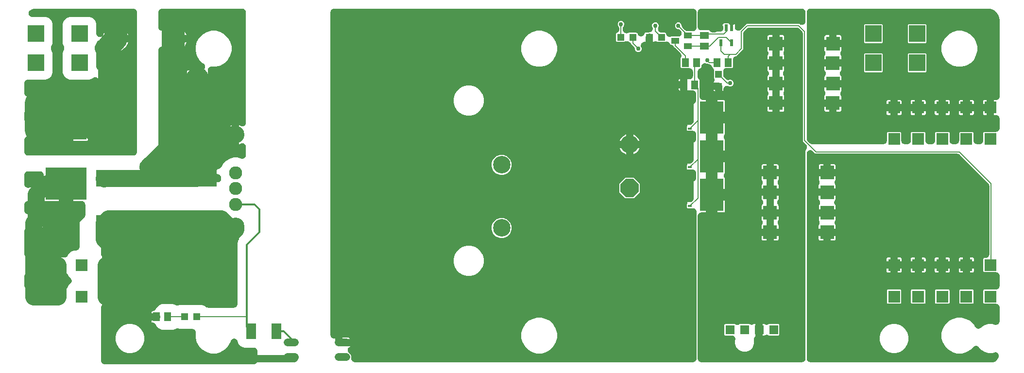
<source format=gbl>
G04 EAGLE Gerber RS-274X export*
G75*
%MOMM*%
%FSLAX34Y34*%
%LPD*%
%INTop Copper*%
%IPPOS*%
%AMOC8*
5,1,8,0,0,1.08239X$1,22.5*%
G01*
%ADD10R,1.400000X1.000000*%
%ADD11R,1.500000X1.300000*%
%ADD12R,0.550000X1.200000*%
%ADD13R,1.300000X1.500000*%
%ADD14R,3.150000X12.500000*%
%ADD15R,10.000000X2.850000*%
%ADD16R,7.230000X5.600000*%
%ADD17C,4.000000*%
%ADD18C,3.149600*%
%ADD19P,3.409096X8X292.500000*%
%ADD20R,0.720000X0.410000*%
%ADD21R,4.064000X5.588000*%
%ADD22R,1.200000X1.200000*%
%ADD23C,2.280000*%
%ADD24C,3.045000*%
%ADD25R,2.400000X2.400000*%
%ADD26C,1.320800*%
%ADD27R,1.800000X2.700000*%
%ADD28R,2.100000X2.100000*%
%ADD29R,2.857500X2.857500*%
%ADD30R,1.575000X1.575000*%
%ADD31R,1.950000X1.950000*%
%ADD32C,0.200000*%
%ADD33C,0.756400*%
%ADD34C,3.000000*%
%ADD35C,0.304800*%
%ADD36C,1.270000*%
%ADD37C,4.000000*%

G36*
X1175303Y13651D02*
X1175303Y13651D01*
X1175306Y13651D01*
X1175653Y13671D01*
X1176011Y13691D01*
X1176014Y13691D01*
X1176017Y13691D01*
X1176357Y13750D01*
X1176714Y13810D01*
X1176716Y13811D01*
X1176719Y13811D01*
X1177064Y13911D01*
X1177398Y14007D01*
X1177401Y14009D01*
X1177404Y14009D01*
X1177728Y14144D01*
X1178056Y14280D01*
X1178059Y14282D01*
X1178061Y14283D01*
X1178373Y14455D01*
X1178680Y14625D01*
X1178682Y14627D01*
X1178685Y14628D01*
X1178982Y14839D01*
X1179261Y15038D01*
X1179263Y15039D01*
X1179265Y15041D01*
X1179533Y15281D01*
X1179792Y15512D01*
X1179794Y15515D01*
X1179796Y15516D01*
X1180034Y15784D01*
X1180266Y16044D01*
X1180268Y16046D01*
X1180270Y16048D01*
X1180468Y16329D01*
X1180678Y16625D01*
X1180680Y16628D01*
X1180681Y16630D01*
X1180844Y16926D01*
X1181022Y17249D01*
X1181023Y17252D01*
X1181025Y17254D01*
X1181156Y17572D01*
X1181294Y17907D01*
X1181295Y17910D01*
X1181296Y17913D01*
X1181391Y18242D01*
X1181491Y18592D01*
X1181492Y18595D01*
X1181492Y18598D01*
X1181549Y18936D01*
X1181610Y19294D01*
X1181610Y19297D01*
X1181611Y19300D01*
X1181649Y20000D01*
X1181649Y275550D01*
X1181649Y275553D01*
X1181649Y275556D01*
X1181630Y275890D01*
X1181609Y276261D01*
X1181609Y276264D01*
X1181609Y276267D01*
X1181554Y276584D01*
X1181490Y276964D01*
X1181489Y276966D01*
X1181489Y276969D01*
X1181389Y277314D01*
X1181293Y277648D01*
X1181291Y277651D01*
X1181291Y277654D01*
X1181159Y277971D01*
X1181020Y278306D01*
X1181018Y278309D01*
X1181017Y278311D01*
X1180857Y278601D01*
X1180675Y278930D01*
X1180673Y278932D01*
X1180672Y278935D01*
X1180461Y279232D01*
X1180263Y279511D01*
X1180261Y279513D01*
X1180259Y279515D01*
X1180019Y279783D01*
X1179788Y280042D01*
X1179785Y280044D01*
X1179784Y280046D01*
X1179521Y280279D01*
X1179256Y280516D01*
X1179254Y280518D01*
X1179252Y280520D01*
X1178971Y280718D01*
X1178675Y280928D01*
X1178672Y280930D01*
X1178670Y280931D01*
X1178374Y281094D01*
X1178051Y281272D01*
X1178048Y281273D01*
X1178046Y281275D01*
X1177728Y281406D01*
X1177393Y281544D01*
X1177390Y281545D01*
X1177387Y281546D01*
X1177058Y281641D01*
X1176708Y281741D01*
X1176705Y281742D01*
X1176703Y281742D01*
X1176349Y281802D01*
X1176006Y281860D01*
X1176003Y281860D01*
X1176000Y281861D01*
X1175300Y281899D01*
X1166352Y281899D01*
X1165617Y282204D01*
X1165054Y282767D01*
X1164749Y283502D01*
X1164749Y288398D01*
X1165144Y289351D01*
X1165234Y289607D01*
X1165330Y289861D01*
X1165351Y289943D01*
X1165379Y290024D01*
X1165440Y290288D01*
X1165507Y290551D01*
X1165519Y290635D01*
X1165538Y290718D01*
X1165568Y290988D01*
X1165606Y291256D01*
X1165608Y291341D01*
X1165617Y291426D01*
X1165617Y291698D01*
X1165625Y291968D01*
X1165617Y292053D01*
X1165617Y292139D01*
X1165599Y292301D01*
X1169827Y292301D01*
X1170036Y292312D01*
X1170246Y292314D01*
X1170392Y292332D01*
X1170538Y292341D01*
X1170745Y292376D01*
X1170953Y292401D01*
X1171096Y292435D01*
X1171241Y292460D01*
X1171442Y292518D01*
X1171646Y292567D01*
X1171784Y292617D01*
X1171925Y292657D01*
X1172119Y292738D01*
X1172316Y292809D01*
X1172447Y292874D01*
X1172583Y292930D01*
X1172767Y293032D01*
X1172955Y293124D01*
X1173078Y293204D01*
X1173207Y293275D01*
X1173377Y293396D01*
X1173554Y293510D01*
X1173670Y293604D01*
X1173788Y293687D01*
X1173936Y293820D01*
X1174098Y293952D01*
X1174205Y294061D01*
X1174313Y294157D01*
X1174319Y294163D01*
X1174455Y294315D01*
X1174548Y294409D01*
X1174548Y294410D01*
X1174696Y294556D01*
X1174845Y294689D01*
X1174846Y294689D01*
X1174846Y294690D01*
X1174942Y294797D01*
X1175048Y294902D01*
X1175180Y295065D01*
X1175320Y295221D01*
X1175405Y295341D01*
X1175497Y295455D01*
X1175610Y295632D01*
X1175731Y295803D01*
X1175802Y295932D01*
X1175881Y296055D01*
X1175974Y296243D01*
X1176075Y296427D01*
X1176131Y296563D01*
X1176196Y296695D01*
X1176267Y296892D01*
X1176346Y297086D01*
X1176387Y297227D01*
X1176437Y297365D01*
X1176485Y297569D01*
X1176543Y297771D01*
X1176567Y297915D01*
X1176601Y298058D01*
X1176626Y298266D01*
X1176661Y298473D01*
X1176669Y298622D01*
X1176686Y298766D01*
X1176688Y298966D01*
X1176699Y299173D01*
X1176699Y311350D01*
X1176699Y324050D01*
X1176699Y328989D01*
X1176728Y328997D01*
X1176731Y328999D01*
X1176734Y328999D01*
X1177060Y329135D01*
X1177386Y329270D01*
X1177389Y329272D01*
X1177391Y329273D01*
X1177707Y329448D01*
X1178010Y329615D01*
X1178012Y329617D01*
X1178015Y329618D01*
X1178291Y329815D01*
X1178591Y330027D01*
X1178593Y330030D01*
X1178595Y330031D01*
X1178846Y330256D01*
X1179122Y330502D01*
X1179124Y330505D01*
X1179126Y330506D01*
X1179371Y330782D01*
X1179596Y331034D01*
X1179598Y331036D01*
X1179600Y331038D01*
X1179815Y331343D01*
X1180008Y331615D01*
X1180009Y331618D01*
X1180011Y331620D01*
X1180171Y331910D01*
X1180352Y332239D01*
X1180353Y332242D01*
X1180355Y332244D01*
X1180479Y332546D01*
X1180624Y332897D01*
X1180625Y332900D01*
X1180626Y332903D01*
X1180720Y333231D01*
X1180821Y333582D01*
X1180822Y333585D01*
X1180822Y333587D01*
X1180880Y333931D01*
X1180940Y334284D01*
X1180940Y334287D01*
X1180941Y334290D01*
X1180979Y334990D01*
X1180979Y343050D01*
X1180979Y343053D01*
X1180979Y343056D01*
X1180961Y343379D01*
X1180939Y343761D01*
X1180939Y343764D01*
X1180939Y343767D01*
X1180880Y344107D01*
X1180820Y344464D01*
X1180819Y344466D01*
X1180819Y344469D01*
X1180719Y344814D01*
X1180623Y345148D01*
X1180621Y345151D01*
X1180621Y345154D01*
X1180486Y345478D01*
X1180350Y345806D01*
X1180348Y345809D01*
X1180347Y345811D01*
X1180175Y346123D01*
X1180005Y346430D01*
X1180003Y346432D01*
X1180002Y346435D01*
X1179798Y346721D01*
X1179593Y347011D01*
X1179591Y347013D01*
X1179589Y347015D01*
X1179349Y347283D01*
X1179118Y347542D01*
X1179115Y347544D01*
X1179114Y347546D01*
X1178846Y347784D01*
X1178586Y348016D01*
X1178584Y348018D01*
X1178582Y348020D01*
X1178301Y348218D01*
X1178005Y348428D01*
X1178002Y348430D01*
X1178000Y348431D01*
X1177704Y348594D01*
X1177381Y348772D01*
X1177378Y348773D01*
X1177376Y348775D01*
X1177058Y348906D01*
X1176723Y349044D01*
X1176720Y349045D01*
X1176717Y349046D01*
X1176388Y349141D01*
X1176038Y349241D01*
X1176035Y349242D01*
X1176033Y349242D01*
X1175679Y349302D01*
X1175336Y349360D01*
X1175333Y349360D01*
X1175330Y349361D01*
X1174630Y349399D01*
X1166352Y349399D01*
X1165617Y349704D01*
X1165054Y350267D01*
X1164749Y351002D01*
X1164749Y355898D01*
X1165144Y356851D01*
X1165234Y357107D01*
X1165330Y357361D01*
X1165351Y357443D01*
X1165379Y357524D01*
X1165440Y357788D01*
X1165507Y358051D01*
X1165519Y358135D01*
X1165538Y358218D01*
X1165568Y358488D01*
X1165606Y358756D01*
X1165608Y358841D01*
X1165617Y358926D01*
X1165617Y359198D01*
X1165625Y359468D01*
X1165617Y359553D01*
X1165617Y359639D01*
X1165599Y359801D01*
X1169827Y359801D01*
X1170036Y359812D01*
X1170246Y359814D01*
X1170392Y359832D01*
X1170538Y359841D01*
X1170745Y359876D01*
X1170953Y359901D01*
X1171096Y359935D01*
X1171241Y359960D01*
X1171442Y360018D01*
X1171646Y360067D01*
X1171784Y360117D01*
X1171925Y360157D01*
X1172119Y360238D01*
X1172316Y360309D01*
X1172447Y360374D01*
X1172583Y360430D01*
X1172767Y360532D01*
X1172955Y360624D01*
X1173078Y360704D01*
X1173207Y360775D01*
X1173377Y360896D01*
X1173554Y361010D01*
X1173670Y361104D01*
X1173788Y361187D01*
X1173936Y361320D01*
X1174098Y361452D01*
X1174205Y361561D01*
X1174313Y361657D01*
X1174319Y361663D01*
X1174455Y361815D01*
X1174548Y361909D01*
X1174548Y361910D01*
X1174696Y362056D01*
X1174845Y362189D01*
X1174846Y362189D01*
X1174846Y362190D01*
X1174942Y362297D01*
X1175048Y362402D01*
X1175180Y362565D01*
X1175320Y362721D01*
X1175405Y362841D01*
X1175497Y362955D01*
X1175610Y363132D01*
X1175731Y363303D01*
X1175802Y363432D01*
X1175881Y363555D01*
X1175974Y363743D01*
X1176075Y363927D01*
X1176131Y364063D01*
X1176196Y364195D01*
X1176267Y364392D01*
X1176346Y364586D01*
X1176387Y364727D01*
X1176437Y364865D01*
X1176485Y365069D01*
X1176543Y365271D01*
X1176567Y365415D01*
X1176601Y365558D01*
X1176626Y365766D01*
X1176661Y365973D01*
X1176669Y366122D01*
X1176686Y366266D01*
X1176688Y366466D01*
X1176699Y366673D01*
X1176699Y378850D01*
X1176699Y391550D01*
X1176699Y396489D01*
X1176728Y396497D01*
X1176731Y396499D01*
X1176734Y396499D01*
X1177060Y396635D01*
X1177386Y396770D01*
X1177389Y396772D01*
X1177391Y396773D01*
X1177706Y396947D01*
X1178010Y397115D01*
X1178012Y397117D01*
X1178015Y397118D01*
X1178291Y397315D01*
X1178591Y397527D01*
X1178593Y397530D01*
X1178595Y397531D01*
X1178831Y397743D01*
X1179122Y398002D01*
X1179124Y398005D01*
X1179126Y398006D01*
X1179371Y398282D01*
X1179596Y398534D01*
X1179598Y398536D01*
X1179600Y398538D01*
X1179815Y398843D01*
X1180008Y399115D01*
X1180009Y399118D01*
X1180011Y399120D01*
X1180179Y399425D01*
X1180352Y399739D01*
X1180353Y399742D01*
X1180355Y399744D01*
X1180485Y400059D01*
X1180624Y400397D01*
X1180625Y400400D01*
X1180626Y400403D01*
X1180723Y400741D01*
X1180821Y401082D01*
X1180822Y401085D01*
X1180822Y401087D01*
X1180880Y401433D01*
X1180940Y401784D01*
X1180940Y401787D01*
X1180941Y401790D01*
X1180979Y402490D01*
X1180979Y410550D01*
X1180979Y410553D01*
X1180979Y410556D01*
X1180960Y410890D01*
X1180939Y411261D01*
X1180939Y411264D01*
X1180939Y411267D01*
X1180880Y411607D01*
X1180820Y411964D01*
X1180819Y411966D01*
X1180819Y411969D01*
X1180725Y412291D01*
X1180623Y412648D01*
X1180621Y412651D01*
X1180621Y412654D01*
X1180486Y412978D01*
X1180350Y413306D01*
X1180348Y413309D01*
X1180347Y413311D01*
X1180179Y413615D01*
X1180005Y413930D01*
X1180003Y413932D01*
X1180002Y413935D01*
X1179794Y414227D01*
X1179593Y414511D01*
X1179591Y414513D01*
X1179589Y414515D01*
X1179349Y414783D01*
X1179118Y415042D01*
X1179115Y415044D01*
X1179114Y415046D01*
X1178846Y415284D01*
X1178586Y415516D01*
X1178584Y415518D01*
X1178582Y415520D01*
X1178301Y415718D01*
X1178005Y415928D01*
X1178002Y415930D01*
X1178000Y415931D01*
X1177704Y416094D01*
X1177381Y416272D01*
X1177378Y416273D01*
X1177376Y416275D01*
X1177058Y416406D01*
X1176723Y416544D01*
X1176720Y416545D01*
X1176717Y416546D01*
X1176388Y416641D01*
X1176038Y416741D01*
X1176035Y416742D01*
X1176033Y416742D01*
X1175679Y416802D01*
X1175336Y416860D01*
X1175333Y416860D01*
X1175330Y416861D01*
X1174630Y416899D01*
X1166352Y416899D01*
X1165617Y417204D01*
X1165054Y417767D01*
X1164749Y418502D01*
X1164749Y423398D01*
X1165144Y424351D01*
X1165234Y424607D01*
X1165330Y424861D01*
X1165351Y424943D01*
X1165379Y425024D01*
X1165440Y425288D01*
X1165507Y425551D01*
X1165519Y425635D01*
X1165538Y425718D01*
X1165568Y425988D01*
X1165606Y426256D01*
X1165608Y426341D01*
X1165617Y426426D01*
X1165617Y426698D01*
X1165625Y426968D01*
X1165617Y427053D01*
X1165617Y427139D01*
X1165599Y427301D01*
X1169827Y427301D01*
X1169831Y427301D01*
X1169836Y427301D01*
X1170189Y427321D01*
X1170538Y427341D01*
X1170542Y427341D01*
X1170547Y427342D01*
X1170898Y427402D01*
X1171241Y427460D01*
X1171245Y427461D01*
X1171249Y427462D01*
X1171601Y427564D01*
X1171925Y427657D01*
X1171929Y427659D01*
X1171933Y427660D01*
X1172259Y427796D01*
X1172583Y427930D01*
X1172587Y427932D01*
X1172591Y427934D01*
X1172898Y428104D01*
X1173207Y428275D01*
X1173210Y428277D01*
X1173214Y428279D01*
X1173513Y428492D01*
X1173788Y428687D01*
X1173791Y428690D01*
X1173794Y428693D01*
X1174317Y429160D01*
X1174317Y429161D01*
X1174318Y429161D01*
X1174319Y429162D01*
X1174319Y429163D01*
X1174531Y429400D01*
X1174562Y429434D01*
X1174839Y429683D01*
X1174840Y429683D01*
X1174842Y429686D01*
X1174845Y429689D01*
X1174846Y429689D01*
X1175078Y429950D01*
X1175314Y430215D01*
X1175317Y430218D01*
X1175320Y430221D01*
X1175518Y430501D01*
X1175727Y430796D01*
X1175729Y430799D01*
X1175731Y430803D01*
X1175902Y431113D01*
X1176071Y431419D01*
X1176073Y431423D01*
X1176075Y431427D01*
X1176205Y431743D01*
X1176344Y432078D01*
X1176345Y432082D01*
X1176346Y432086D01*
X1176443Y432424D01*
X1176541Y432762D01*
X1176541Y432766D01*
X1176543Y432771D01*
X1176602Y433127D01*
X1176660Y433465D01*
X1176660Y433469D01*
X1176661Y433473D01*
X1176699Y434173D01*
X1176699Y446350D01*
X1176699Y459050D01*
X1176699Y463989D01*
X1176728Y463997D01*
X1176731Y463998D01*
X1176734Y463999D01*
X1177058Y464134D01*
X1177386Y464270D01*
X1177389Y464272D01*
X1177391Y464273D01*
X1177703Y464445D01*
X1178010Y464615D01*
X1178012Y464617D01*
X1178015Y464618D01*
X1178312Y464829D01*
X1178591Y465027D01*
X1178593Y465029D01*
X1178595Y465031D01*
X1178863Y465271D01*
X1179122Y465502D01*
X1179124Y465504D01*
X1179126Y465506D01*
X1179364Y465774D01*
X1179596Y466034D01*
X1179598Y466036D01*
X1179600Y466038D01*
X1179798Y466319D01*
X1180008Y466615D01*
X1180010Y466618D01*
X1180011Y466620D01*
X1180163Y466896D01*
X1180352Y467239D01*
X1180353Y467241D01*
X1180355Y467244D01*
X1180486Y467562D01*
X1180624Y467897D01*
X1180625Y467900D01*
X1180626Y467903D01*
X1180719Y468225D01*
X1180821Y468582D01*
X1180822Y468585D01*
X1180822Y468587D01*
X1180881Y468935D01*
X1180940Y469284D01*
X1180940Y469287D01*
X1180941Y469290D01*
X1180979Y469990D01*
X1180979Y481150D01*
X1180979Y481153D01*
X1180979Y481156D01*
X1180960Y481491D01*
X1180939Y481861D01*
X1180939Y481864D01*
X1180939Y481867D01*
X1180884Y482185D01*
X1180820Y482564D01*
X1180819Y482566D01*
X1180819Y482569D01*
X1180721Y482907D01*
X1180623Y483248D01*
X1180621Y483251D01*
X1180621Y483254D01*
X1180486Y483578D01*
X1180350Y483906D01*
X1180348Y483909D01*
X1180347Y483911D01*
X1180175Y484223D01*
X1180005Y484530D01*
X1180003Y484532D01*
X1180002Y484535D01*
X1179791Y484832D01*
X1179593Y485111D01*
X1179591Y485113D01*
X1179589Y485115D01*
X1179349Y485383D01*
X1179118Y485642D01*
X1179115Y485644D01*
X1179114Y485646D01*
X1178846Y485884D01*
X1178586Y486116D01*
X1178584Y486118D01*
X1178582Y486120D01*
X1178301Y486318D01*
X1178005Y486528D01*
X1178002Y486530D01*
X1178000Y486531D01*
X1177704Y486694D01*
X1177381Y486872D01*
X1177378Y486873D01*
X1177376Y486875D01*
X1177058Y487006D01*
X1176723Y487144D01*
X1176720Y487145D01*
X1176717Y487146D01*
X1176390Y487240D01*
X1176038Y487341D01*
X1176035Y487342D01*
X1176033Y487342D01*
X1175679Y487402D01*
X1175336Y487460D01*
X1175333Y487460D01*
X1175330Y487461D01*
X1174630Y487499D01*
X1171504Y487499D01*
X1171463Y487514D01*
X1171459Y487515D01*
X1171454Y487516D01*
X1171109Y487594D01*
X1170768Y487672D01*
X1170764Y487673D01*
X1170760Y487674D01*
X1170411Y487712D01*
X1170061Y487752D01*
X1170056Y487752D01*
X1170052Y487752D01*
X1169694Y487752D01*
X1169348Y487752D01*
X1169344Y487751D01*
X1169339Y487751D01*
X1168990Y487711D01*
X1168640Y487672D01*
X1168636Y487671D01*
X1168631Y487670D01*
X1168291Y487592D01*
X1167946Y487513D01*
X1167941Y487511D01*
X1167937Y487510D01*
X1167276Y487278D01*
X1166741Y487057D01*
X1166250Y486959D01*
X1165849Y486959D01*
X1165849Y497000D01*
X1165849Y507041D01*
X1166250Y507041D01*
X1166750Y506941D01*
X1166890Y506892D01*
X1167057Y506823D01*
X1167227Y506775D01*
X1167392Y506717D01*
X1167568Y506676D01*
X1167742Y506626D01*
X1167915Y506597D01*
X1168087Y506558D01*
X1168267Y506538D01*
X1168444Y506508D01*
X1168620Y506498D01*
X1168795Y506478D01*
X1168975Y506478D01*
X1169156Y506468D01*
X1169331Y506478D01*
X1169507Y506478D01*
X1169687Y506499D01*
X1169867Y506509D01*
X1170040Y506539D01*
X1170215Y506558D01*
X1170391Y506599D01*
X1170569Y506629D01*
X1170738Y506678D01*
X1170910Y506717D01*
X1171080Y506777D01*
X1171254Y506827D01*
X1171416Y506894D01*
X1171582Y506953D01*
X1171745Y507031D01*
X1171911Y507100D01*
X1172065Y507186D01*
X1172224Y507262D01*
X1172377Y507358D01*
X1172535Y507446D01*
X1172678Y507548D01*
X1172827Y507641D01*
X1172968Y507754D01*
X1173115Y507859D01*
X1173246Y507976D01*
X1173384Y508086D01*
X1173511Y508214D01*
X1173646Y508334D01*
X1173763Y508465D01*
X1173887Y508590D01*
X1173999Y508731D01*
X1174120Y508866D01*
X1174221Y509010D01*
X1174331Y509147D01*
X1174427Y509300D01*
X1174531Y509448D01*
X1174616Y509602D01*
X1174709Y509751D01*
X1174788Y509913D01*
X1174875Y510072D01*
X1174942Y510234D01*
X1175018Y510393D01*
X1175077Y510563D01*
X1175146Y510730D01*
X1175195Y510899D01*
X1175253Y511065D01*
X1175293Y511242D01*
X1175342Y511415D01*
X1175372Y511589D01*
X1175411Y511760D01*
X1175431Y511939D01*
X1175461Y512118D01*
X1175470Y512296D01*
X1175490Y512468D01*
X1175489Y512640D01*
X1175499Y512818D01*
X1175499Y519650D01*
X1175499Y519653D01*
X1175499Y519656D01*
X1175480Y519990D01*
X1175459Y520361D01*
X1175459Y520364D01*
X1175459Y520367D01*
X1175400Y520707D01*
X1175340Y521064D01*
X1175339Y521066D01*
X1175339Y521069D01*
X1175239Y521414D01*
X1175143Y521748D01*
X1175141Y521751D01*
X1175141Y521754D01*
X1175006Y522078D01*
X1174870Y522406D01*
X1174868Y522409D01*
X1174867Y522411D01*
X1174695Y522723D01*
X1174525Y523030D01*
X1174523Y523032D01*
X1174522Y523035D01*
X1174311Y523332D01*
X1174113Y523611D01*
X1174111Y523613D01*
X1174109Y523615D01*
X1173878Y523873D01*
X1173638Y524142D01*
X1173635Y524144D01*
X1173634Y524146D01*
X1173366Y524384D01*
X1173106Y524616D01*
X1173104Y524618D01*
X1173102Y524620D01*
X1172821Y524818D01*
X1172525Y525028D01*
X1172522Y525030D01*
X1172520Y525031D01*
X1172224Y525194D01*
X1171901Y525372D01*
X1171898Y525373D01*
X1171896Y525375D01*
X1171578Y525506D01*
X1171243Y525644D01*
X1171240Y525645D01*
X1171237Y525646D01*
X1170908Y525741D01*
X1170558Y525841D01*
X1170555Y525842D01*
X1170553Y525842D01*
X1170199Y525902D01*
X1169856Y525960D01*
X1169853Y525960D01*
X1169850Y525961D01*
X1169150Y525999D01*
X1155602Y525999D01*
X1154867Y526304D01*
X1154304Y526867D01*
X1153999Y527602D01*
X1153999Y543398D01*
X1154601Y544850D01*
X1154705Y545039D01*
X1154706Y545042D01*
X1154708Y545044D01*
X1154843Y545372D01*
X1154978Y545697D01*
X1154979Y545700D01*
X1154980Y545703D01*
X1155074Y546033D01*
X1155175Y546382D01*
X1155175Y546385D01*
X1155176Y546388D01*
X1155237Y546748D01*
X1155294Y547084D01*
X1155294Y547087D01*
X1155294Y547090D01*
X1155315Y547456D01*
X1155333Y547796D01*
X1155333Y547799D01*
X1155333Y547801D01*
X1155313Y548153D01*
X1155293Y548507D01*
X1155293Y548510D01*
X1155293Y548513D01*
X1155235Y548849D01*
X1155173Y549209D01*
X1155173Y549212D01*
X1155172Y549215D01*
X1155076Y549547D01*
X1154976Y549894D01*
X1154975Y549896D01*
X1154974Y549899D01*
X1154842Y550217D01*
X1154703Y550552D01*
X1154701Y550554D01*
X1154700Y550557D01*
X1154538Y550850D01*
X1154358Y551175D01*
X1154356Y551177D01*
X1154355Y551180D01*
X1154150Y551467D01*
X1153945Y551756D01*
X1153943Y551758D01*
X1153941Y551760D01*
X1153474Y552282D01*
X1143693Y562063D01*
X1141809Y563948D01*
X1141761Y564035D01*
X1141659Y564177D01*
X1141566Y564325D01*
X1141453Y564467D01*
X1141348Y564615D01*
X1141231Y564745D01*
X1141122Y564882D01*
X1140993Y565010D01*
X1140872Y565146D01*
X1140742Y565262D01*
X1140618Y565385D01*
X1140476Y565498D01*
X1140340Y565620D01*
X1140198Y565721D01*
X1140061Y565829D01*
X1139907Y565926D01*
X1139759Y566031D01*
X1139606Y566115D01*
X1139458Y566208D01*
X1139294Y566287D01*
X1139135Y566375D01*
X1138973Y566441D01*
X1138816Y566517D01*
X1138644Y566577D01*
X1138476Y566646D01*
X1138308Y566694D01*
X1138143Y566752D01*
X1137966Y566792D01*
X1137791Y566842D01*
X1137619Y566871D01*
X1137449Y566910D01*
X1137268Y566930D01*
X1136367Y567304D01*
X1135804Y567867D01*
X1135468Y568677D01*
X1135467Y568679D01*
X1135466Y568682D01*
X1135313Y569000D01*
X1135159Y569319D01*
X1135158Y569321D01*
X1135156Y569324D01*
X1134973Y569615D01*
X1134780Y569922D01*
X1134778Y569924D01*
X1134777Y569927D01*
X1134560Y570198D01*
X1134336Y570479D01*
X1134334Y570481D01*
X1134332Y570483D01*
X1134079Y570736D01*
X1133832Y570982D01*
X1133830Y570984D01*
X1133828Y570986D01*
X1133558Y571201D01*
X1133275Y571426D01*
X1133272Y571428D01*
X1133270Y571430D01*
X1132979Y571612D01*
X1132672Y571805D01*
X1132669Y571807D01*
X1132666Y571808D01*
X1132353Y571959D01*
X1132030Y572114D01*
X1132027Y572115D01*
X1132024Y572116D01*
X1131704Y572228D01*
X1131357Y572349D01*
X1131354Y572350D01*
X1131351Y572351D01*
X1131016Y572427D01*
X1130662Y572507D01*
X1130659Y572508D01*
X1130657Y572508D01*
X1130320Y572546D01*
X1129954Y572587D01*
X1129951Y572587D01*
X1129948Y572587D01*
X1129588Y572586D01*
X1129242Y572586D01*
X1129239Y572586D01*
X1129236Y572586D01*
X1128876Y572545D01*
X1128534Y572506D01*
X1128531Y572505D01*
X1128528Y572505D01*
X1128192Y572428D01*
X1127840Y572347D01*
X1127837Y572346D01*
X1127834Y572345D01*
X1127172Y572113D01*
X1126898Y571999D01*
X1114102Y571999D01*
X1112902Y572496D01*
X1112646Y572586D01*
X1112392Y572682D01*
X1112310Y572704D01*
X1112230Y572732D01*
X1111965Y572792D01*
X1111702Y572859D01*
X1111618Y572871D01*
X1111535Y572890D01*
X1111265Y572920D01*
X1110997Y572958D01*
X1110912Y572960D01*
X1110827Y572970D01*
X1110555Y572970D01*
X1110285Y572977D01*
X1110200Y572970D01*
X1110115Y572970D01*
X1109844Y572939D01*
X1109575Y572916D01*
X1109491Y572899D01*
X1109407Y572890D01*
X1109142Y572829D01*
X1108876Y572776D01*
X1108795Y572750D01*
X1108712Y572731D01*
X1108456Y572641D01*
X1108198Y572558D01*
X1108120Y572523D01*
X1108040Y572495D01*
X1107796Y572378D01*
X1107548Y572266D01*
X1107474Y572222D01*
X1107398Y572186D01*
X1107181Y572049D01*
X1106945Y571910D01*
X1106703Y571748D01*
X1106241Y571557D01*
X1105849Y571479D01*
X1105849Y580000D01*
X1105849Y580003D01*
X1105849Y580005D01*
X1105830Y580353D01*
X1105809Y580711D01*
X1105809Y580714D01*
X1105809Y580717D01*
X1105751Y581057D01*
X1105690Y581413D01*
X1105689Y581416D01*
X1105689Y581419D01*
X1105594Y581746D01*
X1105493Y582098D01*
X1105492Y582100D01*
X1105491Y582103D01*
X1105356Y582427D01*
X1105220Y582756D01*
X1105218Y582759D01*
X1105217Y582761D01*
X1105047Y583068D01*
X1104875Y583379D01*
X1104874Y583382D01*
X1104872Y583384D01*
X1104663Y583678D01*
X1104463Y583960D01*
X1104461Y583962D01*
X1104459Y583965D01*
X1104219Y584233D01*
X1103988Y584491D01*
X1103986Y584493D01*
X1103984Y584495D01*
X1103720Y584730D01*
X1103456Y584966D01*
X1103454Y584967D01*
X1103452Y584969D01*
X1103171Y585168D01*
X1102875Y585378D01*
X1102872Y585379D01*
X1102870Y585381D01*
X1102585Y585538D01*
X1102251Y585722D01*
X1102249Y585723D01*
X1102246Y585724D01*
X1101928Y585856D01*
X1101593Y585994D01*
X1101590Y585995D01*
X1101588Y585996D01*
X1101259Y586090D01*
X1100908Y586191D01*
X1100905Y586191D01*
X1100903Y586192D01*
X1100549Y586252D01*
X1100206Y586310D01*
X1100203Y586310D01*
X1100200Y586310D01*
X1099500Y586349D01*
X1099497Y586349D01*
X1099494Y586349D01*
X1099147Y586329D01*
X1098789Y586309D01*
X1098786Y586308D01*
X1098783Y586308D01*
X1098442Y586250D01*
X1098086Y586190D01*
X1098083Y586189D01*
X1098081Y586188D01*
X1097735Y586088D01*
X1097402Y585992D01*
X1097399Y585991D01*
X1097396Y585990D01*
X1097072Y585856D01*
X1096744Y585719D01*
X1096741Y585718D01*
X1096738Y585717D01*
X1096415Y585538D01*
X1096120Y585375D01*
X1096118Y585373D01*
X1096115Y585372D01*
X1095818Y585160D01*
X1095539Y584962D01*
X1095537Y584960D01*
X1095535Y584959D01*
X1095267Y584719D01*
X1095008Y584487D01*
X1095006Y584485D01*
X1095004Y584483D01*
X1094766Y584216D01*
X1094534Y583956D01*
X1094532Y583953D01*
X1094530Y583951D01*
X1094327Y583664D01*
X1094122Y583375D01*
X1094120Y583372D01*
X1094119Y583370D01*
X1093949Y583062D01*
X1093778Y582751D01*
X1093776Y582748D01*
X1093775Y582746D01*
X1093644Y582427D01*
X1093505Y582092D01*
X1093505Y582090D01*
X1093504Y582087D01*
X1093406Y581746D01*
X1093309Y581408D01*
X1093308Y581405D01*
X1093307Y581402D01*
X1093247Y581041D01*
X1093190Y580705D01*
X1093190Y580703D01*
X1093189Y580700D01*
X1093151Y580000D01*
X1093151Y571479D01*
X1092146Y571679D01*
X1092144Y571679D01*
X1091931Y571728D01*
X1091929Y571728D01*
X1091926Y571729D01*
X1091554Y571770D01*
X1091223Y571808D01*
X1091221Y571808D01*
X1091218Y571808D01*
X1090863Y571808D01*
X1090511Y571808D01*
X1090508Y571807D01*
X1090506Y571807D01*
X1090171Y571769D01*
X1089803Y571728D01*
X1089800Y571727D01*
X1089798Y571727D01*
X1089451Y571648D01*
X1089108Y571569D01*
X1089106Y571569D01*
X1089104Y571568D01*
X1088767Y571450D01*
X1088436Y571334D01*
X1088434Y571333D01*
X1088431Y571332D01*
X1088117Y571180D01*
X1087794Y571025D01*
X1087792Y571023D01*
X1087790Y571022D01*
X1087491Y570834D01*
X1087191Y570645D01*
X1087189Y570644D01*
X1087187Y570643D01*
X1086917Y570427D01*
X1086634Y570201D01*
X1086632Y570199D01*
X1086631Y570198D01*
X1086398Y569965D01*
X1086130Y569697D01*
X1086129Y569695D01*
X1086127Y569694D01*
X1085910Y569420D01*
X1085686Y569140D01*
X1085685Y569138D01*
X1085684Y569136D01*
X1085490Y568827D01*
X1085308Y568537D01*
X1085307Y568535D01*
X1085306Y568532D01*
X1085146Y568200D01*
X1084999Y567894D01*
X1084998Y567892D01*
X1084997Y567890D01*
X1084869Y567522D01*
X1084764Y567222D01*
X1084764Y567220D01*
X1084763Y567217D01*
X1084686Y566880D01*
X1084606Y566527D01*
X1084606Y566525D01*
X1084605Y566523D01*
X1084568Y566188D01*
X1084527Y565819D01*
X1084527Y565817D01*
X1084527Y565815D01*
X1084527Y565453D01*
X1084528Y565107D01*
X1084528Y565105D01*
X1084528Y565102D01*
X1084569Y564742D01*
X1084608Y564399D01*
X1084608Y564397D01*
X1084609Y564394D01*
X1084684Y564066D01*
X1084767Y563705D01*
X1084768Y563702D01*
X1084768Y563700D01*
X1085001Y563039D01*
X1085783Y561150D01*
X1085783Y558850D01*
X1084902Y556724D01*
X1083276Y555098D01*
X1081150Y554217D01*
X1078850Y554217D01*
X1076724Y555098D01*
X1075098Y556724D01*
X1074217Y558850D01*
X1074217Y558909D01*
X1074217Y558913D01*
X1074217Y558918D01*
X1074197Y559271D01*
X1074177Y559620D01*
X1074177Y559625D01*
X1074176Y559629D01*
X1074117Y559976D01*
X1074058Y560323D01*
X1074057Y560327D01*
X1074056Y560331D01*
X1073955Y560680D01*
X1073861Y561007D01*
X1073859Y561011D01*
X1073858Y561015D01*
X1073722Y561341D01*
X1073588Y561665D01*
X1073586Y561669D01*
X1073584Y561673D01*
X1073414Y561980D01*
X1073243Y562289D01*
X1073241Y562292D01*
X1073238Y562296D01*
X1073026Y562595D01*
X1072831Y562870D01*
X1072828Y562873D01*
X1072825Y562876D01*
X1072358Y563399D01*
X1067956Y567800D01*
X1067661Y568512D01*
X1067659Y568516D01*
X1067658Y568520D01*
X1067580Y568681D01*
X1067532Y568797D01*
X1067472Y568906D01*
X1067352Y569154D01*
X1067350Y569158D01*
X1067348Y569161D01*
X1067199Y569398D01*
X1067187Y569420D01*
X1067172Y569441D01*
X1067159Y569462D01*
X1066973Y569757D01*
X1066970Y569760D01*
X1066968Y569764D01*
X1066740Y570049D01*
X1066529Y570314D01*
X1066526Y570317D01*
X1066523Y570320D01*
X1066270Y570573D01*
X1066025Y570818D01*
X1066022Y570820D01*
X1066018Y570823D01*
X1065743Y571042D01*
X1065468Y571262D01*
X1065464Y571264D01*
X1065461Y571267D01*
X1065172Y571448D01*
X1064864Y571641D01*
X1064860Y571643D01*
X1064857Y571645D01*
X1064225Y571948D01*
X1062430Y572692D01*
X1062426Y572693D01*
X1062422Y572695D01*
X1062099Y572808D01*
X1061757Y572927D01*
X1061753Y572928D01*
X1061749Y572930D01*
X1061410Y573007D01*
X1061063Y573086D01*
X1061058Y573086D01*
X1061054Y573087D01*
X1060708Y573126D01*
X1060355Y573165D01*
X1060350Y573165D01*
X1060346Y573166D01*
X1059988Y573165D01*
X1059642Y573165D01*
X1059638Y573165D01*
X1059634Y573165D01*
X1059282Y573125D01*
X1058934Y573085D01*
X1058930Y573084D01*
X1058926Y573084D01*
X1058592Y573007D01*
X1058240Y572926D01*
X1058236Y572925D01*
X1058232Y572924D01*
X1057570Y572692D01*
X1055898Y571999D01*
X1043102Y571999D01*
X1042367Y572304D01*
X1041804Y572867D01*
X1041499Y573602D01*
X1041499Y586398D01*
X1041804Y587133D01*
X1042367Y587696D01*
X1043080Y587992D01*
X1043244Y588070D01*
X1043411Y588140D01*
X1043564Y588225D01*
X1043722Y588301D01*
X1043876Y588397D01*
X1044035Y588486D01*
X1044177Y588587D01*
X1044325Y588680D01*
X1044467Y588793D01*
X1044615Y588899D01*
X1044745Y589015D01*
X1044882Y589124D01*
X1045010Y589253D01*
X1045146Y589374D01*
X1045262Y589504D01*
X1045385Y589628D01*
X1045499Y589770D01*
X1045620Y589906D01*
X1045721Y590049D01*
X1045829Y590185D01*
X1045926Y590339D01*
X1046031Y590487D01*
X1046115Y590640D01*
X1046208Y590788D01*
X1046287Y590952D01*
X1046375Y591111D01*
X1046441Y591273D01*
X1046517Y591430D01*
X1046577Y591602D01*
X1046646Y591770D01*
X1046694Y591938D01*
X1046752Y592103D01*
X1046792Y592280D01*
X1046842Y592455D01*
X1046871Y592627D01*
X1046910Y592798D01*
X1046930Y592978D01*
X1046961Y593158D01*
X1046970Y593335D01*
X1046990Y593506D01*
X1046989Y593679D01*
X1046999Y593857D01*
X1046999Y594893D01*
X1046999Y594897D01*
X1046999Y594901D01*
X1046979Y595255D01*
X1046959Y595604D01*
X1046959Y595608D01*
X1046958Y595613D01*
X1046898Y595963D01*
X1046840Y596306D01*
X1046839Y596310D01*
X1046838Y596315D01*
X1046736Y596667D01*
X1046643Y596991D01*
X1046641Y596995D01*
X1046640Y596999D01*
X1046504Y597325D01*
X1046370Y597649D01*
X1046368Y597653D01*
X1046366Y597657D01*
X1046196Y597964D01*
X1046025Y598272D01*
X1046023Y598276D01*
X1046020Y598280D01*
X1045808Y598577D01*
X1045613Y598853D01*
X1045610Y598856D01*
X1045607Y598860D01*
X1045140Y599382D01*
X1045098Y599424D01*
X1044217Y601550D01*
X1044217Y603850D01*
X1045098Y605976D01*
X1046724Y607602D01*
X1048850Y608483D01*
X1051150Y608483D01*
X1053276Y607602D01*
X1054902Y605976D01*
X1055783Y603850D01*
X1055783Y601550D01*
X1054902Y599424D01*
X1054860Y599382D01*
X1054858Y599379D01*
X1054854Y599376D01*
X1054620Y599114D01*
X1054386Y598851D01*
X1054383Y598848D01*
X1054380Y598844D01*
X1054179Y598560D01*
X1053973Y598270D01*
X1053971Y598266D01*
X1053969Y598263D01*
X1053792Y597941D01*
X1053629Y597646D01*
X1053627Y597643D01*
X1053625Y597639D01*
X1053489Y597308D01*
X1053356Y596988D01*
X1053355Y596984D01*
X1053354Y596980D01*
X1053257Y596642D01*
X1053159Y596304D01*
X1053159Y596299D01*
X1053158Y596295D01*
X1053098Y595939D01*
X1053040Y595601D01*
X1053040Y595597D01*
X1053039Y595593D01*
X1053001Y594893D01*
X1053001Y593443D01*
X1053011Y593262D01*
X1053011Y593080D01*
X1053031Y592906D01*
X1053041Y592732D01*
X1053071Y592553D01*
X1053092Y592372D01*
X1053131Y592202D01*
X1053160Y592030D01*
X1053210Y591855D01*
X1053251Y591678D01*
X1053309Y591513D01*
X1053357Y591345D01*
X1053427Y591177D01*
X1053487Y591006D01*
X1053563Y590848D01*
X1053630Y590687D01*
X1053718Y590528D01*
X1053797Y590364D01*
X1053891Y590216D01*
X1053975Y590064D01*
X1054080Y589916D01*
X1054177Y589761D01*
X1054287Y589625D01*
X1054387Y589483D01*
X1054508Y589347D01*
X1054622Y589205D01*
X1054746Y589082D01*
X1054862Y588952D01*
X1054998Y588830D01*
X1055127Y588702D01*
X1055263Y588594D01*
X1055394Y588477D01*
X1055542Y588372D01*
X1055685Y588259D01*
X1055832Y588166D01*
X1055975Y588065D01*
X1056134Y587977D01*
X1056288Y587881D01*
X1056448Y587804D01*
X1056599Y587721D01*
X1056759Y587655D01*
X1056920Y587577D01*
X1057570Y587308D01*
X1057574Y587307D01*
X1057578Y587305D01*
X1057919Y587186D01*
X1058243Y587073D01*
X1058247Y587072D01*
X1058251Y587070D01*
X1058595Y586992D01*
X1058937Y586914D01*
X1058942Y586914D01*
X1058946Y586913D01*
X1059294Y586874D01*
X1059645Y586835D01*
X1059650Y586835D01*
X1059654Y586834D01*
X1060012Y586835D01*
X1060358Y586835D01*
X1060362Y586835D01*
X1060366Y586835D01*
X1060729Y586877D01*
X1061066Y586915D01*
X1061070Y586916D01*
X1061074Y586916D01*
X1061430Y586998D01*
X1061760Y587074D01*
X1061764Y587075D01*
X1061768Y587076D01*
X1062430Y587308D01*
X1064102Y588001D01*
X1076898Y588001D01*
X1077633Y587696D01*
X1078196Y587133D01*
X1078927Y585368D01*
X1079044Y585126D01*
X1079154Y584881D01*
X1079198Y584805D01*
X1079237Y584726D01*
X1079380Y584498D01*
X1079516Y584268D01*
X1079569Y584197D01*
X1079616Y584123D01*
X1079783Y583913D01*
X1079944Y583699D01*
X1080005Y583635D01*
X1080060Y583566D01*
X1080250Y583376D01*
X1080434Y583181D01*
X1080501Y583124D01*
X1080564Y583062D01*
X1080774Y582895D01*
X1080979Y582722D01*
X1081052Y582673D01*
X1081121Y582618D01*
X1081348Y582475D01*
X1081571Y582326D01*
X1081650Y582286D01*
X1081724Y582239D01*
X1081966Y582123D01*
X1082205Y582000D01*
X1082287Y581969D01*
X1082366Y581930D01*
X1082620Y581842D01*
X1082870Y581746D01*
X1082956Y581725D01*
X1083039Y581695D01*
X1083301Y581636D01*
X1083560Y581569D01*
X1083648Y581557D01*
X1083733Y581537D01*
X1084000Y581507D01*
X1084266Y581470D01*
X1084354Y581468D01*
X1084441Y581458D01*
X1084710Y581458D01*
X1084978Y581451D01*
X1085066Y581458D01*
X1085154Y581458D01*
X1085420Y581489D01*
X1085688Y581512D01*
X1085774Y581529D01*
X1085862Y581539D01*
X1086123Y581599D01*
X1086386Y581651D01*
X1086470Y581678D01*
X1086556Y581698D01*
X1086810Y581787D01*
X1087065Y581869D01*
X1087145Y581905D01*
X1087228Y581934D01*
X1087470Y582050D01*
X1087715Y582160D01*
X1087791Y582205D01*
X1087870Y582243D01*
X1088097Y582386D01*
X1088328Y582523D01*
X1088398Y582576D01*
X1088473Y582623D01*
X1088682Y582790D01*
X1088897Y582952D01*
X1088961Y583013D01*
X1089029Y583068D01*
X1089219Y583258D01*
X1089414Y583442D01*
X1089470Y583510D01*
X1089533Y583572D01*
X1089700Y583782D01*
X1089872Y583987D01*
X1089921Y584061D01*
X1089976Y584130D01*
X1090118Y584357D01*
X1090267Y584580D01*
X1090308Y584659D01*
X1090354Y584733D01*
X1090470Y584975D01*
X1090593Y585214D01*
X1090624Y585296D01*
X1090663Y585376D01*
X1090751Y585629D01*
X1090846Y585880D01*
X1090868Y585966D01*
X1090897Y586048D01*
X1090953Y586296D01*
X1091021Y586559D01*
X1091057Y586741D01*
X1091248Y587204D01*
X1091527Y587620D01*
X1091880Y587973D01*
X1092296Y588252D01*
X1092759Y588443D01*
X1093250Y588541D01*
X1098985Y588541D01*
X1099165Y588551D01*
X1099346Y588551D01*
X1099520Y588571D01*
X1099696Y588581D01*
X1099874Y588611D01*
X1100053Y588631D01*
X1100225Y588671D01*
X1100399Y588700D01*
X1100572Y588750D01*
X1100748Y588790D01*
X1100914Y588849D01*
X1101083Y588897D01*
X1101250Y588966D01*
X1101420Y589026D01*
X1101579Y589103D01*
X1101741Y589170D01*
X1101899Y589258D01*
X1102062Y589336D01*
X1102211Y589430D01*
X1102365Y589515D01*
X1102512Y589619D01*
X1102665Y589716D01*
X1102802Y589826D01*
X1102946Y589927D01*
X1103080Y590047D01*
X1103221Y590160D01*
X1103346Y590285D01*
X1103477Y590402D01*
X1103597Y590537D01*
X1103724Y590665D01*
X1103834Y590803D01*
X1103951Y590934D01*
X1104056Y591081D01*
X1104168Y591222D01*
X1104261Y591371D01*
X1104363Y591515D01*
X1104450Y591673D01*
X1104546Y591826D01*
X1104622Y591985D01*
X1104707Y592139D01*
X1104776Y592306D01*
X1104854Y592468D01*
X1104912Y592634D01*
X1104980Y592797D01*
X1105029Y592971D01*
X1105089Y593141D01*
X1105128Y593313D01*
X1105176Y593482D01*
X1105206Y593659D01*
X1105246Y593836D01*
X1105266Y594011D01*
X1105295Y594184D01*
X1105305Y594364D01*
X1105325Y594544D01*
X1105325Y594720D01*
X1105334Y594896D01*
X1105324Y595076D01*
X1105324Y595256D01*
X1105304Y595431D01*
X1105294Y595607D01*
X1105263Y595785D01*
X1105243Y595964D01*
X1105203Y596136D01*
X1105174Y596309D01*
X1105124Y596482D01*
X1105083Y596658D01*
X1105024Y596827D01*
X1104976Y596994D01*
X1104910Y597152D01*
X1104851Y597320D01*
X1104217Y598850D01*
X1104217Y601150D01*
X1105098Y603276D01*
X1106724Y604902D01*
X1108850Y605783D01*
X1111150Y605783D01*
X1113276Y604902D01*
X1114902Y603276D01*
X1115783Y601150D01*
X1115783Y598850D01*
X1114925Y596780D01*
X1114866Y596609D01*
X1114797Y596443D01*
X1114748Y596274D01*
X1114690Y596107D01*
X1114650Y595931D01*
X1114600Y595758D01*
X1114571Y595585D01*
X1114532Y595413D01*
X1114511Y595233D01*
X1114481Y595056D01*
X1114472Y594880D01*
X1114452Y594705D01*
X1114452Y594524D01*
X1114442Y594344D01*
X1114452Y594168D01*
X1114452Y593992D01*
X1114472Y593813D01*
X1114483Y593633D01*
X1114512Y593460D01*
X1114532Y593284D01*
X1114572Y593108D01*
X1114603Y592931D01*
X1114651Y592762D01*
X1114691Y592590D01*
X1114750Y592420D01*
X1114801Y592246D01*
X1114868Y592084D01*
X1114926Y591918D01*
X1115005Y591755D01*
X1115074Y591589D01*
X1115159Y591434D01*
X1115236Y591276D01*
X1115332Y591123D01*
X1115419Y590965D01*
X1115521Y590822D01*
X1115615Y590673D01*
X1115728Y590532D01*
X1115832Y590385D01*
X1115950Y590254D01*
X1116060Y590116D01*
X1116187Y589989D01*
X1116308Y589854D01*
X1116439Y589737D01*
X1116564Y589613D01*
X1116705Y589500D01*
X1116840Y589380D01*
X1116983Y589279D01*
X1117121Y589169D01*
X1117274Y589073D01*
X1117421Y588969D01*
X1117575Y588884D01*
X1117725Y588790D01*
X1117887Y588712D01*
X1118045Y588625D01*
X1118208Y588558D01*
X1118367Y588482D01*
X1118537Y588422D01*
X1118704Y588354D01*
X1118873Y588305D01*
X1119039Y588247D01*
X1119215Y588207D01*
X1119389Y588158D01*
X1119562Y588128D01*
X1119734Y588089D01*
X1119913Y588069D01*
X1120091Y588039D01*
X1120270Y588030D01*
X1120442Y588010D01*
X1120614Y588011D01*
X1120791Y588001D01*
X1126898Y588001D01*
X1127633Y587696D01*
X1128196Y587133D01*
X1128536Y586313D01*
X1128541Y586229D01*
X1128571Y586051D01*
X1128591Y585872D01*
X1128631Y585700D01*
X1128660Y585527D01*
X1128710Y585353D01*
X1128750Y585177D01*
X1128809Y585011D01*
X1128857Y584842D01*
X1128926Y584676D01*
X1128986Y584505D01*
X1129063Y584346D01*
X1129130Y584184D01*
X1129217Y584026D01*
X1129296Y583864D01*
X1129390Y583714D01*
X1129475Y583561D01*
X1129579Y583414D01*
X1129676Y583261D01*
X1129786Y583123D01*
X1129887Y582980D01*
X1130008Y582845D01*
X1130120Y582704D01*
X1130245Y582580D01*
X1130362Y582449D01*
X1130497Y582328D01*
X1130625Y582201D01*
X1130762Y582091D01*
X1130894Y581974D01*
X1131041Y581870D01*
X1131182Y581758D01*
X1131331Y581664D01*
X1131475Y581562D01*
X1131633Y581475D01*
X1131786Y581379D01*
X1131945Y581303D01*
X1132099Y581218D01*
X1132265Y581149D01*
X1132428Y581071D01*
X1132595Y581013D01*
X1132757Y580946D01*
X1132931Y580896D01*
X1133101Y580837D01*
X1133273Y580798D01*
X1133442Y580749D01*
X1133620Y580719D01*
X1133796Y580679D01*
X1133971Y580660D01*
X1134144Y580630D01*
X1134324Y580620D01*
X1134504Y580600D01*
X1134680Y580601D01*
X1134856Y580591D01*
X1135036Y580601D01*
X1135216Y580602D01*
X1135391Y580622D01*
X1135567Y580632D01*
X1135745Y580662D01*
X1135924Y580683D01*
X1136096Y580722D01*
X1136269Y580752D01*
X1136443Y580802D01*
X1136618Y580842D01*
X1136787Y580901D01*
X1136954Y580950D01*
X1137077Y581001D01*
X1149427Y581001D01*
X1149429Y581001D01*
X1149430Y581001D01*
X1149796Y581021D01*
X1150138Y581041D01*
X1150140Y581041D01*
X1150141Y581041D01*
X1150519Y581105D01*
X1150841Y581160D01*
X1150842Y581160D01*
X1150844Y581161D01*
X1151208Y581266D01*
X1151525Y581357D01*
X1151527Y581358D01*
X1151528Y581358D01*
X1151834Y581485D01*
X1152183Y581630D01*
X1152185Y581631D01*
X1152186Y581631D01*
X1152513Y581812D01*
X1152807Y581975D01*
X1152808Y581976D01*
X1152809Y581977D01*
X1153125Y582201D01*
X1153388Y582387D01*
X1153389Y582388D01*
X1153390Y582389D01*
X1153667Y582637D01*
X1153919Y582862D01*
X1153920Y582863D01*
X1153921Y582864D01*
X1154149Y583120D01*
X1154393Y583394D01*
X1154394Y583395D01*
X1154395Y583396D01*
X1154568Y583641D01*
X1154805Y583975D01*
X1154806Y583977D01*
X1154807Y583978D01*
X1154972Y584277D01*
X1155149Y584599D01*
X1155150Y584600D01*
X1155151Y584601D01*
X1155285Y584926D01*
X1155422Y585257D01*
X1155422Y585259D01*
X1155423Y585260D01*
X1155518Y585594D01*
X1155618Y585942D01*
X1155619Y585943D01*
X1155619Y585945D01*
X1155682Y586317D01*
X1155737Y586644D01*
X1155737Y586646D01*
X1155737Y586647D01*
X1155757Y586999D01*
X1155776Y587356D01*
X1155776Y587357D01*
X1155776Y587359D01*
X1155756Y587721D01*
X1155736Y588067D01*
X1155736Y588068D01*
X1155735Y588070D01*
X1155673Y588435D01*
X1155616Y588769D01*
X1155615Y588770D01*
X1155615Y588772D01*
X1155510Y589135D01*
X1155418Y589454D01*
X1155417Y589455D01*
X1155417Y589456D01*
X1155280Y589785D01*
X1155144Y590111D01*
X1155144Y590113D01*
X1155143Y590114D01*
X1154983Y590403D01*
X1154799Y590735D01*
X1154798Y590736D01*
X1154798Y590737D01*
X1154589Y591030D01*
X1154386Y591315D01*
X1154385Y591316D01*
X1154384Y591317D01*
X1153917Y591840D01*
X1153399Y592358D01*
X1153396Y592360D01*
X1153393Y592364D01*
X1153133Y592595D01*
X1152867Y592832D01*
X1152864Y592835D01*
X1152861Y592838D01*
X1152576Y593039D01*
X1152286Y593245D01*
X1152283Y593247D01*
X1152279Y593249D01*
X1151969Y593420D01*
X1151663Y593589D01*
X1151659Y593591D01*
X1151655Y593593D01*
X1151330Y593727D01*
X1151005Y593862D01*
X1151000Y593863D01*
X1150996Y593864D01*
X1150658Y593961D01*
X1150320Y594059D01*
X1150316Y594059D01*
X1150312Y594060D01*
X1149955Y594120D01*
X1149618Y594178D01*
X1149613Y594178D01*
X1149609Y594179D01*
X1148909Y594217D01*
X1148850Y594217D01*
X1146724Y595098D01*
X1145098Y596724D01*
X1144217Y598850D01*
X1144217Y601150D01*
X1145098Y603276D01*
X1146724Y604902D01*
X1148850Y605783D01*
X1151150Y605783D01*
X1153276Y604902D01*
X1154902Y603276D01*
X1155783Y601150D01*
X1155783Y601091D01*
X1155783Y601087D01*
X1155783Y601082D01*
X1155803Y600729D01*
X1155823Y600380D01*
X1155823Y600375D01*
X1155824Y600371D01*
X1155884Y600017D01*
X1155942Y599677D01*
X1155943Y599673D01*
X1155944Y599669D01*
X1156049Y599308D01*
X1156139Y598993D01*
X1156141Y598989D01*
X1156142Y598985D01*
X1156284Y598643D01*
X1156412Y598335D01*
X1156414Y598331D01*
X1156416Y598327D01*
X1156590Y598014D01*
X1156757Y597711D01*
X1156759Y597708D01*
X1156762Y597704D01*
X1156975Y597404D01*
X1157169Y597130D01*
X1157172Y597127D01*
X1157175Y597124D01*
X1157642Y596601D01*
X1161883Y592360D01*
X1161886Y592358D01*
X1161889Y592354D01*
X1162152Y592120D01*
X1162415Y591886D01*
X1162418Y591883D01*
X1162421Y591880D01*
X1162708Y591678D01*
X1162996Y591473D01*
X1162999Y591471D01*
X1163003Y591469D01*
X1163313Y591298D01*
X1163619Y591129D01*
X1163623Y591127D01*
X1163627Y591125D01*
X1163952Y590991D01*
X1164277Y590856D01*
X1164282Y590855D01*
X1164286Y590854D01*
X1164624Y590757D01*
X1164962Y590659D01*
X1164966Y590659D01*
X1164970Y590658D01*
X1165327Y590598D01*
X1165664Y590540D01*
X1165669Y590540D01*
X1165673Y590539D01*
X1166373Y590501D01*
X1174486Y590501D01*
X1174594Y590482D01*
X1174770Y590473D01*
X1174945Y590453D01*
X1175125Y590453D01*
X1175306Y590443D01*
X1175481Y590453D01*
X1175657Y590453D01*
X1175837Y590473D01*
X1176017Y590484D01*
X1176190Y590513D01*
X1176365Y590533D01*
X1176542Y590573D01*
X1176719Y590604D01*
X1176888Y590653D01*
X1177060Y590692D01*
X1177230Y590752D01*
X1177404Y590802D01*
X1177566Y590869D01*
X1177732Y590927D01*
X1177895Y591006D01*
X1178061Y591075D01*
X1178215Y591160D01*
X1178374Y591237D01*
X1178527Y591333D01*
X1178685Y591420D01*
X1178828Y591522D01*
X1178977Y591616D01*
X1179118Y591729D01*
X1179265Y591833D01*
X1179396Y591951D01*
X1179534Y592061D01*
X1179661Y592188D01*
X1179796Y592309D01*
X1179913Y592440D01*
X1180037Y592565D01*
X1180150Y592706D01*
X1180270Y592841D01*
X1180371Y592984D01*
X1180481Y593122D01*
X1180577Y593275D01*
X1180681Y593422D01*
X1180766Y593576D01*
X1180859Y593725D01*
X1180938Y593888D01*
X1181025Y594046D01*
X1181092Y594209D01*
X1181168Y594368D01*
X1181227Y594538D01*
X1181296Y594705D01*
X1181345Y594874D01*
X1181403Y595040D01*
X1181443Y595216D01*
X1181492Y595390D01*
X1181522Y595563D01*
X1181561Y595735D01*
X1181581Y595914D01*
X1181611Y596092D01*
X1181620Y596271D01*
X1181640Y596443D01*
X1181639Y596615D01*
X1181649Y596792D01*
X1181649Y623490D01*
X1181649Y623493D01*
X1181649Y623496D01*
X1181629Y623843D01*
X1181609Y624201D01*
X1181609Y624204D01*
X1181609Y624207D01*
X1181550Y624547D01*
X1181490Y624904D01*
X1181489Y624906D01*
X1181489Y624909D01*
X1181389Y625254D01*
X1181293Y625588D01*
X1181291Y625591D01*
X1181291Y625594D01*
X1181156Y625918D01*
X1181020Y626246D01*
X1181018Y626249D01*
X1181017Y626251D01*
X1180850Y626554D01*
X1180675Y626870D01*
X1180673Y626872D01*
X1180672Y626875D01*
X1180461Y627172D01*
X1180263Y627451D01*
X1180261Y627453D01*
X1180259Y627455D01*
X1180019Y627723D01*
X1179788Y627982D01*
X1179785Y627984D01*
X1179784Y627986D01*
X1179516Y628224D01*
X1179256Y628456D01*
X1179254Y628458D01*
X1179252Y628460D01*
X1178971Y628658D01*
X1178675Y628868D01*
X1178672Y628870D01*
X1178670Y628871D01*
X1178374Y629034D01*
X1178051Y629212D01*
X1178048Y629213D01*
X1178046Y629215D01*
X1177728Y629346D01*
X1177393Y629484D01*
X1177390Y629485D01*
X1177387Y629486D01*
X1177058Y629581D01*
X1176708Y629681D01*
X1176705Y629682D01*
X1176703Y629682D01*
X1176349Y629742D01*
X1176006Y629800D01*
X1176003Y629800D01*
X1176000Y629801D01*
X1175300Y629839D01*
X550000Y629839D01*
X549997Y629839D01*
X549994Y629839D01*
X549647Y629819D01*
X549289Y629799D01*
X549286Y629799D01*
X549283Y629799D01*
X548943Y629740D01*
X548586Y629680D01*
X548584Y629679D01*
X548581Y629679D01*
X548236Y629579D01*
X547902Y629483D01*
X547899Y629481D01*
X547896Y629481D01*
X547572Y629346D01*
X547244Y629210D01*
X547241Y629208D01*
X547239Y629207D01*
X546927Y629035D01*
X546620Y628865D01*
X546618Y628863D01*
X546615Y628862D01*
X546318Y628651D01*
X546039Y628453D01*
X546037Y628451D01*
X546035Y628449D01*
X545767Y628209D01*
X545508Y627978D01*
X545506Y627975D01*
X545504Y627974D01*
X545266Y627706D01*
X545034Y627446D01*
X545032Y627444D01*
X545030Y627442D01*
X544820Y627144D01*
X544622Y626865D01*
X544620Y626862D01*
X544619Y626860D01*
X544450Y626554D01*
X544278Y626241D01*
X544277Y626238D01*
X544275Y626236D01*
X544144Y625918D01*
X544006Y625583D01*
X544005Y625580D01*
X544004Y625577D01*
X543909Y625248D01*
X543809Y624898D01*
X543808Y624895D01*
X543808Y624893D01*
X543748Y624539D01*
X543690Y624196D01*
X543690Y624193D01*
X543689Y624190D01*
X543651Y623490D01*
X543651Y60962D01*
X543655Y60889D01*
X543652Y60816D01*
X543675Y60533D01*
X543691Y60251D01*
X543703Y60179D01*
X543709Y60105D01*
X543763Y59827D01*
X543810Y59549D01*
X543830Y59478D01*
X543844Y59406D01*
X543929Y59136D01*
X544007Y58864D01*
X544036Y58796D01*
X544058Y58726D01*
X544172Y58467D01*
X544280Y58206D01*
X544316Y58142D01*
X544345Y58075D01*
X544488Y57830D01*
X544625Y57582D01*
X544667Y57523D01*
X544704Y57459D01*
X544874Y57232D01*
X545038Y57002D01*
X545086Y56947D01*
X545130Y56888D01*
X545324Y56681D01*
X545512Y56471D01*
X545567Y56422D01*
X545617Y56368D01*
X545833Y56184D01*
X546044Y55996D01*
X546104Y55954D01*
X546160Y55906D01*
X546394Y55748D01*
X546625Y55584D01*
X546689Y55549D01*
X546750Y55508D01*
X547001Y55377D01*
X547249Y55240D01*
X547317Y55212D01*
X547382Y55178D01*
X547646Y55076D01*
X547907Y54968D01*
X547978Y54947D01*
X548046Y54921D01*
X548320Y54849D01*
X548592Y54771D01*
X548664Y54759D01*
X548735Y54740D01*
X549015Y54699D01*
X549294Y54652D01*
X549368Y54648D01*
X549440Y54638D01*
X549724Y54628D01*
X550006Y54613D01*
X550079Y54617D01*
X550152Y54615D01*
X550435Y54637D01*
X550717Y54654D01*
X550789Y54666D01*
X550862Y54672D01*
X551141Y54726D01*
X551419Y54774D01*
X551490Y54794D01*
X551562Y54808D01*
X551751Y54867D01*
X551751Y47700D01*
X551751Y47697D01*
X551751Y47695D01*
X551770Y47347D01*
X551791Y46989D01*
X551791Y46986D01*
X551791Y46983D01*
X551849Y46643D01*
X551910Y46287D01*
X551911Y46284D01*
X551911Y46281D01*
X552015Y45922D01*
X552107Y45602D01*
X552108Y45600D01*
X552109Y45597D01*
X552244Y45273D01*
X552380Y44944D01*
X552381Y44941D01*
X552383Y44939D01*
X552555Y44627D01*
X552725Y44321D01*
X552726Y44318D01*
X552728Y44316D01*
X552945Y44010D01*
X553137Y43740D01*
X553139Y43738D01*
X553141Y43735D01*
X553381Y43467D01*
X553612Y43209D01*
X553613Y43208D01*
X553615Y43207D01*
X553616Y43205D01*
X553617Y43204D01*
X553884Y42966D01*
X554144Y42734D01*
X554147Y42732D01*
X554149Y42730D01*
X554429Y42532D01*
X554725Y42322D01*
X554728Y42320D01*
X554730Y42319D01*
X555029Y42154D01*
X555349Y41978D01*
X555352Y41976D01*
X555354Y41975D01*
X555673Y41844D01*
X556008Y41705D01*
X556010Y41705D01*
X556013Y41704D01*
X556344Y41609D01*
X556692Y41509D01*
X556695Y41508D01*
X556698Y41507D01*
X557052Y41448D01*
X557395Y41390D01*
X557397Y41390D01*
X557400Y41389D01*
X558100Y41351D01*
X577891Y41351D01*
X577266Y40725D01*
X576206Y39955D01*
X576093Y39863D01*
X575975Y39779D01*
X575818Y39638D01*
X575654Y39505D01*
X575552Y39401D01*
X575444Y39304D01*
X575304Y39146D01*
X575156Y38995D01*
X575067Y38881D01*
X574970Y38772D01*
X574848Y38600D01*
X574718Y38433D01*
X574642Y38309D01*
X574558Y38191D01*
X574456Y38006D01*
X574346Y37826D01*
X574285Y37694D01*
X574214Y37567D01*
X574134Y37372D01*
X574044Y37180D01*
X573998Y37043D01*
X573942Y36908D01*
X573884Y36706D01*
X573817Y36505D01*
X573786Y36363D01*
X573746Y36224D01*
X573711Y36015D01*
X573666Y35809D01*
X573652Y35664D01*
X573628Y35521D01*
X573616Y35310D01*
X573595Y35100D01*
X573597Y34955D01*
X573589Y34810D01*
X573601Y34599D01*
X573603Y34388D01*
X573621Y34243D01*
X573630Y34099D01*
X573665Y33890D01*
X573691Y33681D01*
X573725Y33539D01*
X573750Y33396D01*
X573809Y33193D01*
X573858Y32988D01*
X573908Y32852D01*
X573948Y32712D01*
X574029Y32517D01*
X574101Y32318D01*
X574166Y32188D01*
X574222Y32054D01*
X574324Y31870D01*
X574418Y31680D01*
X574497Y31558D01*
X574567Y31431D01*
X574690Y31259D01*
X574805Y31082D01*
X574896Y30969D01*
X574981Y30851D01*
X575124Y30691D01*
X575255Y30530D01*
X575354Y30434D01*
X575448Y30329D01*
X578603Y27174D01*
X579913Y24012D01*
X579913Y20000D01*
X579913Y19997D01*
X579913Y19994D01*
X579933Y19647D01*
X579953Y19289D01*
X579953Y19286D01*
X579953Y19283D01*
X580012Y18943D01*
X580072Y18586D01*
X580073Y18584D01*
X580073Y18581D01*
X580173Y18236D01*
X580269Y17902D01*
X580271Y17899D01*
X580271Y17896D01*
X580406Y17572D01*
X580542Y17244D01*
X580544Y17241D01*
X580545Y17239D01*
X580717Y16927D01*
X580887Y16620D01*
X580889Y16618D01*
X580890Y16615D01*
X581101Y16318D01*
X581299Y16039D01*
X581301Y16037D01*
X581303Y16035D01*
X581543Y15767D01*
X581774Y15508D01*
X581777Y15507D01*
X581778Y15504D01*
X582046Y15266D01*
X582306Y15034D01*
X582308Y15032D01*
X582310Y15030D01*
X582591Y14832D01*
X582887Y14622D01*
X582890Y14621D01*
X582892Y14619D01*
X583188Y14456D01*
X583511Y14278D01*
X583514Y14277D01*
X583516Y14275D01*
X583834Y14144D01*
X584169Y14006D01*
X584172Y14005D01*
X584175Y14004D01*
X584504Y13910D01*
X584854Y13809D01*
X584857Y13808D01*
X584859Y13808D01*
X585213Y13748D01*
X585556Y13690D01*
X585559Y13690D01*
X585562Y13689D01*
X586262Y13651D01*
X1175300Y13651D01*
X1175303Y13651D01*
G37*
G36*
X1698919Y13651D02*
X1698919Y13651D01*
X1698923Y13651D01*
X1699276Y13671D01*
X1699626Y13691D01*
X1699630Y13691D01*
X1699634Y13692D01*
X1699985Y13752D01*
X1700328Y13810D01*
X1700332Y13811D01*
X1700337Y13812D01*
X1700689Y13914D01*
X1701013Y14007D01*
X1701017Y14009D01*
X1701021Y14010D01*
X1701347Y14146D01*
X1701671Y14280D01*
X1701675Y14282D01*
X1701679Y14284D01*
X1701985Y14454D01*
X1702294Y14625D01*
X1702298Y14627D01*
X1702302Y14630D01*
X1702600Y14842D01*
X1702875Y15038D01*
X1702878Y15040D01*
X1702882Y15043D01*
X1703404Y15510D01*
X1705192Y17298D01*
X1705275Y17391D01*
X1705364Y17477D01*
X1705512Y17656D01*
X1705667Y17829D01*
X1705739Y17931D01*
X1705817Y18026D01*
X1705948Y18225D01*
X1706079Y18410D01*
X1706135Y18513D01*
X1706201Y18613D01*
X1707763Y21318D01*
X1707763Y21320D01*
X1707764Y21321D01*
X1707914Y21618D01*
X1708084Y21954D01*
X1708084Y21956D01*
X1708085Y21957D01*
X1708197Y22261D01*
X1708332Y22622D01*
X1708332Y22624D01*
X1708332Y22625D01*
X1708415Y22960D01*
X1708503Y23314D01*
X1708503Y23315D01*
X1708503Y23316D01*
X1708549Y23661D01*
X1708596Y24020D01*
X1708596Y24021D01*
X1708596Y24023D01*
X1708603Y24402D01*
X1708609Y24732D01*
X1708609Y24734D01*
X1708609Y24735D01*
X1708575Y25097D01*
X1708542Y25442D01*
X1708542Y25443D01*
X1708542Y25444D01*
X1708481Y25732D01*
X1708396Y26139D01*
X1708396Y26140D01*
X1708396Y26142D01*
X1708295Y26446D01*
X1708173Y26816D01*
X1708173Y26817D01*
X1708172Y26818D01*
X1708034Y27120D01*
X1707876Y27463D01*
X1707875Y27464D01*
X1707875Y27465D01*
X1707698Y27757D01*
X1707508Y28073D01*
X1707507Y28074D01*
X1707506Y28075D01*
X1707308Y28333D01*
X1707074Y28638D01*
X1707073Y28639D01*
X1707072Y28640D01*
X1706819Y28902D01*
X1706579Y29150D01*
X1706578Y29151D01*
X1706577Y29152D01*
X1706311Y29372D01*
X1706030Y29605D01*
X1706029Y29605D01*
X1706028Y29606D01*
X1705729Y29801D01*
X1705434Y29994D01*
X1705433Y29995D01*
X1705431Y29996D01*
X1705128Y30148D01*
X1704798Y30315D01*
X1704796Y30315D01*
X1704795Y30316D01*
X1704493Y30427D01*
X1704129Y30562D01*
X1704128Y30562D01*
X1704127Y30563D01*
X1703779Y30648D01*
X1703438Y30733D01*
X1703436Y30733D01*
X1703435Y30733D01*
X1703073Y30780D01*
X1702731Y30825D01*
X1702730Y30825D01*
X1702728Y30825D01*
X1702344Y30832D01*
X1702019Y30837D01*
X1702018Y30837D01*
X1702016Y30837D01*
X1701649Y30802D01*
X1701310Y30770D01*
X1701308Y30770D01*
X1701307Y30770D01*
X1700621Y30626D01*
X1697312Y29739D01*
X1690688Y29739D01*
X1684288Y31454D01*
X1678551Y34766D01*
X1673629Y39688D01*
X1673522Y39808D01*
X1673372Y39989D01*
X1673284Y40074D01*
X1673203Y40164D01*
X1673028Y40321D01*
X1672858Y40484D01*
X1672762Y40557D01*
X1672671Y40638D01*
X1672480Y40774D01*
X1672293Y40917D01*
X1672189Y40980D01*
X1672090Y41050D01*
X1671884Y41164D01*
X1671683Y41285D01*
X1671573Y41335D01*
X1671466Y41394D01*
X1671249Y41484D01*
X1671035Y41582D01*
X1670920Y41619D01*
X1670808Y41666D01*
X1670582Y41731D01*
X1670358Y41804D01*
X1670240Y41829D01*
X1670123Y41862D01*
X1669891Y41901D01*
X1669661Y41949D01*
X1669540Y41961D01*
X1669420Y41981D01*
X1669185Y41994D01*
X1668952Y42015D01*
X1668830Y42013D01*
X1668709Y42020D01*
X1668474Y42006D01*
X1668239Y42002D01*
X1668119Y41986D01*
X1667998Y41979D01*
X1667766Y41939D01*
X1667533Y41908D01*
X1667415Y41879D01*
X1667296Y41858D01*
X1667070Y41793D01*
X1666842Y41736D01*
X1666728Y41694D01*
X1666611Y41660D01*
X1666394Y41570D01*
X1666174Y41488D01*
X1666066Y41433D01*
X1665954Y41387D01*
X1665748Y41272D01*
X1665538Y41166D01*
X1665437Y41100D01*
X1665331Y41041D01*
X1665139Y40904D01*
X1664943Y40776D01*
X1664849Y40698D01*
X1664750Y40628D01*
X1664571Y40467D01*
X1664394Y40321D01*
X1664315Y40238D01*
X1664228Y40160D01*
X1659133Y35065D01*
X1652028Y30963D01*
X1644102Y28839D01*
X1635898Y28839D01*
X1627972Y30963D01*
X1620867Y35065D01*
X1615065Y40867D01*
X1610963Y47972D01*
X1608839Y55898D01*
X1608839Y64102D01*
X1610963Y72028D01*
X1615065Y79133D01*
X1620867Y84935D01*
X1627972Y89037D01*
X1635898Y91161D01*
X1644102Y91161D01*
X1652028Y89037D01*
X1659133Y84935D01*
X1664935Y79133D01*
X1667282Y75068D01*
X1667348Y74966D01*
X1667407Y74860D01*
X1667543Y74669D01*
X1667672Y74472D01*
X1667750Y74378D01*
X1667820Y74279D01*
X1667976Y74105D01*
X1668127Y73923D01*
X1668214Y73839D01*
X1668295Y73749D01*
X1668470Y73592D01*
X1668640Y73429D01*
X1668736Y73355D01*
X1668827Y73274D01*
X1669019Y73138D01*
X1669205Y72995D01*
X1669309Y72933D01*
X1669408Y72863D01*
X1669614Y72749D01*
X1669816Y72628D01*
X1669926Y72577D01*
X1670032Y72519D01*
X1670249Y72429D01*
X1670463Y72331D01*
X1670578Y72293D01*
X1670691Y72247D01*
X1670917Y72182D01*
X1671140Y72109D01*
X1671259Y72084D01*
X1671375Y72051D01*
X1671607Y72011D01*
X1671837Y71964D01*
X1671958Y71952D01*
X1672078Y71932D01*
X1672313Y71919D01*
X1672547Y71897D01*
X1672668Y71900D01*
X1672789Y71893D01*
X1673024Y71907D01*
X1673259Y71911D01*
X1673379Y71927D01*
X1673500Y71934D01*
X1673732Y71974D01*
X1673965Y72005D01*
X1674083Y72034D01*
X1674203Y72054D01*
X1674428Y72120D01*
X1674657Y72177D01*
X1674770Y72219D01*
X1674887Y72253D01*
X1675104Y72343D01*
X1675324Y72425D01*
X1675433Y72480D01*
X1675545Y72526D01*
X1675750Y72640D01*
X1675960Y72747D01*
X1676062Y72813D01*
X1676168Y72872D01*
X1676359Y73008D01*
X1676556Y73137D01*
X1676649Y73215D01*
X1676748Y73285D01*
X1676927Y73446D01*
X1677104Y73592D01*
X1677183Y73675D01*
X1677270Y73753D01*
X1678551Y75034D01*
X1684288Y78346D01*
X1690688Y80061D01*
X1697312Y80061D01*
X1701847Y78846D01*
X1701965Y78821D01*
X1702082Y78788D01*
X1702314Y78748D01*
X1702544Y78700D01*
X1702665Y78689D01*
X1702784Y78669D01*
X1703019Y78656D01*
X1703253Y78634D01*
X1703375Y78636D01*
X1703496Y78629D01*
X1703730Y78643D01*
X1703966Y78647D01*
X1704086Y78663D01*
X1704207Y78670D01*
X1704439Y78710D01*
X1704672Y78740D01*
X1704790Y78770D01*
X1704909Y78790D01*
X1705135Y78855D01*
X1705363Y78912D01*
X1705477Y78954D01*
X1705594Y78988D01*
X1705811Y79078D01*
X1706031Y79160D01*
X1706139Y79215D01*
X1706251Y79261D01*
X1706458Y79376D01*
X1706667Y79481D01*
X1706768Y79548D01*
X1706875Y79607D01*
X1707066Y79743D01*
X1707263Y79872D01*
X1707356Y79949D01*
X1707455Y80020D01*
X1707630Y80177D01*
X1707811Y80327D01*
X1707895Y80414D01*
X1707986Y80495D01*
X1708142Y80671D01*
X1708305Y80840D01*
X1708379Y80936D01*
X1708460Y81027D01*
X1708596Y81219D01*
X1708739Y81406D01*
X1708801Y81510D01*
X1708871Y81609D01*
X1708984Y81815D01*
X1709106Y82016D01*
X1709156Y82127D01*
X1709215Y82233D01*
X1709304Y82450D01*
X1709402Y82664D01*
X1709440Y82779D01*
X1709486Y82891D01*
X1709551Y83117D01*
X1709624Y83341D01*
X1709649Y83460D01*
X1709682Y83576D01*
X1709721Y83808D01*
X1709769Y84038D01*
X1709780Y84159D01*
X1709801Y84279D01*
X1709814Y84519D01*
X1709835Y84748D01*
X1709833Y84862D01*
X1709839Y84979D01*
X1709839Y109050D01*
X1709839Y109053D01*
X1709839Y109056D01*
X1709820Y109390D01*
X1709799Y109761D01*
X1709799Y109764D01*
X1709799Y109767D01*
X1709740Y110107D01*
X1709680Y110464D01*
X1709679Y110466D01*
X1709679Y110469D01*
X1709582Y110805D01*
X1709483Y111148D01*
X1709481Y111151D01*
X1709481Y111154D01*
X1709346Y111477D01*
X1709210Y111806D01*
X1709208Y111809D01*
X1709207Y111811D01*
X1709037Y112119D01*
X1708865Y112430D01*
X1708863Y112432D01*
X1708862Y112435D01*
X1708657Y112722D01*
X1708453Y113011D01*
X1708451Y113013D01*
X1708449Y113015D01*
X1708212Y113280D01*
X1707978Y113542D01*
X1707975Y113544D01*
X1707974Y113546D01*
X1707707Y113783D01*
X1707446Y114016D01*
X1707444Y114018D01*
X1707442Y114020D01*
X1707161Y114218D01*
X1706865Y114428D01*
X1706862Y114430D01*
X1706860Y114431D01*
X1706564Y114594D01*
X1706241Y114772D01*
X1706238Y114773D01*
X1706236Y114775D01*
X1705918Y114906D01*
X1705583Y115044D01*
X1705580Y115045D01*
X1705577Y115046D01*
X1705248Y115141D01*
X1704898Y115241D01*
X1704895Y115242D01*
X1704893Y115242D01*
X1704539Y115302D01*
X1704196Y115360D01*
X1704193Y115360D01*
X1704190Y115361D01*
X1703490Y115399D01*
X1683102Y115399D01*
X1682367Y115704D01*
X1681804Y116267D01*
X1681499Y117002D01*
X1681499Y138798D01*
X1681804Y139533D01*
X1682367Y140096D01*
X1683102Y140401D01*
X1703490Y140401D01*
X1703493Y140401D01*
X1703496Y140401D01*
X1703843Y140421D01*
X1704201Y140441D01*
X1704204Y140441D01*
X1704207Y140441D01*
X1704547Y140500D01*
X1704904Y140560D01*
X1704906Y140561D01*
X1704909Y140561D01*
X1705254Y140661D01*
X1705588Y140757D01*
X1705591Y140759D01*
X1705594Y140759D01*
X1705918Y140894D01*
X1706246Y141030D01*
X1706249Y141032D01*
X1706251Y141033D01*
X1706563Y141205D01*
X1706870Y141375D01*
X1706872Y141377D01*
X1706875Y141378D01*
X1707172Y141589D01*
X1707451Y141787D01*
X1707453Y141789D01*
X1707455Y141791D01*
X1707723Y142031D01*
X1707982Y142262D01*
X1707984Y142265D01*
X1707986Y142266D01*
X1708224Y142534D01*
X1708456Y142794D01*
X1708458Y142796D01*
X1708460Y142798D01*
X1708657Y143078D01*
X1708868Y143375D01*
X1708870Y143378D01*
X1708871Y143380D01*
X1709031Y143671D01*
X1709212Y143999D01*
X1709213Y144002D01*
X1709215Y144004D01*
X1709346Y144322D01*
X1709484Y144657D01*
X1709485Y144660D01*
X1709486Y144663D01*
X1709578Y144984D01*
X1709681Y145342D01*
X1709682Y145345D01*
X1709682Y145347D01*
X1709742Y145701D01*
X1709800Y146044D01*
X1709800Y146047D01*
X1709801Y146050D01*
X1709839Y146750D01*
X1709839Y164050D01*
X1709839Y164053D01*
X1709839Y164056D01*
X1709820Y164390D01*
X1709799Y164761D01*
X1709799Y164764D01*
X1709799Y164767D01*
X1709744Y165085D01*
X1709680Y165464D01*
X1709679Y165466D01*
X1709679Y165469D01*
X1709581Y165807D01*
X1709483Y166148D01*
X1709481Y166151D01*
X1709481Y166154D01*
X1709346Y166478D01*
X1709210Y166806D01*
X1709208Y166809D01*
X1709207Y166811D01*
X1709035Y167123D01*
X1708865Y167430D01*
X1708863Y167432D01*
X1708862Y167435D01*
X1708651Y167732D01*
X1708453Y168011D01*
X1708451Y168013D01*
X1708449Y168015D01*
X1708209Y168283D01*
X1707978Y168542D01*
X1707975Y168544D01*
X1707974Y168546D01*
X1707706Y168784D01*
X1707446Y169016D01*
X1707444Y169018D01*
X1707442Y169020D01*
X1707161Y169218D01*
X1706865Y169428D01*
X1706862Y169430D01*
X1706860Y169431D01*
X1706564Y169594D01*
X1706241Y169772D01*
X1706238Y169773D01*
X1706236Y169775D01*
X1705918Y169906D01*
X1705583Y170044D01*
X1705580Y170045D01*
X1705577Y170046D01*
X1705250Y170140D01*
X1704898Y170241D01*
X1704895Y170242D01*
X1704893Y170242D01*
X1704539Y170302D01*
X1704196Y170360D01*
X1704193Y170360D01*
X1704190Y170361D01*
X1703490Y170399D01*
X1683102Y170399D01*
X1682367Y170704D01*
X1681804Y171267D01*
X1681499Y172002D01*
X1681499Y193798D01*
X1681804Y194533D01*
X1682367Y195096D01*
X1683102Y195401D01*
X1685650Y195401D01*
X1685653Y195401D01*
X1685656Y195401D01*
X1686003Y195421D01*
X1686361Y195441D01*
X1686364Y195441D01*
X1686367Y195441D01*
X1686707Y195500D01*
X1687064Y195560D01*
X1687066Y195561D01*
X1687069Y195561D01*
X1687414Y195661D01*
X1687748Y195757D01*
X1687751Y195759D01*
X1687754Y195759D01*
X1688078Y195894D01*
X1688406Y196030D01*
X1688409Y196032D01*
X1688411Y196033D01*
X1688721Y196204D01*
X1689030Y196375D01*
X1689032Y196377D01*
X1689035Y196378D01*
X1689332Y196589D01*
X1689611Y196787D01*
X1689613Y196789D01*
X1689615Y196791D01*
X1689872Y197022D01*
X1690142Y197262D01*
X1690144Y197265D01*
X1690146Y197266D01*
X1690384Y197534D01*
X1690616Y197794D01*
X1690618Y197796D01*
X1690620Y197798D01*
X1690817Y198078D01*
X1691028Y198375D01*
X1691030Y198378D01*
X1691031Y198380D01*
X1691188Y198665D01*
X1691372Y198999D01*
X1691373Y199002D01*
X1691375Y199004D01*
X1691506Y199322D01*
X1691644Y199657D01*
X1691645Y199660D01*
X1691646Y199663D01*
X1691741Y199992D01*
X1691841Y200342D01*
X1691842Y200345D01*
X1691842Y200347D01*
X1691901Y200697D01*
X1691960Y201044D01*
X1691960Y201047D01*
X1691961Y201050D01*
X1691999Y201750D01*
X1691999Y321127D01*
X1691999Y321131D01*
X1691999Y321136D01*
X1691979Y321489D01*
X1691959Y321838D01*
X1691959Y321843D01*
X1691958Y321847D01*
X1691898Y322198D01*
X1691840Y322541D01*
X1691839Y322545D01*
X1691838Y322549D01*
X1691736Y322901D01*
X1691643Y323225D01*
X1691641Y323229D01*
X1691640Y323233D01*
X1691504Y323559D01*
X1691370Y323883D01*
X1691368Y323887D01*
X1691366Y323891D01*
X1691196Y324198D01*
X1691025Y324507D01*
X1691023Y324510D01*
X1691020Y324514D01*
X1690814Y324804D01*
X1690613Y325088D01*
X1690610Y325091D01*
X1690607Y325094D01*
X1690140Y325617D01*
X1640617Y375140D01*
X1640614Y375142D01*
X1640611Y375146D01*
X1640348Y375380D01*
X1640085Y375614D01*
X1640082Y375617D01*
X1640079Y375620D01*
X1639794Y375821D01*
X1639504Y376027D01*
X1639501Y376029D01*
X1639497Y376031D01*
X1639187Y376202D01*
X1638881Y376371D01*
X1638877Y376373D01*
X1638873Y376375D01*
X1638548Y376509D01*
X1638223Y376644D01*
X1638218Y376645D01*
X1638214Y376646D01*
X1637876Y376743D01*
X1637538Y376841D01*
X1637534Y376841D01*
X1637530Y376842D01*
X1637173Y376902D01*
X1636836Y376960D01*
X1636831Y376960D01*
X1636827Y376961D01*
X1636127Y376999D01*
X1389403Y376999D01*
X1388300Y377456D01*
X1386563Y379193D01*
X1384490Y381267D01*
X1384489Y381268D01*
X1384488Y381269D01*
X1384230Y381499D01*
X1383958Y381741D01*
X1383957Y381742D01*
X1383956Y381743D01*
X1383658Y381955D01*
X1383377Y382154D01*
X1383376Y382154D01*
X1383375Y382155D01*
X1383032Y382344D01*
X1382754Y382498D01*
X1382753Y382499D01*
X1382751Y382499D01*
X1382409Y382641D01*
X1382095Y382771D01*
X1382094Y382771D01*
X1382093Y382772D01*
X1381728Y382876D01*
X1381411Y382968D01*
X1381410Y382968D01*
X1381408Y382968D01*
X1381042Y383030D01*
X1380708Y383087D01*
X1380707Y383087D01*
X1380706Y383087D01*
X1380355Y383106D01*
X1379997Y383126D01*
X1379996Y383126D01*
X1379994Y383126D01*
X1379661Y383107D01*
X1379286Y383086D01*
X1379284Y383086D01*
X1379283Y383086D01*
X1378977Y383033D01*
X1378584Y382966D01*
X1378582Y382966D01*
X1378581Y382966D01*
X1378255Y382871D01*
X1377899Y382769D01*
X1377898Y382768D01*
X1377896Y382768D01*
X1377564Y382629D01*
X1377241Y382496D01*
X1377240Y382495D01*
X1377239Y382494D01*
X1376938Y382328D01*
X1376618Y382151D01*
X1376617Y382150D01*
X1376615Y382149D01*
X1376344Y381956D01*
X1376037Y381738D01*
X1376036Y381737D01*
X1376035Y381736D01*
X1375775Y381503D01*
X1375506Y381263D01*
X1375505Y381262D01*
X1375504Y381261D01*
X1375271Y380999D01*
X1375032Y380731D01*
X1375031Y380730D01*
X1375030Y380729D01*
X1374813Y380422D01*
X1374620Y380150D01*
X1374620Y380148D01*
X1374619Y380147D01*
X1374457Y379854D01*
X1374277Y379526D01*
X1374276Y379524D01*
X1374275Y379523D01*
X1374139Y379193D01*
X1374005Y378867D01*
X1374004Y378866D01*
X1374004Y378864D01*
X1373910Y378538D01*
X1373808Y378182D01*
X1373808Y378181D01*
X1373808Y378180D01*
X1373751Y377840D01*
X1373690Y377480D01*
X1373690Y377478D01*
X1373689Y377477D01*
X1373651Y376777D01*
X1373651Y20000D01*
X1373651Y19997D01*
X1373651Y19994D01*
X1373672Y19628D01*
X1373691Y19289D01*
X1373691Y19286D01*
X1373691Y19283D01*
X1373750Y18943D01*
X1373810Y18586D01*
X1373811Y18584D01*
X1373811Y18581D01*
X1373911Y18236D01*
X1374007Y17902D01*
X1374009Y17899D01*
X1374009Y17896D01*
X1374146Y17567D01*
X1374280Y17244D01*
X1374282Y17241D01*
X1374283Y17239D01*
X1374455Y16927D01*
X1374625Y16620D01*
X1374627Y16618D01*
X1374628Y16615D01*
X1374839Y16318D01*
X1375038Y16039D01*
X1375039Y16037D01*
X1375041Y16035D01*
X1375281Y15767D01*
X1375512Y15508D01*
X1375515Y15507D01*
X1375516Y15504D01*
X1375784Y15266D01*
X1376044Y15034D01*
X1376046Y15032D01*
X1376048Y15030D01*
X1376329Y14832D01*
X1376625Y14622D01*
X1376628Y14620D01*
X1376630Y14619D01*
X1376926Y14456D01*
X1377249Y14278D01*
X1377252Y14277D01*
X1377254Y14275D01*
X1377572Y14144D01*
X1377907Y14006D01*
X1377910Y14005D01*
X1377913Y14004D01*
X1378242Y13910D01*
X1378592Y13809D01*
X1378595Y13808D01*
X1378598Y13808D01*
X1378951Y13748D01*
X1379294Y13690D01*
X1379297Y13690D01*
X1379300Y13689D01*
X1380000Y13651D01*
X1698915Y13651D01*
X1698919Y13651D01*
G37*
G36*
X1365303Y13651D02*
X1365303Y13651D01*
X1365306Y13651D01*
X1365653Y13671D01*
X1366011Y13691D01*
X1366014Y13691D01*
X1366017Y13691D01*
X1366357Y13750D01*
X1366714Y13810D01*
X1366716Y13811D01*
X1366719Y13811D01*
X1367064Y13911D01*
X1367398Y14007D01*
X1367401Y14009D01*
X1367404Y14009D01*
X1367728Y14144D01*
X1368056Y14280D01*
X1368059Y14282D01*
X1368061Y14283D01*
X1368373Y14455D01*
X1368680Y14625D01*
X1368682Y14627D01*
X1368685Y14628D01*
X1368982Y14839D01*
X1369261Y15038D01*
X1369263Y15039D01*
X1369265Y15041D01*
X1369533Y15281D01*
X1369792Y15512D01*
X1369794Y15515D01*
X1369796Y15516D01*
X1370034Y15784D01*
X1370266Y16044D01*
X1370268Y16046D01*
X1370270Y16048D01*
X1370468Y16329D01*
X1370678Y16625D01*
X1370680Y16628D01*
X1370681Y16630D01*
X1370844Y16926D01*
X1371022Y17249D01*
X1371023Y17252D01*
X1371025Y17254D01*
X1371156Y17572D01*
X1371294Y17907D01*
X1371295Y17910D01*
X1371296Y17913D01*
X1371391Y18242D01*
X1371491Y18592D01*
X1371492Y18595D01*
X1371492Y18598D01*
X1371552Y18951D01*
X1371610Y19294D01*
X1371610Y19297D01*
X1371611Y19300D01*
X1371649Y20000D01*
X1371649Y381661D01*
X1372961Y384828D01*
X1372962Y384829D01*
X1373176Y385132D01*
X1373370Y385406D01*
X1373372Y385408D01*
X1373374Y385411D01*
X1373553Y385735D01*
X1373715Y386029D01*
X1373716Y386032D01*
X1373718Y386034D01*
X1373855Y386368D01*
X1373988Y386687D01*
X1373988Y386690D01*
X1373989Y386693D01*
X1374086Y387030D01*
X1374185Y387372D01*
X1374185Y387375D01*
X1374186Y387378D01*
X1374246Y387736D01*
X1374304Y388074D01*
X1374304Y388077D01*
X1374304Y388080D01*
X1374324Y388443D01*
X1374343Y388786D01*
X1374343Y388789D01*
X1374343Y388792D01*
X1374323Y389139D01*
X1374303Y389497D01*
X1374303Y389500D01*
X1374302Y389503D01*
X1374242Y389853D01*
X1374183Y390199D01*
X1374183Y390202D01*
X1374182Y390205D01*
X1374087Y390534D01*
X1373986Y390884D01*
X1373985Y390887D01*
X1373984Y390889D01*
X1373855Y391198D01*
X1373713Y391542D01*
X1373711Y391544D01*
X1373710Y391547D01*
X1373540Y391855D01*
X1373368Y392165D01*
X1373366Y392167D01*
X1373365Y392170D01*
X1373161Y392456D01*
X1372955Y392746D01*
X1372953Y392748D01*
X1372951Y392750D01*
X1372484Y393273D01*
X1367456Y398300D01*
X1366999Y399403D01*
X1366999Y586127D01*
X1366999Y586131D01*
X1366999Y586136D01*
X1366979Y586489D01*
X1366959Y586838D01*
X1366959Y586843D01*
X1366958Y586847D01*
X1366898Y587197D01*
X1366840Y587541D01*
X1366839Y587545D01*
X1366838Y587549D01*
X1366737Y587896D01*
X1366643Y588225D01*
X1366641Y588229D01*
X1366640Y588233D01*
X1366504Y588559D01*
X1366370Y588883D01*
X1366368Y588887D01*
X1366366Y588891D01*
X1366197Y589195D01*
X1366025Y589507D01*
X1366023Y589510D01*
X1366020Y589514D01*
X1365808Y589813D01*
X1365613Y590088D01*
X1365610Y590091D01*
X1365607Y590094D01*
X1365140Y590617D01*
X1360617Y595140D01*
X1360614Y595142D01*
X1360611Y595146D01*
X1360348Y595380D01*
X1360085Y595614D01*
X1360082Y595617D01*
X1360079Y595620D01*
X1359794Y595821D01*
X1359504Y596027D01*
X1359501Y596029D01*
X1359497Y596031D01*
X1359187Y596202D01*
X1358881Y596371D01*
X1358877Y596373D01*
X1358873Y596375D01*
X1358548Y596509D01*
X1358223Y596644D01*
X1358218Y596645D01*
X1358214Y596646D01*
X1357876Y596743D01*
X1357538Y596841D01*
X1357534Y596841D01*
X1357530Y596842D01*
X1357173Y596902D01*
X1356836Y596960D01*
X1356831Y596960D01*
X1356827Y596961D01*
X1356127Y596999D01*
X1273873Y596999D01*
X1273869Y596999D01*
X1273864Y596999D01*
X1273511Y596979D01*
X1273162Y596959D01*
X1273157Y596959D01*
X1273153Y596958D01*
X1272802Y596898D01*
X1272459Y596840D01*
X1272455Y596839D01*
X1272451Y596838D01*
X1272099Y596736D01*
X1271775Y596643D01*
X1271771Y596641D01*
X1271767Y596640D01*
X1271441Y596504D01*
X1271117Y596370D01*
X1271113Y596368D01*
X1271109Y596366D01*
X1270802Y596196D01*
X1270493Y596025D01*
X1270490Y596023D01*
X1270486Y596020D01*
X1270187Y595808D01*
X1269912Y595613D01*
X1269909Y595610D01*
X1269906Y595607D01*
X1269383Y595140D01*
X1264860Y590617D01*
X1264858Y590614D01*
X1264854Y590611D01*
X1264620Y590348D01*
X1264386Y590085D01*
X1264383Y590082D01*
X1264380Y590079D01*
X1264179Y589794D01*
X1263973Y589504D01*
X1263971Y589501D01*
X1263969Y589497D01*
X1263797Y589185D01*
X1263629Y588881D01*
X1263627Y588877D01*
X1263625Y588873D01*
X1263488Y588541D01*
X1263356Y588223D01*
X1263355Y588218D01*
X1263354Y588214D01*
X1263255Y587870D01*
X1263159Y587538D01*
X1263159Y587534D01*
X1263158Y587530D01*
X1263098Y587173D01*
X1263040Y586836D01*
X1263040Y586831D01*
X1263039Y586827D01*
X1263001Y586127D01*
X1263001Y559403D01*
X1262544Y558300D01*
X1260807Y556563D01*
X1255719Y551475D01*
X1251700Y547456D01*
X1250404Y546920D01*
X1250293Y546900D01*
X1249936Y546840D01*
X1249934Y546839D01*
X1249931Y546839D01*
X1249586Y546739D01*
X1249252Y546643D01*
X1249249Y546641D01*
X1249246Y546641D01*
X1248922Y546506D01*
X1248594Y546370D01*
X1248591Y546368D01*
X1248589Y546367D01*
X1248277Y546195D01*
X1247970Y546025D01*
X1247968Y546023D01*
X1247965Y546022D01*
X1247668Y545811D01*
X1247389Y545613D01*
X1247387Y545611D01*
X1247385Y545609D01*
X1247109Y545361D01*
X1246858Y545138D01*
X1246856Y545135D01*
X1246854Y545134D01*
X1246614Y544864D01*
X1246384Y544606D01*
X1246382Y544604D01*
X1246380Y544602D01*
X1246182Y544321D01*
X1245972Y544025D01*
X1245970Y544022D01*
X1245969Y544020D01*
X1245803Y543719D01*
X1245628Y543401D01*
X1245627Y543398D01*
X1245625Y543396D01*
X1245494Y543077D01*
X1245356Y542743D01*
X1245355Y542740D01*
X1245354Y542737D01*
X1245258Y542405D01*
X1245159Y542058D01*
X1245158Y542055D01*
X1245158Y542053D01*
X1245098Y541699D01*
X1245040Y541356D01*
X1245040Y541353D01*
X1245039Y541350D01*
X1245001Y540650D01*
X1245001Y528102D01*
X1244696Y527367D01*
X1244133Y526804D01*
X1243398Y526499D01*
X1234350Y526499D01*
X1234347Y526499D01*
X1234344Y526499D01*
X1233997Y526479D01*
X1233639Y526459D01*
X1233636Y526459D01*
X1233633Y526459D01*
X1233293Y526400D01*
X1232936Y526340D01*
X1232934Y526339D01*
X1232931Y526339D01*
X1232586Y526239D01*
X1232252Y526143D01*
X1232249Y526141D01*
X1232246Y526141D01*
X1231922Y526006D01*
X1231594Y525870D01*
X1231591Y525868D01*
X1231589Y525867D01*
X1231277Y525695D01*
X1230970Y525525D01*
X1230968Y525523D01*
X1230965Y525522D01*
X1230655Y525301D01*
X1230389Y525113D01*
X1230387Y525111D01*
X1230385Y525109D01*
X1230117Y524869D01*
X1229858Y524638D01*
X1229856Y524635D01*
X1229854Y524634D01*
X1229616Y524366D01*
X1229384Y524106D01*
X1229382Y524104D01*
X1229380Y524102D01*
X1229182Y523821D01*
X1228972Y523525D01*
X1228970Y523522D01*
X1228969Y523520D01*
X1228803Y523219D01*
X1228628Y522901D01*
X1228627Y522898D01*
X1228625Y522896D01*
X1228494Y522577D01*
X1228356Y522243D01*
X1228355Y522240D01*
X1228354Y522237D01*
X1228258Y521905D01*
X1228159Y521558D01*
X1228158Y521555D01*
X1228158Y521553D01*
X1228094Y521175D01*
X1228040Y520856D01*
X1228040Y520853D01*
X1228039Y520850D01*
X1228001Y520150D01*
X1228001Y514373D01*
X1228001Y514369D01*
X1228001Y514364D01*
X1228021Y514011D01*
X1228041Y513662D01*
X1228041Y513657D01*
X1228042Y513653D01*
X1228103Y513295D01*
X1228160Y512959D01*
X1228161Y512955D01*
X1228162Y512951D01*
X1228264Y512599D01*
X1228357Y512275D01*
X1228359Y512271D01*
X1228360Y512267D01*
X1228496Y511941D01*
X1228630Y511617D01*
X1228632Y511613D01*
X1228634Y511609D01*
X1228807Y511296D01*
X1228975Y510993D01*
X1228977Y510990D01*
X1228980Y510986D01*
X1229199Y510677D01*
X1229387Y510412D01*
X1229390Y510409D01*
X1229393Y510406D01*
X1229860Y509883D01*
X1232393Y507351D01*
X1232529Y507230D01*
X1232657Y507101D01*
X1232794Y506993D01*
X1232924Y506876D01*
X1233073Y506771D01*
X1233215Y506658D01*
X1233363Y506565D01*
X1233505Y506464D01*
X1233665Y506376D01*
X1233819Y506279D01*
X1233976Y506204D01*
X1234129Y506119D01*
X1234297Y506050D01*
X1234461Y505971D01*
X1234626Y505914D01*
X1234787Y505847D01*
X1234962Y505797D01*
X1235134Y505737D01*
X1235304Y505698D01*
X1235472Y505650D01*
X1235651Y505619D01*
X1235828Y505579D01*
X1236002Y505560D01*
X1236174Y505531D01*
X1236355Y505521D01*
X1236536Y505500D01*
X1236711Y505501D01*
X1236885Y505491D01*
X1237067Y505501D01*
X1237249Y505502D01*
X1237422Y505521D01*
X1237597Y505531D01*
X1237776Y505562D01*
X1237957Y505583D01*
X1238127Y505622D01*
X1238299Y505651D01*
X1238474Y505702D01*
X1238651Y505742D01*
X1238766Y505783D01*
X1241150Y505783D01*
X1243276Y504902D01*
X1244902Y503276D01*
X1245783Y501150D01*
X1245783Y498850D01*
X1244902Y496724D01*
X1243276Y495098D01*
X1241150Y494217D01*
X1238850Y494217D01*
X1237320Y494851D01*
X1237150Y494911D01*
X1236983Y494980D01*
X1236813Y495028D01*
X1236647Y495086D01*
X1236471Y495126D01*
X1236298Y495176D01*
X1236125Y495206D01*
X1235953Y495245D01*
X1235773Y495265D01*
X1235596Y495295D01*
X1235420Y495305D01*
X1235245Y495324D01*
X1235064Y495324D01*
X1234884Y495334D01*
X1234708Y495324D01*
X1234532Y495324D01*
X1234353Y495304D01*
X1234173Y495294D01*
X1233999Y495264D01*
X1233824Y495244D01*
X1233649Y495204D01*
X1233471Y495174D01*
X1233302Y495125D01*
X1233130Y495086D01*
X1232960Y495026D01*
X1232786Y494976D01*
X1232624Y494908D01*
X1232458Y494850D01*
X1232295Y494772D01*
X1232129Y494702D01*
X1231974Y494617D01*
X1231816Y494541D01*
X1231663Y494444D01*
X1231505Y494357D01*
X1231362Y494255D01*
X1231213Y494161D01*
X1231072Y494048D01*
X1230925Y493944D01*
X1230794Y493827D01*
X1230656Y493717D01*
X1230529Y493589D01*
X1230394Y493469D01*
X1230277Y493337D01*
X1230153Y493213D01*
X1230040Y493071D01*
X1229920Y492937D01*
X1229819Y492793D01*
X1229709Y492655D01*
X1229613Y492502D01*
X1229509Y492355D01*
X1229424Y492201D01*
X1229330Y492052D01*
X1229252Y491889D01*
X1229165Y491731D01*
X1229098Y491568D01*
X1229022Y491410D01*
X1228962Y491239D01*
X1228894Y491072D01*
X1228845Y490903D01*
X1228787Y490737D01*
X1228747Y490561D01*
X1228698Y490388D01*
X1228668Y490214D01*
X1228629Y490042D01*
X1228609Y489863D01*
X1228579Y489685D01*
X1228570Y489506D01*
X1228550Y489334D01*
X1228551Y489162D01*
X1228541Y488985D01*
X1228541Y488250D01*
X1228443Y487759D01*
X1228252Y487296D01*
X1227973Y486880D01*
X1227620Y486527D01*
X1227204Y486248D01*
X1226741Y486057D01*
X1226349Y485979D01*
X1226349Y494500D01*
X1226349Y494503D01*
X1226349Y494505D01*
X1226330Y494841D01*
X1226309Y495211D01*
X1226309Y495214D01*
X1226309Y495217D01*
X1226251Y495557D01*
X1226190Y495913D01*
X1226189Y495916D01*
X1226189Y495919D01*
X1226093Y496249D01*
X1225993Y496598D01*
X1225992Y496600D01*
X1225991Y496603D01*
X1225856Y496927D01*
X1225720Y497256D01*
X1225718Y497259D01*
X1225717Y497261D01*
X1225549Y497566D01*
X1225375Y497879D01*
X1225374Y497882D01*
X1225372Y497884D01*
X1225161Y498181D01*
X1224963Y498460D01*
X1224961Y498462D01*
X1224959Y498465D01*
X1224719Y498733D01*
X1224488Y498991D01*
X1224487Y498992D01*
X1224485Y498993D01*
X1224484Y498995D01*
X1224483Y498995D01*
X1224483Y498996D01*
X1224216Y499234D01*
X1223956Y499466D01*
X1223953Y499468D01*
X1223951Y499470D01*
X1223671Y499668D01*
X1223375Y499878D01*
X1223372Y499880D01*
X1223370Y499881D01*
X1223073Y500044D01*
X1222751Y500222D01*
X1222748Y500224D01*
X1222746Y500225D01*
X1222427Y500356D01*
X1222092Y500495D01*
X1222090Y500495D01*
X1222087Y500496D01*
X1221758Y500591D01*
X1221408Y500691D01*
X1221405Y500692D01*
X1221402Y500693D01*
X1221048Y500752D01*
X1220705Y500810D01*
X1220703Y500810D01*
X1220700Y500811D01*
X1220000Y500849D01*
X1211479Y500849D01*
X1211557Y501241D01*
X1211748Y501704D01*
X1211910Y501945D01*
X1212047Y502178D01*
X1212191Y502408D01*
X1212228Y502485D01*
X1212272Y502558D01*
X1212383Y502807D01*
X1212500Y503050D01*
X1212528Y503131D01*
X1212563Y503209D01*
X1212645Y503468D01*
X1212734Y503723D01*
X1212753Y503806D01*
X1212779Y503888D01*
X1212831Y504153D01*
X1212892Y504418D01*
X1212901Y504503D01*
X1212918Y504586D01*
X1212940Y504856D01*
X1212970Y505126D01*
X1212970Y505211D01*
X1212977Y505296D01*
X1212970Y505567D01*
X1212969Y505838D01*
X1212959Y505923D01*
X1212957Y506008D01*
X1212919Y506276D01*
X1212888Y506546D01*
X1212869Y506629D01*
X1212857Y506714D01*
X1212789Y506976D01*
X1212728Y507241D01*
X1212700Y507322D01*
X1212679Y507403D01*
X1212587Y507643D01*
X1212496Y507902D01*
X1211999Y509102D01*
X1211999Y522041D01*
X1211999Y522046D01*
X1211999Y522050D01*
X1211980Y522387D01*
X1211959Y522753D01*
X1211959Y522757D01*
X1211958Y522761D01*
X1211898Y523112D01*
X1211840Y523455D01*
X1211839Y523459D01*
X1211838Y523463D01*
X1211736Y523815D01*
X1211643Y524140D01*
X1211641Y524143D01*
X1211640Y524148D01*
X1211504Y524473D01*
X1211370Y524798D01*
X1211368Y524802D01*
X1211366Y524805D01*
X1211199Y525107D01*
X1211025Y525421D01*
X1211023Y525424D01*
X1211020Y525428D01*
X1210808Y525727D01*
X1210613Y526002D01*
X1210610Y526005D01*
X1210607Y526009D01*
X1210140Y526531D01*
X1209304Y527367D01*
X1208594Y529080D01*
X1208515Y529244D01*
X1208446Y529411D01*
X1208361Y529564D01*
X1208285Y529722D01*
X1208188Y529876D01*
X1208100Y530035D01*
X1207999Y530177D01*
X1207906Y530325D01*
X1207793Y530467D01*
X1207687Y530615D01*
X1207571Y530745D01*
X1207462Y530882D01*
X1207333Y531010D01*
X1207212Y531146D01*
X1207081Y531262D01*
X1206958Y531385D01*
X1206816Y531499D01*
X1206680Y531620D01*
X1206537Y531721D01*
X1206401Y531829D01*
X1206247Y531926D01*
X1206098Y532031D01*
X1205946Y532115D01*
X1205797Y532208D01*
X1205633Y532287D01*
X1205474Y532375D01*
X1205313Y532441D01*
X1205155Y532517D01*
X1204984Y532577D01*
X1204816Y532646D01*
X1204648Y532694D01*
X1204483Y532752D01*
X1204306Y532792D01*
X1204131Y532842D01*
X1203959Y532871D01*
X1203788Y532910D01*
X1203608Y532930D01*
X1203543Y532941D01*
X1201629Y533734D01*
X1201456Y533794D01*
X1201287Y533864D01*
X1201120Y533912D01*
X1200957Y533969D01*
X1200778Y534010D01*
X1200602Y534060D01*
X1200431Y534089D01*
X1200262Y534128D01*
X1200080Y534148D01*
X1199900Y534179D01*
X1199724Y534188D01*
X1199554Y534207D01*
X1199380Y534207D01*
X1199200Y534217D01*
X1198850Y534217D01*
X1198780Y534246D01*
X1198609Y534306D01*
X1198443Y534375D01*
X1198274Y534423D01*
X1198107Y534482D01*
X1197931Y534522D01*
X1197758Y534571D01*
X1197585Y534601D01*
X1197413Y534640D01*
X1197233Y534660D01*
X1197056Y534690D01*
X1196880Y534700D01*
X1196705Y534720D01*
X1196525Y534720D01*
X1196344Y534730D01*
X1196168Y534720D01*
X1195992Y534719D01*
X1195813Y534699D01*
X1195633Y534689D01*
X1195460Y534659D01*
X1195284Y534640D01*
X1195108Y534599D01*
X1194931Y534569D01*
X1194762Y534520D01*
X1194590Y534481D01*
X1194419Y534421D01*
X1194246Y534371D01*
X1194084Y534304D01*
X1193918Y534245D01*
X1193755Y534167D01*
X1193589Y534098D01*
X1193434Y534012D01*
X1193276Y533936D01*
X1193123Y533840D01*
X1192965Y533752D01*
X1192822Y533650D01*
X1192673Y533556D01*
X1192532Y533444D01*
X1192385Y533339D01*
X1192254Y533222D01*
X1192116Y533112D01*
X1191989Y532984D01*
X1191854Y532864D01*
X1191737Y532732D01*
X1191613Y532608D01*
X1191500Y532467D01*
X1191380Y532332D01*
X1191279Y532188D01*
X1191169Y532050D01*
X1191073Y531898D01*
X1190969Y531750D01*
X1190884Y531596D01*
X1190790Y531447D01*
X1190712Y531284D01*
X1190625Y531126D01*
X1190558Y530964D01*
X1190482Y530805D01*
X1190422Y530634D01*
X1190354Y530468D01*
X1190305Y530298D01*
X1190247Y530132D01*
X1190207Y529956D01*
X1190158Y529783D01*
X1190128Y529609D01*
X1190089Y529437D01*
X1190069Y529258D01*
X1190039Y529080D01*
X1190030Y528902D01*
X1190010Y528729D01*
X1190011Y528557D01*
X1190001Y528380D01*
X1190001Y527602D01*
X1189696Y526867D01*
X1189133Y526304D01*
X1187570Y525656D01*
X1187407Y525578D01*
X1187239Y525508D01*
X1187086Y525423D01*
X1186928Y525347D01*
X1186775Y525251D01*
X1186615Y525162D01*
X1186473Y525061D01*
X1186325Y524968D01*
X1186183Y524855D01*
X1186035Y524749D01*
X1185905Y524633D01*
X1185768Y524524D01*
X1185640Y524395D01*
X1185504Y524274D01*
X1185388Y524144D01*
X1185265Y524020D01*
X1185151Y523878D01*
X1185030Y523742D01*
X1184929Y523599D01*
X1184821Y523463D01*
X1184724Y523309D01*
X1184619Y523161D01*
X1184535Y523007D01*
X1184442Y522860D01*
X1184363Y522696D01*
X1184275Y522536D01*
X1184209Y522375D01*
X1184133Y522218D01*
X1184073Y522046D01*
X1184004Y521878D01*
X1183956Y521710D01*
X1183898Y521545D01*
X1183858Y521368D01*
X1183808Y521193D01*
X1183779Y521021D01*
X1183740Y520850D01*
X1183720Y520670D01*
X1183689Y520490D01*
X1183680Y520313D01*
X1183661Y520142D01*
X1183661Y519969D01*
X1183651Y519790D01*
X1183651Y511309D01*
X1183651Y511304D01*
X1183651Y511300D01*
X1183671Y510944D01*
X1183691Y510597D01*
X1183691Y510593D01*
X1183692Y510589D01*
X1183752Y510238D01*
X1183810Y509895D01*
X1183811Y509891D01*
X1183812Y509887D01*
X1183914Y509535D01*
X1184007Y509210D01*
X1184009Y509207D01*
X1184010Y509202D01*
X1184151Y508865D01*
X1184280Y508552D01*
X1184282Y508548D01*
X1184284Y508545D01*
X1184454Y508238D01*
X1184625Y507929D01*
X1184627Y507926D01*
X1184630Y507922D01*
X1184842Y507623D01*
X1185038Y507348D01*
X1185040Y507345D01*
X1185043Y507341D01*
X1185510Y506819D01*
X1186696Y505633D01*
X1187001Y504898D01*
X1187001Y488236D01*
X1186991Y488147D01*
X1186991Y487972D01*
X1186981Y487791D01*
X1186981Y476830D01*
X1186981Y476827D01*
X1186981Y476824D01*
X1187001Y476466D01*
X1187021Y476119D01*
X1187021Y476116D01*
X1187021Y476113D01*
X1187081Y475766D01*
X1187140Y475416D01*
X1187141Y475414D01*
X1187141Y475411D01*
X1187241Y475065D01*
X1187337Y474732D01*
X1187339Y474729D01*
X1187339Y474726D01*
X1187477Y474395D01*
X1187610Y474074D01*
X1187612Y474071D01*
X1187613Y474069D01*
X1187791Y473747D01*
X1187955Y473450D01*
X1187957Y473448D01*
X1187958Y473445D01*
X1188173Y473144D01*
X1188367Y472869D01*
X1188369Y472867D01*
X1188371Y472865D01*
X1188620Y472587D01*
X1188842Y472338D01*
X1188845Y472336D01*
X1188846Y472334D01*
X1189114Y472096D01*
X1189374Y471864D01*
X1189376Y471862D01*
X1189378Y471860D01*
X1189659Y471662D01*
X1189955Y471452D01*
X1189958Y471450D01*
X1189960Y471449D01*
X1190256Y471286D01*
X1190579Y471108D01*
X1190582Y471107D01*
X1190584Y471105D01*
X1190902Y470974D01*
X1191237Y470836D01*
X1191240Y470835D01*
X1191243Y470834D01*
X1191572Y470739D01*
X1191922Y470639D01*
X1191925Y470638D01*
X1191927Y470638D01*
X1192281Y470578D01*
X1192624Y470520D01*
X1192627Y470520D01*
X1192630Y470519D01*
X1193330Y470481D01*
X1198141Y470481D01*
X1198141Y443810D01*
X1198141Y443807D01*
X1198141Y443804D01*
X1198161Y443457D01*
X1198181Y443099D01*
X1198181Y443096D01*
X1198181Y443093D01*
X1198240Y442753D01*
X1198300Y442397D01*
X1198301Y442394D01*
X1198301Y442391D01*
X1198401Y442046D01*
X1198497Y441712D01*
X1198498Y441709D01*
X1198499Y441707D01*
X1198637Y441375D01*
X1198770Y441054D01*
X1198772Y441051D01*
X1198773Y441049D01*
X1198947Y440735D01*
X1199115Y440430D01*
X1199117Y440428D01*
X1199118Y440426D01*
X1199329Y440129D01*
X1199420Y440000D01*
X1199314Y439850D01*
X1199112Y439565D01*
X1199110Y439562D01*
X1199109Y439560D01*
X1198940Y439254D01*
X1198768Y438941D01*
X1198767Y438938D01*
X1198765Y438936D01*
X1198634Y438617D01*
X1198496Y438283D01*
X1198495Y438280D01*
X1198494Y438277D01*
X1198399Y437948D01*
X1198299Y437598D01*
X1198298Y437595D01*
X1198298Y437592D01*
X1198238Y437239D01*
X1198180Y436895D01*
X1198180Y436893D01*
X1198179Y436890D01*
X1198141Y436190D01*
X1198141Y376310D01*
X1198141Y376307D01*
X1198141Y376304D01*
X1198161Y375957D01*
X1198181Y375599D01*
X1198181Y375596D01*
X1198181Y375593D01*
X1198240Y375253D01*
X1198300Y374897D01*
X1198301Y374894D01*
X1198301Y374891D01*
X1198401Y374546D01*
X1198497Y374212D01*
X1198498Y374209D01*
X1198499Y374207D01*
X1198634Y373883D01*
X1198770Y373554D01*
X1198772Y373551D01*
X1198773Y373549D01*
X1198945Y373237D01*
X1199115Y372930D01*
X1199117Y372928D01*
X1199118Y372926D01*
X1199329Y372629D01*
X1199420Y372500D01*
X1199314Y372350D01*
X1199112Y372065D01*
X1199110Y372062D01*
X1199109Y372060D01*
X1198946Y371763D01*
X1198768Y371441D01*
X1198767Y371438D01*
X1198765Y371436D01*
X1198634Y371117D01*
X1198496Y370783D01*
X1198495Y370780D01*
X1198494Y370777D01*
X1198399Y370448D01*
X1198299Y370098D01*
X1198298Y370095D01*
X1198298Y370092D01*
X1198236Y369724D01*
X1198180Y369395D01*
X1198180Y369393D01*
X1198179Y369390D01*
X1198141Y368690D01*
X1198141Y308810D01*
X1198141Y308807D01*
X1198141Y308804D01*
X1198161Y308457D01*
X1198181Y308099D01*
X1198181Y308096D01*
X1198181Y308093D01*
X1198240Y307753D01*
X1198300Y307397D01*
X1198301Y307394D01*
X1198301Y307391D01*
X1198401Y307046D01*
X1198497Y306712D01*
X1198498Y306709D01*
X1198499Y306707D01*
X1198634Y306383D01*
X1198770Y306054D01*
X1198772Y306051D01*
X1198773Y306049D01*
X1198954Y305722D01*
X1199115Y305430D01*
X1199117Y305428D01*
X1199118Y305426D01*
X1199329Y305129D01*
X1199420Y305000D01*
X1199314Y304850D01*
X1199112Y304565D01*
X1199110Y304562D01*
X1199109Y304560D01*
X1198946Y304263D01*
X1198768Y303941D01*
X1198767Y303938D01*
X1198765Y303936D01*
X1198634Y303617D01*
X1198496Y303283D01*
X1198495Y303280D01*
X1198494Y303277D01*
X1198399Y302948D01*
X1198299Y302598D01*
X1198298Y302595D01*
X1198298Y302592D01*
X1198238Y302239D01*
X1198180Y301895D01*
X1198180Y301893D01*
X1198179Y301890D01*
X1198141Y301190D01*
X1198141Y274519D01*
X1190000Y274519D01*
X1189997Y274519D01*
X1189994Y274519D01*
X1189647Y274499D01*
X1189289Y274479D01*
X1189286Y274479D01*
X1189283Y274479D01*
X1188943Y274420D01*
X1188586Y274360D01*
X1188584Y274359D01*
X1188581Y274359D01*
X1188236Y274259D01*
X1187902Y274163D01*
X1187899Y274161D01*
X1187896Y274161D01*
X1187572Y274026D01*
X1187244Y273890D01*
X1187241Y273888D01*
X1187239Y273887D01*
X1186927Y273715D01*
X1186620Y273545D01*
X1186618Y273543D01*
X1186615Y273542D01*
X1186318Y273331D01*
X1186039Y273133D01*
X1186037Y273131D01*
X1186035Y273129D01*
X1185767Y272889D01*
X1185508Y272658D01*
X1185507Y272655D01*
X1185504Y272654D01*
X1185266Y272386D01*
X1185034Y272126D01*
X1185032Y272124D01*
X1185030Y272122D01*
X1184832Y271841D01*
X1184622Y271545D01*
X1184621Y271542D01*
X1184619Y271540D01*
X1184453Y271239D01*
X1184278Y270921D01*
X1184277Y270918D01*
X1184275Y270916D01*
X1184143Y270595D01*
X1184006Y270263D01*
X1184005Y270260D01*
X1184004Y270257D01*
X1183910Y269928D01*
X1183809Y269578D01*
X1183808Y269575D01*
X1183808Y269573D01*
X1183748Y269219D01*
X1183690Y268876D01*
X1183690Y268873D01*
X1183689Y268870D01*
X1183651Y268170D01*
X1183651Y20000D01*
X1183651Y19997D01*
X1183651Y19994D01*
X1183671Y19644D01*
X1183691Y19289D01*
X1183691Y19286D01*
X1183691Y19283D01*
X1183750Y18943D01*
X1183810Y18586D01*
X1183811Y18584D01*
X1183811Y18581D01*
X1183911Y18236D01*
X1184007Y17902D01*
X1184009Y17899D01*
X1184009Y17896D01*
X1184144Y17572D01*
X1184280Y17244D01*
X1184282Y17241D01*
X1184283Y17239D01*
X1184455Y16927D01*
X1184625Y16620D01*
X1184627Y16618D01*
X1184628Y16615D01*
X1184839Y16318D01*
X1185038Y16039D01*
X1185039Y16037D01*
X1185041Y16035D01*
X1185281Y15767D01*
X1185512Y15508D01*
X1185515Y15507D01*
X1185516Y15504D01*
X1185784Y15266D01*
X1186044Y15034D01*
X1186046Y15032D01*
X1186048Y15030D01*
X1186329Y14832D01*
X1186625Y14622D01*
X1186628Y14621D01*
X1186630Y14619D01*
X1186926Y14456D01*
X1187249Y14278D01*
X1187252Y14277D01*
X1187254Y14275D01*
X1187572Y14144D01*
X1187907Y14006D01*
X1187910Y14005D01*
X1187913Y14004D01*
X1188242Y13910D01*
X1188592Y13809D01*
X1188595Y13808D01*
X1188598Y13808D01*
X1188951Y13748D01*
X1189294Y13690D01*
X1189297Y13690D01*
X1189300Y13689D01*
X1190000Y13651D01*
X1365300Y13651D01*
X1365303Y13651D01*
G37*
G36*
X1507153Y393651D02*
X1507153Y393651D01*
X1507156Y393651D01*
X1507503Y393671D01*
X1507861Y393691D01*
X1507864Y393691D01*
X1507867Y393691D01*
X1508207Y393750D01*
X1508564Y393810D01*
X1508566Y393811D01*
X1508569Y393811D01*
X1508914Y393911D01*
X1509248Y394007D01*
X1509251Y394009D01*
X1509254Y394009D01*
X1509578Y394144D01*
X1509906Y394280D01*
X1509909Y394282D01*
X1509911Y394283D01*
X1510223Y394455D01*
X1510530Y394625D01*
X1510532Y394627D01*
X1510535Y394628D01*
X1510832Y394839D01*
X1511111Y395038D01*
X1511113Y395039D01*
X1511115Y395041D01*
X1511383Y395281D01*
X1511642Y395512D01*
X1511644Y395515D01*
X1511646Y395516D01*
X1511884Y395784D01*
X1512116Y396044D01*
X1512118Y396046D01*
X1512120Y396048D01*
X1512318Y396329D01*
X1512528Y396625D01*
X1512530Y396628D01*
X1512531Y396630D01*
X1512694Y396926D01*
X1512872Y397249D01*
X1512873Y397252D01*
X1512875Y397254D01*
X1513006Y397572D01*
X1513144Y397907D01*
X1513145Y397910D01*
X1513146Y397913D01*
X1513241Y398242D01*
X1513341Y398592D01*
X1513342Y398595D01*
X1513342Y398598D01*
X1513402Y398951D01*
X1513460Y399294D01*
X1513460Y399297D01*
X1513461Y399300D01*
X1513499Y400000D01*
X1513499Y413398D01*
X1513804Y414133D01*
X1514367Y414696D01*
X1515102Y415001D01*
X1536898Y415001D01*
X1537633Y414696D01*
X1538196Y414133D01*
X1538501Y413398D01*
X1538501Y400000D01*
X1538501Y399997D01*
X1538501Y399994D01*
X1538521Y399647D01*
X1538541Y399289D01*
X1538541Y399286D01*
X1538541Y399283D01*
X1538600Y398943D01*
X1538660Y398586D01*
X1538661Y398584D01*
X1538661Y398581D01*
X1538761Y398236D01*
X1538857Y397902D01*
X1538859Y397899D01*
X1538859Y397896D01*
X1538994Y397572D01*
X1539130Y397244D01*
X1539132Y397241D01*
X1539133Y397239D01*
X1539313Y396913D01*
X1539475Y396620D01*
X1539477Y396618D01*
X1539478Y396615D01*
X1539689Y396318D01*
X1539887Y396039D01*
X1539889Y396037D01*
X1539891Y396035D01*
X1540131Y395767D01*
X1540362Y395508D01*
X1540365Y395507D01*
X1540366Y395504D01*
X1540634Y395266D01*
X1540894Y395034D01*
X1540896Y395032D01*
X1540898Y395030D01*
X1541179Y394832D01*
X1541475Y394622D01*
X1541478Y394621D01*
X1541480Y394619D01*
X1541776Y394456D01*
X1542099Y394278D01*
X1542102Y394277D01*
X1542104Y394275D01*
X1542422Y394144D01*
X1542757Y394006D01*
X1542760Y394005D01*
X1542763Y394004D01*
X1543092Y393910D01*
X1543442Y393809D01*
X1543445Y393808D01*
X1543447Y393808D01*
X1543801Y393748D01*
X1544144Y393690D01*
X1544147Y393690D01*
X1544150Y393689D01*
X1544850Y393651D01*
X1549150Y393651D01*
X1549153Y393651D01*
X1549156Y393651D01*
X1549503Y393671D01*
X1549861Y393691D01*
X1549864Y393691D01*
X1549867Y393691D01*
X1550207Y393750D01*
X1550564Y393810D01*
X1550566Y393811D01*
X1550569Y393811D01*
X1550914Y393911D01*
X1551248Y394007D01*
X1551251Y394009D01*
X1551254Y394009D01*
X1551578Y394144D01*
X1551906Y394280D01*
X1551909Y394282D01*
X1551911Y394283D01*
X1552223Y394455D01*
X1552530Y394625D01*
X1552532Y394627D01*
X1552535Y394628D01*
X1552832Y394839D01*
X1553111Y395038D01*
X1553113Y395039D01*
X1553115Y395041D01*
X1553383Y395281D01*
X1553642Y395512D01*
X1553644Y395515D01*
X1553646Y395516D01*
X1553884Y395784D01*
X1554116Y396044D01*
X1554118Y396046D01*
X1554120Y396048D01*
X1554318Y396329D01*
X1554528Y396625D01*
X1554530Y396628D01*
X1554531Y396630D01*
X1554694Y396926D01*
X1554872Y397249D01*
X1554873Y397252D01*
X1554875Y397254D01*
X1555006Y397572D01*
X1555144Y397907D01*
X1555145Y397910D01*
X1555146Y397913D01*
X1555241Y398242D01*
X1555341Y398592D01*
X1555342Y398595D01*
X1555342Y398598D01*
X1555402Y398951D01*
X1555460Y399294D01*
X1555460Y399297D01*
X1555461Y399300D01*
X1555499Y400000D01*
X1555499Y413398D01*
X1555804Y414133D01*
X1556367Y414696D01*
X1557102Y415001D01*
X1578898Y415001D01*
X1579633Y414696D01*
X1580196Y414133D01*
X1580501Y413398D01*
X1580501Y400000D01*
X1580501Y399997D01*
X1580501Y399994D01*
X1580521Y399647D01*
X1580541Y399289D01*
X1580541Y399286D01*
X1580541Y399283D01*
X1580600Y398943D01*
X1580660Y398586D01*
X1580661Y398584D01*
X1580661Y398581D01*
X1580761Y398236D01*
X1580857Y397902D01*
X1580859Y397899D01*
X1580859Y397896D01*
X1580994Y397572D01*
X1581130Y397244D01*
X1581132Y397241D01*
X1581133Y397239D01*
X1581313Y396913D01*
X1581475Y396620D01*
X1581477Y396618D01*
X1581478Y396615D01*
X1581689Y396318D01*
X1581887Y396039D01*
X1581889Y396037D01*
X1581891Y396035D01*
X1582131Y395767D01*
X1582362Y395508D01*
X1582365Y395507D01*
X1582366Y395504D01*
X1582634Y395266D01*
X1582894Y395034D01*
X1582896Y395032D01*
X1582898Y395030D01*
X1583179Y394832D01*
X1583475Y394622D01*
X1583478Y394621D01*
X1583480Y394619D01*
X1583776Y394456D01*
X1584099Y394278D01*
X1584102Y394277D01*
X1584104Y394275D01*
X1584422Y394144D01*
X1584757Y394006D01*
X1584760Y394005D01*
X1584763Y394004D01*
X1585092Y393910D01*
X1585442Y393809D01*
X1585445Y393808D01*
X1585447Y393808D01*
X1585801Y393748D01*
X1586144Y393690D01*
X1586147Y393690D01*
X1586150Y393689D01*
X1586850Y393651D01*
X1591150Y393651D01*
X1591153Y393651D01*
X1591156Y393651D01*
X1591503Y393671D01*
X1591861Y393691D01*
X1591864Y393691D01*
X1591867Y393691D01*
X1592207Y393750D01*
X1592564Y393810D01*
X1592566Y393811D01*
X1592569Y393811D01*
X1592914Y393911D01*
X1593248Y394007D01*
X1593251Y394009D01*
X1593254Y394009D01*
X1593578Y394144D01*
X1593906Y394280D01*
X1593909Y394282D01*
X1593911Y394283D01*
X1594223Y394455D01*
X1594530Y394625D01*
X1594532Y394627D01*
X1594535Y394628D01*
X1594832Y394839D01*
X1595111Y395038D01*
X1595113Y395039D01*
X1595115Y395041D01*
X1595383Y395281D01*
X1595642Y395512D01*
X1595644Y395515D01*
X1595646Y395516D01*
X1595884Y395784D01*
X1596116Y396044D01*
X1596118Y396046D01*
X1596120Y396048D01*
X1596318Y396329D01*
X1596528Y396625D01*
X1596530Y396628D01*
X1596531Y396630D01*
X1596694Y396926D01*
X1596872Y397249D01*
X1596873Y397252D01*
X1596875Y397254D01*
X1597006Y397572D01*
X1597144Y397907D01*
X1597145Y397910D01*
X1597146Y397913D01*
X1597241Y398242D01*
X1597341Y398592D01*
X1597342Y398595D01*
X1597342Y398598D01*
X1597402Y398951D01*
X1597460Y399294D01*
X1597460Y399297D01*
X1597461Y399300D01*
X1597499Y400000D01*
X1597499Y413398D01*
X1597804Y414133D01*
X1598367Y414696D01*
X1599102Y415001D01*
X1620898Y415001D01*
X1621633Y414696D01*
X1622196Y414133D01*
X1622501Y413398D01*
X1622501Y400000D01*
X1622501Y399997D01*
X1622501Y399994D01*
X1622521Y399647D01*
X1622541Y399289D01*
X1622541Y399286D01*
X1622541Y399283D01*
X1622600Y398943D01*
X1622660Y398586D01*
X1622661Y398584D01*
X1622661Y398581D01*
X1622761Y398236D01*
X1622857Y397902D01*
X1622859Y397899D01*
X1622859Y397896D01*
X1622994Y397572D01*
X1623130Y397244D01*
X1623132Y397241D01*
X1623133Y397239D01*
X1623313Y396913D01*
X1623475Y396620D01*
X1623477Y396618D01*
X1623478Y396615D01*
X1623689Y396318D01*
X1623887Y396039D01*
X1623889Y396037D01*
X1623891Y396035D01*
X1624131Y395767D01*
X1624362Y395508D01*
X1624365Y395507D01*
X1624366Y395504D01*
X1624634Y395266D01*
X1624894Y395034D01*
X1624896Y395032D01*
X1624898Y395030D01*
X1625179Y394832D01*
X1625475Y394622D01*
X1625478Y394621D01*
X1625480Y394619D01*
X1625776Y394456D01*
X1626099Y394278D01*
X1626102Y394277D01*
X1626104Y394275D01*
X1626422Y394144D01*
X1626757Y394006D01*
X1626760Y394005D01*
X1626763Y394004D01*
X1627092Y393910D01*
X1627442Y393809D01*
X1627445Y393808D01*
X1627447Y393808D01*
X1627801Y393748D01*
X1628144Y393690D01*
X1628147Y393690D01*
X1628150Y393689D01*
X1628850Y393651D01*
X1633150Y393651D01*
X1633153Y393651D01*
X1633156Y393651D01*
X1633503Y393671D01*
X1633861Y393691D01*
X1633864Y393691D01*
X1633867Y393691D01*
X1634207Y393750D01*
X1634564Y393810D01*
X1634566Y393811D01*
X1634569Y393811D01*
X1634914Y393911D01*
X1635248Y394007D01*
X1635251Y394009D01*
X1635254Y394009D01*
X1635578Y394144D01*
X1635906Y394280D01*
X1635909Y394282D01*
X1635911Y394283D01*
X1636223Y394455D01*
X1636530Y394625D01*
X1636532Y394627D01*
X1636535Y394628D01*
X1636832Y394839D01*
X1637111Y395038D01*
X1637113Y395039D01*
X1637115Y395041D01*
X1637383Y395281D01*
X1637642Y395512D01*
X1637644Y395515D01*
X1637646Y395516D01*
X1637884Y395784D01*
X1638116Y396044D01*
X1638118Y396046D01*
X1638120Y396048D01*
X1638318Y396329D01*
X1638528Y396625D01*
X1638530Y396628D01*
X1638531Y396630D01*
X1638694Y396926D01*
X1638872Y397249D01*
X1638873Y397252D01*
X1638875Y397254D01*
X1639006Y397572D01*
X1639144Y397907D01*
X1639145Y397910D01*
X1639146Y397913D01*
X1639241Y398242D01*
X1639341Y398592D01*
X1639342Y398595D01*
X1639342Y398598D01*
X1639402Y398951D01*
X1639460Y399294D01*
X1639460Y399297D01*
X1639461Y399300D01*
X1639499Y400000D01*
X1639499Y413398D01*
X1639804Y414133D01*
X1640367Y414696D01*
X1641102Y415001D01*
X1662898Y415001D01*
X1663633Y414696D01*
X1664196Y414133D01*
X1664501Y413398D01*
X1664501Y400000D01*
X1664501Y399997D01*
X1664501Y399994D01*
X1664521Y399647D01*
X1664541Y399289D01*
X1664541Y399286D01*
X1664541Y399283D01*
X1664600Y398943D01*
X1664660Y398586D01*
X1664661Y398584D01*
X1664661Y398581D01*
X1664761Y398236D01*
X1664857Y397902D01*
X1664859Y397899D01*
X1664859Y397896D01*
X1664994Y397572D01*
X1665130Y397244D01*
X1665132Y397241D01*
X1665133Y397239D01*
X1665313Y396913D01*
X1665475Y396620D01*
X1665477Y396618D01*
X1665478Y396615D01*
X1665689Y396318D01*
X1665887Y396039D01*
X1665889Y396037D01*
X1665891Y396035D01*
X1666131Y395767D01*
X1666362Y395508D01*
X1666365Y395507D01*
X1666366Y395504D01*
X1666634Y395266D01*
X1666894Y395034D01*
X1666896Y395032D01*
X1666898Y395030D01*
X1667179Y394832D01*
X1667475Y394622D01*
X1667478Y394621D01*
X1667480Y394619D01*
X1667776Y394456D01*
X1668099Y394278D01*
X1668102Y394277D01*
X1668104Y394275D01*
X1668422Y394144D01*
X1668757Y394006D01*
X1668760Y394005D01*
X1668763Y394004D01*
X1669092Y393910D01*
X1669442Y393809D01*
X1669445Y393808D01*
X1669447Y393808D01*
X1669801Y393748D01*
X1670144Y393690D01*
X1670147Y393690D01*
X1670150Y393689D01*
X1670850Y393651D01*
X1675150Y393651D01*
X1675153Y393651D01*
X1675156Y393651D01*
X1675503Y393671D01*
X1675861Y393691D01*
X1675864Y393691D01*
X1675867Y393691D01*
X1676207Y393750D01*
X1676564Y393810D01*
X1676566Y393811D01*
X1676569Y393811D01*
X1676914Y393911D01*
X1677248Y394007D01*
X1677251Y394009D01*
X1677254Y394009D01*
X1677578Y394144D01*
X1677906Y394280D01*
X1677909Y394282D01*
X1677911Y394283D01*
X1678223Y394455D01*
X1678530Y394625D01*
X1678532Y394627D01*
X1678535Y394628D01*
X1678832Y394839D01*
X1679111Y395038D01*
X1679113Y395039D01*
X1679115Y395041D01*
X1679383Y395281D01*
X1679642Y395512D01*
X1679644Y395515D01*
X1679646Y395516D01*
X1679884Y395784D01*
X1680116Y396044D01*
X1680118Y396046D01*
X1680120Y396048D01*
X1680318Y396329D01*
X1680528Y396625D01*
X1680530Y396628D01*
X1680531Y396630D01*
X1680694Y396926D01*
X1680872Y397249D01*
X1680873Y397252D01*
X1680875Y397254D01*
X1681006Y397572D01*
X1681144Y397907D01*
X1681145Y397910D01*
X1681146Y397913D01*
X1681241Y398242D01*
X1681341Y398592D01*
X1681342Y398595D01*
X1681342Y398598D01*
X1681402Y398951D01*
X1681460Y399294D01*
X1681460Y399297D01*
X1681461Y399300D01*
X1681499Y400000D01*
X1681499Y413398D01*
X1681804Y414133D01*
X1682367Y414696D01*
X1683102Y415001D01*
X1703490Y415001D01*
X1703493Y415001D01*
X1703496Y415001D01*
X1703843Y415021D01*
X1704201Y415041D01*
X1704204Y415041D01*
X1704207Y415041D01*
X1704547Y415100D01*
X1704904Y415160D01*
X1704906Y415161D01*
X1704909Y415161D01*
X1705254Y415261D01*
X1705588Y415357D01*
X1705591Y415359D01*
X1705594Y415359D01*
X1705918Y415494D01*
X1706246Y415630D01*
X1706249Y415632D01*
X1706251Y415633D01*
X1706563Y415805D01*
X1706870Y415975D01*
X1706872Y415977D01*
X1706875Y415978D01*
X1707172Y416189D01*
X1707451Y416387D01*
X1707453Y416389D01*
X1707455Y416391D01*
X1707723Y416631D01*
X1707982Y416862D01*
X1707984Y416865D01*
X1707986Y416866D01*
X1708224Y417134D01*
X1708456Y417394D01*
X1708458Y417396D01*
X1708460Y417398D01*
X1708657Y417678D01*
X1708868Y417975D01*
X1708870Y417978D01*
X1708871Y417980D01*
X1709031Y418271D01*
X1709212Y418599D01*
X1709213Y418602D01*
X1709215Y418604D01*
X1709346Y418922D01*
X1709484Y419257D01*
X1709485Y419260D01*
X1709486Y419263D01*
X1709578Y419584D01*
X1709681Y419942D01*
X1709682Y419945D01*
X1709682Y419947D01*
X1709742Y420301D01*
X1709800Y420644D01*
X1709800Y420647D01*
X1709801Y420650D01*
X1709839Y421350D01*
X1709839Y438110D01*
X1709839Y438113D01*
X1709839Y438116D01*
X1709820Y438452D01*
X1709799Y438821D01*
X1709799Y438824D01*
X1709799Y438827D01*
X1709743Y439151D01*
X1709680Y439524D01*
X1709679Y439526D01*
X1709679Y439529D01*
X1709581Y439865D01*
X1709483Y440208D01*
X1709481Y440211D01*
X1709481Y440214D01*
X1709355Y440515D01*
X1709210Y440866D01*
X1709208Y440869D01*
X1709207Y440871D01*
X1709044Y441165D01*
X1708865Y441490D01*
X1708863Y441492D01*
X1708862Y441495D01*
X1708651Y441792D01*
X1708453Y442071D01*
X1708451Y442073D01*
X1708449Y442075D01*
X1708211Y442341D01*
X1707978Y442602D01*
X1707975Y442604D01*
X1707974Y442606D01*
X1707707Y442843D01*
X1707446Y443076D01*
X1707444Y443078D01*
X1707442Y443080D01*
X1707161Y443278D01*
X1706865Y443488D01*
X1706862Y443490D01*
X1706860Y443491D01*
X1706564Y443654D01*
X1706241Y443832D01*
X1706238Y443833D01*
X1706236Y443835D01*
X1705918Y443966D01*
X1705583Y444104D01*
X1705580Y444105D01*
X1705577Y444106D01*
X1705248Y444201D01*
X1704898Y444301D01*
X1704895Y444302D01*
X1704893Y444302D01*
X1704539Y444362D01*
X1704196Y444420D01*
X1704193Y444420D01*
X1704190Y444421D01*
X1703490Y444459D01*
X1700349Y444459D01*
X1700349Y457500D01*
X1700349Y470541D01*
X1703490Y470541D01*
X1703493Y470541D01*
X1703496Y470541D01*
X1703843Y470561D01*
X1704201Y470581D01*
X1704204Y470581D01*
X1704207Y470581D01*
X1704547Y470640D01*
X1704904Y470700D01*
X1704906Y470701D01*
X1704909Y470701D01*
X1705254Y470801D01*
X1705588Y470897D01*
X1705591Y470898D01*
X1705594Y470899D01*
X1705918Y471034D01*
X1706246Y471170D01*
X1706249Y471172D01*
X1706251Y471173D01*
X1706563Y471345D01*
X1706870Y471515D01*
X1706872Y471517D01*
X1706875Y471518D01*
X1707168Y471727D01*
X1707451Y471927D01*
X1707453Y471929D01*
X1707455Y471931D01*
X1707721Y472170D01*
X1707982Y472402D01*
X1707984Y472404D01*
X1707986Y472406D01*
X1708224Y472674D01*
X1708456Y472934D01*
X1708458Y472936D01*
X1708460Y472938D01*
X1708657Y473217D01*
X1708868Y473515D01*
X1708870Y473518D01*
X1708871Y473520D01*
X1709029Y473807D01*
X1709212Y474139D01*
X1709213Y474141D01*
X1709215Y474144D01*
X1709346Y474462D01*
X1709484Y474797D01*
X1709485Y474800D01*
X1709486Y474803D01*
X1709579Y475125D01*
X1709681Y475482D01*
X1709682Y475485D01*
X1709682Y475487D01*
X1709741Y475838D01*
X1709800Y476184D01*
X1709800Y476187D01*
X1709801Y476190D01*
X1709839Y476890D01*
X1709839Y610000D01*
X1709828Y610203D01*
X1709826Y610415D01*
X1709710Y612176D01*
X1709677Y612446D01*
X1709651Y612718D01*
X1709634Y612801D01*
X1709624Y612883D01*
X1709564Y613134D01*
X1709508Y613404D01*
X1708596Y616806D01*
X1708557Y616924D01*
X1708527Y617044D01*
X1708446Y617262D01*
X1708373Y617482D01*
X1708322Y617595D01*
X1708278Y617711D01*
X1708171Y617924D01*
X1708076Y618130D01*
X1708016Y618230D01*
X1707962Y618337D01*
X1706201Y621387D01*
X1706133Y621491D01*
X1706073Y621599D01*
X1705938Y621789D01*
X1705811Y621983D01*
X1705732Y622078D01*
X1705660Y622180D01*
X1705501Y622357D01*
X1705356Y622531D01*
X1705272Y622613D01*
X1705192Y622702D01*
X1702702Y625192D01*
X1702609Y625275D01*
X1702523Y625364D01*
X1702344Y625512D01*
X1702171Y625667D01*
X1702069Y625739D01*
X1701974Y625818D01*
X1701775Y625948D01*
X1701590Y626079D01*
X1701487Y626135D01*
X1701387Y626201D01*
X1698337Y627962D01*
X1698226Y628018D01*
X1698120Y628082D01*
X1697908Y628178D01*
X1697701Y628283D01*
X1697585Y628326D01*
X1697472Y628378D01*
X1697246Y628452D01*
X1697033Y628531D01*
X1696920Y628559D01*
X1696806Y628596D01*
X1693404Y629508D01*
X1693136Y629563D01*
X1692872Y629626D01*
X1692788Y629636D01*
X1692707Y629653D01*
X1692449Y629677D01*
X1692176Y629710D01*
X1690415Y629826D01*
X1690212Y629828D01*
X1690000Y629839D01*
X1380000Y629839D01*
X1379997Y629839D01*
X1379994Y629839D01*
X1379647Y629819D01*
X1379289Y629799D01*
X1379286Y629799D01*
X1379283Y629799D01*
X1378943Y629740D01*
X1378586Y629680D01*
X1378584Y629679D01*
X1378581Y629679D01*
X1378236Y629579D01*
X1377902Y629483D01*
X1377899Y629481D01*
X1377896Y629481D01*
X1377572Y629346D01*
X1377244Y629210D01*
X1377241Y629208D01*
X1377239Y629207D01*
X1376927Y629035D01*
X1376620Y628865D01*
X1376618Y628863D01*
X1376615Y628862D01*
X1376318Y628651D01*
X1376039Y628453D01*
X1376037Y628451D01*
X1376035Y628449D01*
X1375767Y628209D01*
X1375508Y627978D01*
X1375507Y627975D01*
X1375504Y627974D01*
X1375266Y627706D01*
X1375034Y627446D01*
X1375032Y627444D01*
X1375030Y627442D01*
X1374832Y627161D01*
X1374622Y626865D01*
X1374621Y626862D01*
X1374619Y626860D01*
X1374456Y626564D01*
X1374278Y626241D01*
X1374277Y626238D01*
X1374275Y626236D01*
X1374144Y625918D01*
X1374006Y625583D01*
X1374005Y625580D01*
X1374004Y625577D01*
X1373910Y625248D01*
X1373809Y624898D01*
X1373808Y624895D01*
X1373808Y624893D01*
X1373748Y624539D01*
X1373690Y624196D01*
X1373690Y624193D01*
X1373689Y624190D01*
X1373651Y623490D01*
X1373651Y403223D01*
X1373651Y403219D01*
X1373651Y403214D01*
X1373671Y402861D01*
X1373691Y402512D01*
X1373691Y402507D01*
X1373692Y402503D01*
X1373752Y402152D01*
X1373810Y401809D01*
X1373811Y401805D01*
X1373812Y401801D01*
X1373914Y401449D01*
X1374007Y401125D01*
X1374009Y401121D01*
X1374010Y401117D01*
X1374146Y400791D01*
X1374280Y400467D01*
X1374282Y400463D01*
X1374284Y400459D01*
X1374454Y400152D01*
X1374625Y399843D01*
X1374627Y399840D01*
X1374630Y399836D01*
X1374842Y399537D01*
X1375038Y399262D01*
X1375040Y399259D01*
X1375043Y399256D01*
X1375510Y398733D01*
X1378733Y395510D01*
X1378736Y395508D01*
X1378739Y395504D01*
X1379002Y395270D01*
X1379265Y395036D01*
X1379268Y395033D01*
X1379271Y395030D01*
X1379556Y394829D01*
X1379846Y394624D01*
X1379849Y394621D01*
X1379853Y394619D01*
X1380163Y394448D01*
X1380469Y394279D01*
X1380473Y394277D01*
X1380477Y394275D01*
X1380802Y394141D01*
X1381127Y394007D01*
X1381132Y394005D01*
X1381136Y394004D01*
X1381474Y393907D01*
X1381812Y393810D01*
X1381816Y393809D01*
X1381820Y393808D01*
X1382177Y393748D01*
X1382514Y393690D01*
X1382519Y393690D01*
X1382523Y393689D01*
X1383223Y393651D01*
X1507150Y393651D01*
X1507153Y393651D01*
G37*
G36*
X410003Y10161D02*
X410003Y10161D01*
X410006Y10161D01*
X410353Y10181D01*
X410711Y10201D01*
X410714Y10201D01*
X410717Y10201D01*
X411057Y10260D01*
X411414Y10320D01*
X411416Y10321D01*
X411419Y10321D01*
X411764Y10421D01*
X412098Y10517D01*
X412101Y10519D01*
X412104Y10519D01*
X412428Y10654D01*
X412756Y10790D01*
X412759Y10792D01*
X412761Y10793D01*
X413073Y10965D01*
X413380Y11135D01*
X413382Y11137D01*
X413385Y11138D01*
X413682Y11349D01*
X413961Y11547D01*
X413963Y11549D01*
X413965Y11551D01*
X414233Y11791D01*
X414492Y12022D01*
X414494Y12025D01*
X414496Y12026D01*
X414734Y12294D01*
X414966Y12554D01*
X414968Y12556D01*
X414970Y12558D01*
X415168Y12839D01*
X415378Y13135D01*
X415380Y13138D01*
X415381Y13140D01*
X415544Y13436D01*
X415722Y13759D01*
X415723Y13762D01*
X415725Y13764D01*
X415856Y14082D01*
X415994Y14417D01*
X415995Y14420D01*
X415996Y14423D01*
X416091Y14752D01*
X416191Y15102D01*
X416192Y15105D01*
X416192Y15107D01*
X416252Y15461D01*
X416310Y15804D01*
X416310Y15807D01*
X416311Y15810D01*
X416349Y16510D01*
X416349Y32650D01*
X416349Y32653D01*
X416349Y32656D01*
X416330Y33001D01*
X416309Y33361D01*
X416309Y33364D01*
X416309Y33367D01*
X416252Y33696D01*
X416190Y34064D01*
X416189Y34066D01*
X416189Y34069D01*
X416089Y34414D01*
X415993Y34748D01*
X415991Y34751D01*
X415991Y34754D01*
X415856Y35078D01*
X415720Y35406D01*
X415718Y35409D01*
X415717Y35411D01*
X415545Y35723D01*
X415375Y36030D01*
X415373Y36032D01*
X415372Y36035D01*
X415162Y36329D01*
X414963Y36611D01*
X414961Y36613D01*
X414959Y36615D01*
X414719Y36883D01*
X414488Y37142D01*
X414485Y37144D01*
X414484Y37146D01*
X414216Y37384D01*
X413956Y37616D01*
X413954Y37618D01*
X413952Y37620D01*
X413671Y37818D01*
X413375Y38028D01*
X413372Y38030D01*
X413370Y38031D01*
X413074Y38194D01*
X412751Y38372D01*
X412748Y38373D01*
X412746Y38375D01*
X412428Y38506D01*
X412093Y38644D01*
X412090Y38645D01*
X412087Y38646D01*
X411758Y38741D01*
X411408Y38841D01*
X411405Y38842D01*
X411403Y38842D01*
X411049Y38902D01*
X410706Y38960D01*
X410703Y38960D01*
X410700Y38961D01*
X410000Y38999D01*
X393516Y38999D01*
X388003Y41283D01*
X383783Y45503D01*
X381585Y50809D01*
X381559Y50863D01*
X381538Y50920D01*
X381404Y51184D01*
X381276Y51450D01*
X381244Y51502D01*
X381216Y51556D01*
X381054Y51803D01*
X380897Y52054D01*
X380859Y52101D01*
X380826Y52152D01*
X380637Y52380D01*
X380453Y52611D01*
X380410Y52653D01*
X380371Y52700D01*
X380158Y52906D01*
X379949Y53114D01*
X379901Y53152D01*
X379858Y53194D01*
X379623Y53374D01*
X379392Y53558D01*
X379340Y53590D01*
X379292Y53627D01*
X379038Y53780D01*
X378788Y53937D01*
X378734Y53963D01*
X378682Y53995D01*
X378412Y54118D01*
X378146Y54246D01*
X378089Y54266D01*
X378034Y54291D01*
X377752Y54384D01*
X377474Y54481D01*
X377415Y54494D01*
X377357Y54513D01*
X377067Y54574D01*
X376779Y54639D01*
X376719Y54646D01*
X376660Y54658D01*
X376365Y54685D01*
X376071Y54718D01*
X376011Y54718D01*
X375950Y54724D01*
X375654Y54718D01*
X375359Y54718D01*
X375299Y54711D01*
X375238Y54710D01*
X374945Y54671D01*
X374651Y54638D01*
X374592Y54624D01*
X374532Y54616D01*
X374244Y54544D01*
X373956Y54478D01*
X373899Y54458D01*
X373840Y54444D01*
X373563Y54340D01*
X373284Y54243D01*
X373230Y54216D01*
X373173Y54195D01*
X372909Y54061D01*
X372643Y53933D01*
X372592Y53901D01*
X372537Y53873D01*
X372290Y53711D01*
X372040Y53553D01*
X371992Y53515D01*
X371942Y53482D01*
X371714Y53293D01*
X371483Y53108D01*
X371441Y53066D01*
X371394Y53027D01*
X371189Y52813D01*
X370980Y52604D01*
X370942Y52557D01*
X370900Y52513D01*
X370721Y52278D01*
X370537Y52047D01*
X370504Y51995D01*
X370468Y51947D01*
X370316Y51694D01*
X370158Y51443D01*
X370132Y51388D01*
X370101Y51336D01*
X369978Y51067D01*
X369850Y50801D01*
X369830Y50743D01*
X369805Y50688D01*
X369708Y50394D01*
X369697Y50360D01*
X369692Y50349D01*
X369688Y50337D01*
X369616Y50128D01*
X369604Y50075D01*
X369586Y50022D01*
X369037Y47972D01*
X364935Y40867D01*
X359133Y35065D01*
X352028Y30963D01*
X344102Y28839D01*
X335898Y28839D01*
X327972Y30963D01*
X320867Y35065D01*
X315065Y40867D01*
X310963Y47972D01*
X308839Y55898D01*
X308839Y64341D01*
X308857Y64444D01*
X308870Y64679D01*
X308892Y64913D01*
X308889Y65034D01*
X308896Y65156D01*
X308883Y65390D01*
X308878Y65625D01*
X308862Y65746D01*
X308855Y65867D01*
X308816Y66098D01*
X308785Y66331D01*
X308756Y66450D01*
X308735Y66569D01*
X308670Y66794D01*
X308614Y67023D01*
X308571Y67137D01*
X308537Y67254D01*
X308447Y67471D01*
X308365Y67691D01*
X308311Y67799D01*
X308264Y67911D01*
X308150Y68117D01*
X308044Y68327D01*
X307978Y68428D01*
X307919Y68535D01*
X307783Y68726D01*
X307654Y68923D01*
X307576Y69016D01*
X307506Y69115D01*
X307349Y69290D01*
X307199Y69471D01*
X307111Y69555D01*
X307030Y69646D01*
X306855Y69802D01*
X306686Y69965D01*
X306589Y70039D01*
X306498Y70120D01*
X306307Y70255D01*
X306120Y70398D01*
X306016Y70461D01*
X305917Y70531D01*
X305711Y70644D01*
X305510Y70766D01*
X305399Y70816D01*
X305293Y70875D01*
X305076Y70964D01*
X304862Y71062D01*
X304746Y71100D01*
X304634Y71146D01*
X304409Y71211D01*
X304185Y71284D01*
X304066Y71309D01*
X303949Y71342D01*
X303718Y71381D01*
X303488Y71429D01*
X303367Y71440D01*
X303247Y71461D01*
X303006Y71474D01*
X302778Y71495D01*
X302664Y71493D01*
X302547Y71499D01*
X301130Y71499D01*
X301062Y71515D01*
X301058Y71515D01*
X301054Y71516D01*
X300697Y71556D01*
X300355Y71594D01*
X300350Y71594D01*
X300346Y71595D01*
X299988Y71594D01*
X299642Y71594D01*
X299638Y71594D01*
X299634Y71594D01*
X299281Y71553D01*
X298934Y71514D01*
X298930Y71513D01*
X298926Y71513D01*
X298868Y71499D01*
X280516Y71499D01*
X278990Y72131D01*
X278986Y72133D01*
X278982Y72135D01*
X278665Y72245D01*
X278318Y72367D01*
X278314Y72368D01*
X278310Y72369D01*
X277973Y72445D01*
X277623Y72525D01*
X277619Y72526D01*
X277615Y72526D01*
X277270Y72565D01*
X276915Y72605D01*
X276911Y72605D01*
X276907Y72605D01*
X276549Y72605D01*
X276203Y72604D01*
X276199Y72604D01*
X276194Y72604D01*
X275842Y72564D01*
X275495Y72525D01*
X275491Y72524D01*
X275487Y72523D01*
X275153Y72446D01*
X274801Y72366D01*
X274796Y72364D01*
X274792Y72363D01*
X274131Y72131D01*
X274128Y72130D01*
X268984Y69999D01*
X250016Y69999D01*
X244503Y72283D01*
X240283Y76503D01*
X239439Y78540D01*
X239360Y78703D01*
X239291Y78871D01*
X239206Y79024D01*
X239130Y79182D01*
X239033Y79336D01*
X238945Y79495D01*
X238844Y79637D01*
X238751Y79785D01*
X238638Y79927D01*
X238532Y80075D01*
X238416Y80205D01*
X238307Y80342D01*
X238178Y80470D01*
X238057Y80606D01*
X237926Y80722D01*
X237803Y80845D01*
X237661Y80959D01*
X237525Y81080D01*
X237382Y81181D01*
X237246Y81289D01*
X237092Y81386D01*
X236943Y81491D01*
X236790Y81575D01*
X236642Y81668D01*
X236479Y81747D01*
X236319Y81835D01*
X236158Y81901D01*
X236000Y81977D01*
X235829Y82037D01*
X235661Y82106D01*
X235493Y82154D01*
X235328Y82212D01*
X235151Y82252D01*
X234976Y82302D01*
X234804Y82331D01*
X234633Y82370D01*
X234453Y82390D01*
X234273Y82421D01*
X234096Y82430D01*
X233925Y82450D01*
X233799Y82449D01*
X233259Y82557D01*
X232796Y82748D01*
X232380Y83027D01*
X232027Y83380D01*
X231748Y83796D01*
X231557Y84259D01*
X231459Y84750D01*
X231459Y86151D01*
X231650Y86151D01*
X231653Y86151D01*
X231656Y86151D01*
X232003Y86170D01*
X232361Y86191D01*
X232364Y86191D01*
X232367Y86191D01*
X232707Y86249D01*
X233064Y86310D01*
X233066Y86311D01*
X233069Y86311D01*
X233414Y86411D01*
X233748Y86507D01*
X233751Y86508D01*
X233754Y86509D01*
X234070Y86641D01*
X234406Y86780D01*
X234409Y86781D01*
X234411Y86783D01*
X234723Y86955D01*
X235030Y87125D01*
X235032Y87126D01*
X235035Y87128D01*
X235332Y87339D01*
X235611Y87537D01*
X235613Y87539D01*
X235615Y87541D01*
X235883Y87781D01*
X236142Y88012D01*
X236144Y88014D01*
X236146Y88016D01*
X236384Y88284D01*
X236616Y88544D01*
X236618Y88546D01*
X236620Y88548D01*
X236818Y88829D01*
X237028Y89125D01*
X237030Y89128D01*
X237031Y89130D01*
X237194Y89426D01*
X237372Y89749D01*
X237373Y89751D01*
X237375Y89754D01*
X237506Y90072D01*
X237644Y90407D01*
X237645Y90410D01*
X237646Y90412D01*
X237741Y90741D01*
X237841Y91092D01*
X237842Y91095D01*
X237842Y91097D01*
X237902Y91451D01*
X237960Y91794D01*
X237960Y91797D01*
X237961Y91800D01*
X237999Y92500D01*
X237999Y92503D01*
X237999Y92506D01*
X237979Y92853D01*
X237959Y93211D01*
X237959Y93214D01*
X237959Y93217D01*
X237900Y93558D01*
X237840Y93914D01*
X237839Y93917D01*
X237839Y93919D01*
X237739Y94265D01*
X237643Y94598D01*
X237641Y94601D01*
X237641Y94604D01*
X237506Y94928D01*
X237370Y95256D01*
X237368Y95259D01*
X237367Y95262D01*
X237195Y95573D01*
X237025Y95880D01*
X237023Y95882D01*
X237022Y95885D01*
X236811Y96182D01*
X236613Y96461D01*
X236611Y96463D01*
X236609Y96465D01*
X236371Y96730D01*
X236138Y96992D01*
X236135Y96994D01*
X236134Y96996D01*
X235866Y97234D01*
X235606Y97466D01*
X235604Y97468D01*
X235602Y97470D01*
X235321Y97668D01*
X235025Y97878D01*
X235022Y97880D01*
X235020Y97881D01*
X234724Y98044D01*
X234401Y98222D01*
X234398Y98224D01*
X234396Y98225D01*
X234078Y98356D01*
X233743Y98495D01*
X233740Y98495D01*
X233737Y98496D01*
X233408Y98591D01*
X233058Y98691D01*
X233055Y98692D01*
X233053Y98693D01*
X232699Y98752D01*
X232356Y98810D01*
X232353Y98810D01*
X232350Y98811D01*
X231650Y98849D01*
X231459Y98849D01*
X231459Y100250D01*
X231557Y100741D01*
X231748Y101204D01*
X232027Y101620D01*
X232380Y101973D01*
X232796Y102252D01*
X233259Y102443D01*
X233801Y102551D01*
X233937Y102551D01*
X234110Y102571D01*
X234285Y102581D01*
X234464Y102611D01*
X234644Y102632D01*
X234815Y102671D01*
X234987Y102700D01*
X235161Y102750D01*
X235339Y102791D01*
X235504Y102849D01*
X235671Y102897D01*
X235839Y102967D01*
X236011Y103027D01*
X236168Y103103D01*
X236330Y103170D01*
X236489Y103258D01*
X236652Y103337D01*
X236800Y103431D01*
X236953Y103515D01*
X237101Y103620D01*
X237255Y103717D01*
X237392Y103826D01*
X237534Y103927D01*
X237669Y104049D01*
X237811Y104162D01*
X237935Y104286D01*
X238065Y104402D01*
X238186Y104538D01*
X238314Y104667D01*
X238423Y104804D01*
X238539Y104934D01*
X238645Y105082D01*
X238758Y105225D01*
X238850Y105372D01*
X238951Y105515D01*
X239039Y105674D01*
X239136Y105828D01*
X239212Y105988D01*
X239296Y106139D01*
X239362Y106299D01*
X239439Y106460D01*
X240283Y108497D01*
X244503Y112717D01*
X250016Y115001D01*
X268984Y115001D01*
X274131Y112869D01*
X274135Y112867D01*
X274139Y112865D01*
X274462Y112753D01*
X274803Y112633D01*
X274808Y112632D01*
X274812Y112631D01*
X275151Y112554D01*
X275498Y112475D01*
X275502Y112475D01*
X275506Y112474D01*
X275853Y112435D01*
X276206Y112395D01*
X276210Y112395D01*
X276214Y112395D01*
X276572Y112395D01*
X276918Y112396D01*
X276922Y112396D01*
X276927Y112396D01*
X277279Y112436D01*
X277626Y112475D01*
X277631Y112476D01*
X277635Y112477D01*
X277968Y112554D01*
X278321Y112634D01*
X278325Y112636D01*
X278329Y112637D01*
X278990Y112869D01*
X280516Y113501D01*
X298870Y113501D01*
X298937Y113485D01*
X298942Y113485D01*
X298945Y113484D01*
X299280Y113447D01*
X299645Y113406D01*
X299650Y113406D01*
X299654Y113405D01*
X299999Y113406D01*
X300358Y113406D01*
X300362Y113406D01*
X300366Y113406D01*
X300707Y113445D01*
X301066Y113486D01*
X301070Y113487D01*
X301074Y113487D01*
X301132Y113501D01*
X319484Y113501D01*
X324997Y111217D01*
X325854Y110360D01*
X325857Y110358D01*
X325860Y110354D01*
X326123Y110120D01*
X326385Y109886D01*
X326389Y109883D01*
X326392Y109880D01*
X326676Y109679D01*
X326966Y109473D01*
X326970Y109471D01*
X326973Y109469D01*
X327284Y109298D01*
X327590Y109129D01*
X327594Y109127D01*
X327597Y109125D01*
X327922Y108991D01*
X328248Y108856D01*
X328252Y108855D01*
X328256Y108854D01*
X328595Y108757D01*
X328933Y108659D01*
X328937Y108659D01*
X328941Y108658D01*
X329297Y108598D01*
X329635Y108540D01*
X329639Y108540D01*
X329644Y108539D01*
X330343Y108501D01*
X375126Y108501D01*
X375129Y108501D01*
X375132Y108501D01*
X375479Y108521D01*
X375837Y108541D01*
X375840Y108541D01*
X375843Y108541D01*
X376183Y108600D01*
X376540Y108660D01*
X376542Y108661D01*
X376545Y108661D01*
X376884Y108759D01*
X377224Y108857D01*
X377227Y108859D01*
X377230Y108859D01*
X377554Y108994D01*
X377882Y109130D01*
X377885Y109132D01*
X377887Y109133D01*
X378199Y109305D01*
X378506Y109475D01*
X378508Y109477D01*
X378511Y109478D01*
X378808Y109689D01*
X379087Y109887D01*
X379089Y109889D01*
X379091Y109891D01*
X379355Y110127D01*
X379618Y110362D01*
X379620Y110365D01*
X379622Y110366D01*
X379860Y110634D01*
X380092Y110894D01*
X380094Y110896D01*
X380096Y110898D01*
X380294Y111179D01*
X380504Y111475D01*
X380506Y111478D01*
X380507Y111480D01*
X380670Y111776D01*
X380848Y112099D01*
X380849Y112102D01*
X380851Y112104D01*
X380982Y112422D01*
X381120Y112757D01*
X381121Y112760D01*
X381122Y112763D01*
X381214Y113081D01*
X381317Y113442D01*
X381318Y113445D01*
X381318Y113447D01*
X381378Y113801D01*
X381436Y114144D01*
X381436Y114147D01*
X381437Y114150D01*
X381475Y114850D01*
X381475Y221287D01*
X382384Y223481D01*
X382444Y223651D01*
X382513Y223818D01*
X382561Y223987D01*
X382619Y224153D01*
X382660Y224330D01*
X382709Y224503D01*
X382739Y224676D01*
X382778Y224848D01*
X382798Y225027D01*
X382828Y225206D01*
X382838Y225381D01*
X382855Y225531D01*
X382947Y225628D01*
X383005Y225706D01*
X383069Y225778D01*
X383220Y225990D01*
X383376Y226197D01*
X383425Y226280D01*
X383481Y226359D01*
X383606Y226587D01*
X383738Y226811D01*
X383778Y226900D01*
X383825Y226983D01*
X383919Y227212D01*
X384026Y227450D01*
X384026Y227451D01*
X384057Y227548D01*
X384096Y227642D01*
X384096Y227643D01*
X384166Y227887D01*
X384244Y228129D01*
X384264Y228229D01*
X384293Y228328D01*
X384335Y228578D01*
X384385Y228827D01*
X384394Y228929D01*
X384411Y229030D01*
X384425Y229292D01*
X384446Y229537D01*
X384444Y229633D01*
X384449Y229730D01*
X384449Y250000D01*
X384449Y250003D01*
X384449Y250005D01*
X384430Y250353D01*
X384409Y250711D01*
X384409Y250714D01*
X384409Y250717D01*
X384351Y251057D01*
X384290Y251413D01*
X384289Y251416D01*
X384289Y251419D01*
X384189Y251764D01*
X384093Y252098D01*
X384092Y252100D01*
X384091Y252103D01*
X383965Y252407D01*
X383820Y252756D01*
X383818Y252759D01*
X383817Y252761D01*
X383655Y253055D01*
X383475Y253379D01*
X383474Y253382D01*
X383472Y253384D01*
X383261Y253681D01*
X383063Y253960D01*
X383061Y253962D01*
X383059Y253965D01*
X382819Y254233D01*
X382588Y254491D01*
X382587Y254492D01*
X382585Y254493D01*
X382584Y254495D01*
X382583Y254495D01*
X382583Y254496D01*
X382316Y254734D01*
X382056Y254966D01*
X382053Y254968D01*
X382051Y254970D01*
X381771Y255168D01*
X381475Y255378D01*
X381472Y255380D01*
X381470Y255381D01*
X381173Y255544D01*
X380851Y255722D01*
X380848Y255724D01*
X380846Y255725D01*
X380527Y255856D01*
X380192Y255995D01*
X380190Y255995D01*
X380187Y255996D01*
X379858Y256091D01*
X379508Y256191D01*
X379505Y256192D01*
X379502Y256193D01*
X379148Y256252D01*
X378805Y256310D01*
X378803Y256310D01*
X378800Y256311D01*
X378100Y256349D01*
X361500Y256349D01*
X361661Y256810D01*
X362526Y258607D01*
X363047Y259435D01*
X363049Y259438D01*
X363051Y259441D01*
X363228Y259763D01*
X363392Y260059D01*
X363393Y260062D01*
X363394Y260065D01*
X363536Y260407D01*
X363664Y260717D01*
X363665Y260720D01*
X363666Y260723D01*
X363764Y261063D01*
X363861Y261402D01*
X363862Y261405D01*
X363863Y261408D01*
X363920Y261747D01*
X363980Y262104D01*
X363981Y262107D01*
X363981Y262111D01*
X364001Y262471D01*
X364020Y262816D01*
X364020Y262819D01*
X364020Y262822D01*
X364001Y263156D01*
X363980Y263527D01*
X363979Y263530D01*
X363979Y263533D01*
X363919Y263887D01*
X363860Y264229D01*
X363860Y264232D01*
X363859Y264236D01*
X363757Y264588D01*
X363663Y264914D01*
X363662Y264917D01*
X363661Y264920D01*
X363526Y265244D01*
X363390Y265572D01*
X363388Y265575D01*
X363387Y265578D01*
X363222Y265875D01*
X363045Y266195D01*
X363043Y266198D01*
X363041Y266201D01*
X362836Y266489D01*
X362632Y266776D01*
X362630Y266778D01*
X362628Y266781D01*
X362161Y267303D01*
X358380Y271084D01*
X358379Y271085D01*
X358378Y271086D01*
X358120Y271316D01*
X357848Y271559D01*
X357847Y271560D01*
X357846Y271561D01*
X357548Y271772D01*
X357267Y271971D01*
X357266Y271972D01*
X357265Y271973D01*
X356922Y272162D01*
X356644Y272316D01*
X356643Y272316D01*
X356641Y272317D01*
X356299Y272458D01*
X355985Y272588D01*
X355984Y272588D01*
X355983Y272589D01*
X355618Y272694D01*
X355301Y272785D01*
X355300Y272785D01*
X355298Y272786D01*
X354932Y272848D01*
X354598Y272904D01*
X354597Y272904D01*
X354596Y272904D01*
X354245Y272924D01*
X353887Y272944D01*
X353886Y272944D01*
X353884Y272944D01*
X353551Y272925D01*
X353176Y272904D01*
X353174Y272903D01*
X353173Y272903D01*
X352867Y272851D01*
X352474Y272784D01*
X352472Y272783D01*
X352471Y272783D01*
X352145Y272689D01*
X351789Y272586D01*
X351788Y272586D01*
X351786Y272585D01*
X351454Y272447D01*
X351131Y272313D01*
X351130Y272312D01*
X351129Y272312D01*
X350828Y272145D01*
X350508Y271968D01*
X350507Y271967D01*
X350505Y271967D01*
X350234Y271774D01*
X349927Y271555D01*
X349926Y271554D01*
X349925Y271554D01*
X349665Y271320D01*
X349396Y271080D01*
X349395Y271079D01*
X349394Y271078D01*
X349161Y270816D01*
X348922Y270548D01*
X348921Y270547D01*
X348920Y270546D01*
X348718Y270260D01*
X348510Y269967D01*
X348510Y269966D01*
X348509Y269965D01*
X348347Y269671D01*
X348166Y269343D01*
X348166Y269342D01*
X348165Y269341D01*
X348045Y269048D01*
X347895Y268685D01*
X347894Y268683D01*
X347894Y268682D01*
X347800Y268355D01*
X347698Y268000D01*
X347698Y267998D01*
X347698Y267997D01*
X347641Y267658D01*
X347580Y267297D01*
X347580Y267296D01*
X347579Y267295D01*
X347541Y266595D01*
X347541Y262874D01*
X295775Y262874D01*
X295772Y262874D01*
X295769Y262874D01*
X295422Y262854D01*
X295064Y262834D01*
X295061Y262834D01*
X295058Y262834D01*
X294998Y262823D01*
X294930Y262835D01*
X294928Y262835D01*
X294925Y262836D01*
X294225Y262874D01*
X185775Y262874D01*
X185772Y262874D01*
X185769Y262874D01*
X185422Y262854D01*
X185064Y262834D01*
X185061Y262834D01*
X185058Y262834D01*
X184718Y262775D01*
X184362Y262715D01*
X184359Y262714D01*
X184356Y262714D01*
X184011Y262614D01*
X183677Y262518D01*
X183674Y262516D01*
X183672Y262516D01*
X183348Y262381D01*
X183019Y262245D01*
X183016Y262243D01*
X183014Y262242D01*
X182694Y262065D01*
X182395Y261900D01*
X182393Y261898D01*
X182391Y261897D01*
X182093Y261685D01*
X181815Y261488D01*
X181813Y261486D01*
X181810Y261484D01*
X181542Y261244D01*
X181284Y261013D01*
X181282Y261010D01*
X181280Y261009D01*
X181041Y260741D01*
X180809Y260481D01*
X180807Y260479D01*
X180806Y260477D01*
X180607Y260196D01*
X180585Y260165D01*
X180543Y260135D01*
X180264Y259937D01*
X180262Y259935D01*
X180260Y259934D01*
X179992Y259694D01*
X179733Y259462D01*
X179731Y259460D01*
X179729Y259458D01*
X179490Y259190D01*
X179259Y258931D01*
X179257Y258929D01*
X179255Y258926D01*
X179057Y258646D01*
X178847Y258350D01*
X178845Y258347D01*
X178844Y258345D01*
X178681Y258048D01*
X178503Y257726D01*
X178502Y257723D01*
X178500Y257721D01*
X178366Y257396D01*
X178231Y257068D01*
X178230Y257065D01*
X178229Y257062D01*
X178130Y256716D01*
X178034Y256383D01*
X178033Y256380D01*
X178033Y256377D01*
X177968Y255996D01*
X177915Y255680D01*
X177915Y255678D01*
X177914Y255675D01*
X177876Y254975D01*
X177876Y238959D01*
X150000Y238959D01*
X149997Y238959D01*
X149994Y238959D01*
X149647Y238939D01*
X149289Y238919D01*
X149286Y238919D01*
X149283Y238919D01*
X148943Y238860D01*
X148586Y238800D01*
X148584Y238799D01*
X148581Y238799D01*
X148252Y238703D01*
X147902Y238603D01*
X147899Y238601D01*
X147896Y238601D01*
X147587Y238472D01*
X147244Y238330D01*
X147241Y238328D01*
X147239Y238327D01*
X146927Y238155D01*
X146620Y237985D01*
X146618Y237983D01*
X146615Y237982D01*
X146330Y237779D01*
X146039Y237573D01*
X146037Y237571D01*
X146035Y237569D01*
X145786Y237346D01*
X145508Y237098D01*
X145506Y237095D01*
X145504Y237094D01*
X145273Y236834D01*
X145034Y236566D01*
X145032Y236564D01*
X145030Y236562D01*
X144821Y236266D01*
X144622Y235985D01*
X144621Y235982D01*
X144619Y235980D01*
X144442Y235658D01*
X144278Y235361D01*
X144277Y235358D01*
X144275Y235356D01*
X144141Y235029D01*
X144006Y234703D01*
X144005Y234700D01*
X144004Y234697D01*
X143910Y234368D01*
X143809Y234018D01*
X143808Y234015D01*
X143808Y234013D01*
X143748Y233659D01*
X143690Y233316D01*
X143690Y233313D01*
X143689Y233310D01*
X143651Y232610D01*
X143651Y202290D01*
X143651Y202287D01*
X143651Y202284D01*
X143671Y201926D01*
X143691Y201579D01*
X143691Y201576D01*
X143691Y201573D01*
X143750Y201233D01*
X143810Y200876D01*
X143811Y200874D01*
X143811Y200871D01*
X143911Y200525D01*
X144007Y200192D01*
X144009Y200189D01*
X144009Y200186D01*
X144144Y199862D01*
X144280Y199534D01*
X144282Y199531D01*
X144283Y199529D01*
X144461Y199207D01*
X144625Y198910D01*
X144627Y198908D01*
X144628Y198905D01*
X144839Y198608D01*
X145038Y198329D01*
X145039Y198327D01*
X145041Y198325D01*
X145290Y198047D01*
X145512Y197798D01*
X145515Y197796D01*
X145516Y197794D01*
X145651Y197675D01*
X145651Y182900D01*
X145651Y168125D01*
X145508Y167998D01*
X145507Y167995D01*
X145504Y167994D01*
X145266Y167726D01*
X145034Y167466D01*
X145032Y167464D01*
X145030Y167462D01*
X144832Y167181D01*
X144622Y166885D01*
X144621Y166882D01*
X144619Y166880D01*
X144456Y166584D01*
X144278Y166261D01*
X144277Y166258D01*
X144275Y166256D01*
X144140Y165927D01*
X144006Y165603D01*
X144005Y165600D01*
X144004Y165597D01*
X143909Y165265D01*
X143809Y164918D01*
X143808Y164915D01*
X143808Y164913D01*
X143748Y164559D01*
X143690Y164216D01*
X143690Y164213D01*
X143689Y164210D01*
X143651Y163510D01*
X143651Y147290D01*
X143651Y147287D01*
X143651Y147284D01*
X143671Y146926D01*
X143691Y146579D01*
X143691Y146576D01*
X143691Y146573D01*
X143750Y146233D01*
X143810Y145876D01*
X143811Y145874D01*
X143811Y145871D01*
X143911Y145525D01*
X144007Y145192D01*
X144009Y145189D01*
X144009Y145186D01*
X144144Y144862D01*
X144280Y144534D01*
X144282Y144531D01*
X144283Y144529D01*
X144461Y144207D01*
X144625Y143910D01*
X144627Y143908D01*
X144628Y143905D01*
X144839Y143608D01*
X145038Y143329D01*
X145039Y143327D01*
X145041Y143325D01*
X145290Y143047D01*
X145512Y142798D01*
X145515Y142796D01*
X145516Y142794D01*
X145651Y142675D01*
X145651Y127900D01*
X145651Y113125D01*
X145508Y112998D01*
X145507Y112995D01*
X145504Y112994D01*
X145255Y112714D01*
X145034Y112466D01*
X145032Y112464D01*
X145030Y112462D01*
X144832Y112181D01*
X144622Y111885D01*
X144621Y111882D01*
X144619Y111880D01*
X144456Y111584D01*
X144278Y111261D01*
X144277Y111258D01*
X144275Y111256D01*
X144144Y110938D01*
X144006Y110603D01*
X144005Y110600D01*
X144004Y110597D01*
X143907Y110260D01*
X143809Y109918D01*
X143808Y109915D01*
X143808Y109913D01*
X143748Y109559D01*
X143690Y109216D01*
X143690Y109213D01*
X143689Y109210D01*
X143651Y108510D01*
X143651Y16510D01*
X143651Y16507D01*
X143651Y16504D01*
X143671Y16157D01*
X143691Y15799D01*
X143691Y15796D01*
X143691Y15793D01*
X143750Y15453D01*
X143810Y15096D01*
X143811Y15094D01*
X143811Y15091D01*
X143911Y14746D01*
X144007Y14412D01*
X144009Y14409D01*
X144009Y14406D01*
X144144Y14082D01*
X144280Y13754D01*
X144282Y13751D01*
X144283Y13749D01*
X144455Y13437D01*
X144625Y13130D01*
X144627Y13128D01*
X144628Y13125D01*
X144839Y12828D01*
X145038Y12549D01*
X145039Y12547D01*
X145041Y12545D01*
X145281Y12277D01*
X145512Y12018D01*
X145515Y12016D01*
X145516Y12014D01*
X145784Y11776D01*
X146044Y11544D01*
X146046Y11542D01*
X146048Y11540D01*
X146329Y11342D01*
X146625Y11132D01*
X146628Y11130D01*
X146630Y11129D01*
X146926Y10966D01*
X147249Y10788D01*
X147252Y10787D01*
X147254Y10785D01*
X147572Y10654D01*
X147907Y10516D01*
X147910Y10515D01*
X147913Y10514D01*
X148242Y10419D01*
X148592Y10319D01*
X148595Y10318D01*
X148598Y10318D01*
X148951Y10258D01*
X149294Y10200D01*
X149297Y10200D01*
X149300Y10199D01*
X150000Y10161D01*
X410000Y10161D01*
X410003Y10161D01*
G37*
G36*
X199847Y373651D02*
X199847Y373651D01*
X199851Y373651D01*
X200201Y373671D01*
X200555Y373691D01*
X200559Y373691D01*
X200563Y373692D01*
X200904Y373750D01*
X201257Y373810D01*
X201261Y373811D01*
X201265Y373812D01*
X201603Y373910D01*
X201942Y374007D01*
X201945Y374009D01*
X201949Y374010D01*
X202271Y374144D01*
X202600Y374280D01*
X202603Y374282D01*
X202607Y374284D01*
X202920Y374457D01*
X203223Y374625D01*
X203226Y374627D01*
X203230Y374629D01*
X203534Y374846D01*
X203804Y375038D01*
X203807Y375040D01*
X203810Y375042D01*
X204333Y375510D01*
X204489Y375667D01*
X204492Y375670D01*
X204496Y375673D01*
X204731Y375937D01*
X204964Y376198D01*
X204967Y376202D01*
X204970Y376205D01*
X205174Y376494D01*
X205376Y376779D01*
X205378Y376783D01*
X205381Y376787D01*
X205552Y377097D01*
X205721Y377402D01*
X205722Y377407D01*
X205725Y377411D01*
X205858Y377734D01*
X205993Y378061D01*
X205995Y378065D01*
X205996Y378069D01*
X206091Y378400D01*
X206190Y378745D01*
X206191Y378750D01*
X206192Y378754D01*
X206250Y379099D01*
X206310Y379448D01*
X206310Y379452D01*
X206311Y379457D01*
X206349Y380157D01*
X206349Y623490D01*
X206349Y623493D01*
X206349Y623496D01*
X206329Y623842D01*
X206309Y624201D01*
X206309Y624204D01*
X206309Y624207D01*
X206251Y624544D01*
X206190Y624904D01*
X206189Y624906D01*
X206189Y624909D01*
X206094Y625237D01*
X205993Y625588D01*
X205991Y625591D01*
X205991Y625594D01*
X205856Y625918D01*
X205720Y626246D01*
X205718Y626249D01*
X205717Y626251D01*
X205549Y626555D01*
X205375Y626870D01*
X205373Y626872D01*
X205372Y626875D01*
X205166Y627164D01*
X204962Y627451D01*
X204961Y627453D01*
X204959Y627455D01*
X204728Y627713D01*
X204488Y627982D01*
X204485Y627984D01*
X204484Y627986D01*
X204216Y628224D01*
X203956Y628456D01*
X203954Y628458D01*
X203952Y628460D01*
X203663Y628664D01*
X203375Y628868D01*
X203372Y628869D01*
X203370Y628871D01*
X203066Y629039D01*
X202751Y629212D01*
X202748Y629213D01*
X202746Y629215D01*
X202428Y629346D01*
X202093Y629484D01*
X202090Y629485D01*
X202087Y629486D01*
X201758Y629581D01*
X201408Y629681D01*
X201405Y629682D01*
X201402Y629682D01*
X201049Y629742D01*
X200706Y629800D01*
X200703Y629800D01*
X200700Y629801D01*
X200000Y629839D01*
X30000Y629839D01*
X29797Y629828D01*
X29585Y629826D01*
X27824Y629710D01*
X27554Y629677D01*
X27282Y629651D01*
X27199Y629634D01*
X27117Y629624D01*
X26866Y629564D01*
X26596Y629508D01*
X23194Y628596D01*
X23076Y628557D01*
X22956Y628527D01*
X22738Y628446D01*
X22518Y628373D01*
X22405Y628322D01*
X22289Y628278D01*
X22076Y628171D01*
X21870Y628076D01*
X21770Y628016D01*
X21663Y627962D01*
X20579Y627336D01*
X20479Y627270D01*
X20374Y627212D01*
X20182Y627076D01*
X19983Y626946D01*
X19891Y626869D01*
X19793Y626800D01*
X19617Y626642D01*
X19435Y626491D01*
X19352Y626405D01*
X19262Y626325D01*
X19105Y626149D01*
X18941Y625978D01*
X18868Y625883D01*
X18788Y625794D01*
X18651Y625600D01*
X18507Y625413D01*
X18445Y625310D01*
X18376Y625212D01*
X18261Y625005D01*
X18140Y624803D01*
X18090Y624694D01*
X18032Y624589D01*
X17941Y624370D01*
X17843Y624155D01*
X17805Y624041D01*
X17759Y623930D01*
X17694Y623703D01*
X17620Y623478D01*
X17596Y623361D01*
X17563Y623246D01*
X17523Y623012D01*
X17475Y622781D01*
X17464Y622661D01*
X17444Y622543D01*
X17431Y622307D01*
X17409Y622071D01*
X17411Y621951D01*
X17405Y621832D01*
X17418Y621596D01*
X17423Y621359D01*
X17438Y621240D01*
X17445Y621121D01*
X17485Y620888D01*
X17516Y620653D01*
X17545Y620536D01*
X17565Y620418D01*
X17631Y620191D01*
X17688Y619962D01*
X17730Y619849D01*
X17763Y619734D01*
X17854Y619515D01*
X17936Y619294D01*
X17991Y619187D01*
X18037Y619076D01*
X18151Y618869D01*
X18258Y618658D01*
X18324Y618558D01*
X18382Y618453D01*
X18519Y618260D01*
X18649Y618062D01*
X18725Y617970D01*
X18795Y617872D01*
X18953Y617696D01*
X19104Y617514D01*
X19190Y617431D01*
X19270Y617342D01*
X19447Y617184D01*
X19617Y617021D01*
X19713Y616948D01*
X19802Y616868D01*
X19995Y616731D01*
X20183Y616587D01*
X20286Y616526D01*
X20384Y616456D01*
X20591Y616342D01*
X20794Y616220D01*
X20903Y616171D01*
X21008Y616113D01*
X21226Y616023D01*
X21442Y615924D01*
X21556Y615887D01*
X21666Y615841D01*
X21894Y615776D01*
X22119Y615702D01*
X22236Y615678D01*
X22351Y615645D01*
X22585Y615606D01*
X22816Y615558D01*
X22935Y615547D01*
X23054Y615527D01*
X23296Y615514D01*
X23526Y615492D01*
X23639Y615495D01*
X23754Y615488D01*
X47271Y615488D01*
X52785Y613205D01*
X57005Y608985D01*
X59288Y603471D01*
X59288Y568929D01*
X56928Y563230D01*
X56926Y563226D01*
X56924Y563222D01*
X56808Y562888D01*
X56692Y562557D01*
X56691Y562553D01*
X56690Y562549D01*
X56614Y562213D01*
X56534Y561863D01*
X56533Y561858D01*
X56533Y561854D01*
X56495Y561516D01*
X56454Y561155D01*
X56454Y561150D01*
X56454Y561146D01*
X56454Y560788D01*
X56454Y560442D01*
X56455Y560438D01*
X56455Y560434D01*
X56496Y560074D01*
X56534Y559734D01*
X56535Y559730D01*
X56536Y559726D01*
X56614Y559386D01*
X56693Y559040D01*
X56695Y559036D01*
X56696Y559032D01*
X56928Y558370D01*
X59288Y552671D01*
X59288Y518129D01*
X57005Y512615D01*
X52785Y508395D01*
X47271Y506112D01*
X16510Y506112D01*
X16507Y506112D01*
X16504Y506112D01*
X16157Y506092D01*
X15799Y506072D01*
X15796Y506071D01*
X15793Y506071D01*
X15453Y506013D01*
X15096Y505952D01*
X15094Y505952D01*
X15091Y505951D01*
X14746Y505851D01*
X14412Y505755D01*
X14409Y505754D01*
X14406Y505753D01*
X14082Y505618D01*
X13754Y505482D01*
X13751Y505481D01*
X13749Y505480D01*
X13437Y505307D01*
X13130Y505137D01*
X13128Y505136D01*
X13125Y505134D01*
X12828Y504923D01*
X12549Y504725D01*
X12547Y504723D01*
X12545Y504721D01*
X12277Y504481D01*
X12018Y504250D01*
X12016Y504248D01*
X12014Y504246D01*
X11776Y503979D01*
X11544Y503719D01*
X11542Y503716D01*
X11540Y503714D01*
X11342Y503434D01*
X11132Y503137D01*
X11130Y503135D01*
X11129Y503133D01*
X10963Y502832D01*
X10788Y502514D01*
X10787Y502511D01*
X10785Y502509D01*
X10654Y502190D01*
X10516Y501855D01*
X10515Y501852D01*
X10514Y501850D01*
X10418Y501517D01*
X10319Y501171D01*
X10318Y501168D01*
X10318Y501165D01*
X10255Y500795D01*
X10200Y500468D01*
X10200Y500465D01*
X10199Y500462D01*
X10161Y499763D01*
X10161Y482823D01*
X10171Y482643D01*
X10171Y482463D01*
X10191Y482288D01*
X10201Y482112D01*
X10231Y481934D01*
X10251Y481755D01*
X10291Y481583D01*
X10320Y481410D01*
X10370Y481236D01*
X10410Y481060D01*
X10469Y480894D01*
X10517Y480725D01*
X10587Y480558D01*
X10646Y480388D01*
X10723Y480230D01*
X10790Y480067D01*
X10878Y479909D01*
X10956Y479747D01*
X11050Y479597D01*
X11135Y479444D01*
X11239Y479297D01*
X11336Y479144D01*
X11446Y479006D01*
X11547Y478863D01*
X11668Y478728D01*
X11780Y478587D01*
X11905Y478463D01*
X12022Y478332D01*
X12157Y478211D01*
X12285Y478084D01*
X12423Y477974D01*
X12554Y477857D01*
X12701Y477753D01*
X12842Y477640D01*
X12991Y477547D01*
X13135Y477445D01*
X13293Y477358D01*
X13446Y477262D01*
X13605Y477186D01*
X13759Y477101D01*
X13926Y477032D01*
X14088Y476954D01*
X14255Y476896D01*
X14417Y476829D01*
X14591Y476779D01*
X14761Y476720D01*
X14933Y476681D01*
X15102Y476632D01*
X15280Y476602D01*
X15456Y476562D01*
X15631Y476543D01*
X15804Y476513D01*
X15984Y476503D01*
X16164Y476483D01*
X16340Y476484D01*
X16516Y476474D01*
X16696Y476484D01*
X16876Y476485D01*
X17052Y476505D01*
X17227Y476515D01*
X17405Y476545D01*
X17584Y476566D01*
X17756Y476605D01*
X17929Y476635D01*
X18102Y476685D01*
X18278Y476725D01*
X18447Y476784D01*
X18614Y476833D01*
X18772Y476899D01*
X18940Y476957D01*
X19509Y477193D01*
X20000Y477291D01*
X23651Y477291D01*
X23651Y465000D01*
X23651Y452709D01*
X20000Y452709D01*
X19509Y452807D01*
X18940Y453043D01*
X18770Y453102D01*
X18603Y453171D01*
X18434Y453220D01*
X18267Y453278D01*
X18091Y453318D01*
X17918Y453368D01*
X17745Y453397D01*
X17573Y453436D01*
X17393Y453457D01*
X17216Y453487D01*
X17040Y453496D01*
X16865Y453516D01*
X16685Y453516D01*
X16504Y453526D01*
X16329Y453516D01*
X16152Y453516D01*
X15973Y453496D01*
X15793Y453485D01*
X15620Y453456D01*
X15445Y453436D01*
X15269Y453396D01*
X15091Y453365D01*
X14922Y453316D01*
X14750Y453277D01*
X14580Y453218D01*
X14406Y453167D01*
X14244Y453100D01*
X14078Y453042D01*
X13915Y452963D01*
X13749Y452894D01*
X13595Y452809D01*
X13436Y452732D01*
X13283Y452636D01*
X13125Y452549D01*
X12982Y452447D01*
X12833Y452353D01*
X12692Y452240D01*
X12545Y452136D01*
X12414Y452018D01*
X12276Y451908D01*
X12149Y451781D01*
X12014Y451660D01*
X11897Y451529D01*
X11773Y451404D01*
X11660Y451263D01*
X11540Y451128D01*
X11439Y450985D01*
X11329Y450847D01*
X11233Y450694D01*
X11129Y450547D01*
X11044Y450393D01*
X10950Y450243D01*
X10872Y450081D01*
X10785Y449923D01*
X10718Y449760D01*
X10642Y449601D01*
X10583Y449431D01*
X10514Y449264D01*
X10465Y449095D01*
X10407Y448929D01*
X10367Y448753D01*
X10318Y448579D01*
X10288Y448406D01*
X10249Y448234D01*
X10229Y448055D01*
X10199Y447877D01*
X10190Y447698D01*
X10170Y447526D01*
X10171Y447354D01*
X10161Y447177D01*
X10161Y436823D01*
X10171Y436643D01*
X10171Y436463D01*
X10191Y436288D01*
X10201Y436112D01*
X10231Y435934D01*
X10251Y435755D01*
X10291Y435583D01*
X10320Y435410D01*
X10370Y435236D01*
X10410Y435060D01*
X10469Y434894D01*
X10517Y434725D01*
X10587Y434558D01*
X10646Y434388D01*
X10723Y434230D01*
X10790Y434067D01*
X10878Y433909D01*
X10956Y433747D01*
X11050Y433597D01*
X11135Y433444D01*
X11239Y433297D01*
X11336Y433144D01*
X11446Y433006D01*
X11547Y432863D01*
X11668Y432728D01*
X11780Y432587D01*
X11905Y432463D01*
X12022Y432332D01*
X12157Y432211D01*
X12285Y432084D01*
X12423Y431974D01*
X12554Y431857D01*
X12701Y431753D01*
X12842Y431640D01*
X12991Y431547D01*
X13135Y431445D01*
X13293Y431358D01*
X13446Y431262D01*
X13605Y431186D01*
X13759Y431101D01*
X13926Y431032D01*
X14088Y430954D01*
X14255Y430896D01*
X14417Y430829D01*
X14591Y430779D01*
X14761Y430720D01*
X14933Y430681D01*
X15102Y430632D01*
X15280Y430602D01*
X15456Y430562D01*
X15631Y430543D01*
X15804Y430513D01*
X15984Y430503D01*
X16164Y430483D01*
X16340Y430484D01*
X16516Y430474D01*
X16696Y430484D01*
X16876Y430485D01*
X17052Y430505D01*
X17227Y430515D01*
X17405Y430545D01*
X17584Y430566D01*
X17756Y430605D01*
X17929Y430635D01*
X18102Y430685D01*
X18278Y430725D01*
X18447Y430784D01*
X18614Y430833D01*
X18772Y430899D01*
X18940Y430957D01*
X19509Y431193D01*
X20000Y431291D01*
X23651Y431291D01*
X23651Y419000D01*
X23651Y406709D01*
X20000Y406709D01*
X19509Y406807D01*
X18940Y407043D01*
X18770Y407102D01*
X18603Y407171D01*
X18434Y407220D01*
X18267Y407278D01*
X18091Y407318D01*
X17918Y407368D01*
X17745Y407397D01*
X17573Y407436D01*
X17393Y407457D01*
X17216Y407487D01*
X17040Y407496D01*
X16865Y407516D01*
X16685Y407516D01*
X16504Y407526D01*
X16329Y407516D01*
X16152Y407516D01*
X15973Y407496D01*
X15793Y407485D01*
X15620Y407456D01*
X15445Y407436D01*
X15269Y407396D01*
X15091Y407365D01*
X14922Y407316D01*
X14750Y407277D01*
X14580Y407218D01*
X14406Y407167D01*
X14244Y407100D01*
X14078Y407042D01*
X13915Y406963D01*
X13749Y406894D01*
X13595Y406809D01*
X13436Y406732D01*
X13283Y406636D01*
X13125Y406549D01*
X12982Y406447D01*
X12833Y406353D01*
X12692Y406240D01*
X12545Y406136D01*
X12414Y406018D01*
X12276Y405908D01*
X12149Y405781D01*
X12014Y405660D01*
X11897Y405529D01*
X11773Y405404D01*
X11660Y405263D01*
X11540Y405128D01*
X11439Y404985D01*
X11329Y404847D01*
X11233Y404694D01*
X11129Y404547D01*
X11044Y404393D01*
X10950Y404243D01*
X10872Y404081D01*
X10785Y403923D01*
X10718Y403760D01*
X10642Y403601D01*
X10583Y403431D01*
X10514Y403264D01*
X10465Y403095D01*
X10407Y402929D01*
X10367Y402753D01*
X10318Y402579D01*
X10288Y402406D01*
X10249Y402234D01*
X10229Y402055D01*
X10199Y401877D01*
X10190Y401698D01*
X10170Y401526D01*
X10171Y401354D01*
X10161Y401177D01*
X10161Y380000D01*
X10161Y379997D01*
X10161Y379994D01*
X10181Y379647D01*
X10201Y379289D01*
X10201Y379286D01*
X10201Y379283D01*
X10260Y378943D01*
X10320Y378586D01*
X10321Y378584D01*
X10321Y378581D01*
X10421Y378236D01*
X10517Y377902D01*
X10519Y377899D01*
X10519Y377896D01*
X10654Y377572D01*
X10790Y377244D01*
X10792Y377241D01*
X10793Y377239D01*
X10965Y376927D01*
X11135Y376620D01*
X11137Y376618D01*
X11138Y376615D01*
X11349Y376318D01*
X11547Y376039D01*
X11549Y376037D01*
X11551Y376035D01*
X11791Y375767D01*
X12022Y375508D01*
X12025Y375507D01*
X12026Y375504D01*
X12294Y375266D01*
X12554Y375034D01*
X12556Y375032D01*
X12558Y375030D01*
X12839Y374832D01*
X13135Y374622D01*
X13138Y374621D01*
X13140Y374619D01*
X13436Y374456D01*
X13759Y374278D01*
X13762Y374277D01*
X13764Y374275D01*
X14082Y374144D01*
X14417Y374006D01*
X14420Y374005D01*
X14423Y374004D01*
X14752Y373910D01*
X15102Y373809D01*
X15105Y373808D01*
X15107Y373808D01*
X15461Y373748D01*
X15804Y373690D01*
X15807Y373690D01*
X15810Y373689D01*
X16510Y373651D01*
X199843Y373651D01*
X199847Y373651D01*
G37*
G36*
X294228Y327126D02*
X294228Y327126D01*
X294231Y327126D01*
X294578Y327146D01*
X294936Y327166D01*
X294939Y327166D01*
X294942Y327166D01*
X295002Y327177D01*
X295070Y327165D01*
X295072Y327165D01*
X295075Y327164D01*
X295775Y327126D01*
X346961Y327126D01*
X347082Y327133D01*
X347204Y327130D01*
X347438Y327152D01*
X347673Y327166D01*
X347792Y327186D01*
X347913Y327197D01*
X348143Y327246D01*
X348375Y327285D01*
X348492Y327319D01*
X348610Y327344D01*
X348834Y327417D01*
X349060Y327482D01*
X349172Y327529D01*
X349287Y327567D01*
X349500Y327665D01*
X349718Y327755D01*
X349824Y327814D01*
X349934Y327865D01*
X350135Y327986D01*
X350341Y328100D01*
X350440Y328170D01*
X350544Y328233D01*
X350731Y328377D01*
X350922Y328512D01*
X351012Y328593D01*
X351108Y328667D01*
X351278Y328831D01*
X351453Y328987D01*
X351534Y329078D01*
X351621Y329162D01*
X351771Y329343D01*
X351927Y329519D01*
X351998Y329618D01*
X352075Y329711D01*
X352203Y329908D01*
X352339Y330100D01*
X352398Y330206D01*
X352464Y330308D01*
X352570Y330518D01*
X352684Y330724D01*
X352730Y330836D01*
X352784Y330944D01*
X352866Y331165D01*
X352956Y331382D01*
X352989Y331499D01*
X353031Y331612D01*
X353087Y331841D01*
X353152Y332067D01*
X353173Y332187D01*
X353202Y332304D01*
X353232Y332538D01*
X353271Y332769D01*
X353278Y332890D01*
X353294Y333011D01*
X353298Y333246D01*
X353311Y333481D01*
X353304Y333602D01*
X353306Y333723D01*
X353283Y333957D01*
X353270Y334192D01*
X353250Y334311D01*
X353238Y334432D01*
X353189Y334668D01*
X353150Y334894D01*
X353118Y335004D01*
X353094Y335118D01*
X352679Y336668D01*
X352604Y336897D01*
X352537Y337129D01*
X352492Y337235D01*
X352456Y337345D01*
X352356Y337564D01*
X352263Y337786D01*
X352207Y337888D01*
X352159Y337993D01*
X352035Y338199D01*
X351918Y338410D01*
X351851Y338504D01*
X351791Y338603D01*
X351645Y338794D01*
X351505Y338990D01*
X351428Y339076D01*
X351357Y339168D01*
X351190Y339341D01*
X351030Y339521D01*
X350943Y339598D01*
X350863Y339681D01*
X350678Y339834D01*
X350498Y339995D01*
X350403Y340061D01*
X350314Y340135D01*
X350113Y340267D01*
X349916Y340406D01*
X349815Y340462D01*
X349718Y340525D01*
X349503Y340634D01*
X349292Y340750D01*
X349185Y340794D01*
X349082Y340846D01*
X348856Y340930D01*
X348633Y341021D01*
X348522Y341053D01*
X348414Y341093D01*
X348180Y341151D01*
X347948Y341217D01*
X347834Y341237D01*
X347722Y341264D01*
X347484Y341296D01*
X347246Y341336D01*
X347129Y341342D01*
X347016Y341357D01*
X346786Y341361D01*
X346546Y341374D01*
X302124Y341374D01*
X302124Y351041D01*
X345250Y351041D01*
X345853Y350921D01*
X346002Y350866D01*
X346056Y350852D01*
X346109Y350834D01*
X346403Y350767D01*
X346693Y350695D01*
X346749Y350688D01*
X346804Y350675D01*
X347102Y350642D01*
X347400Y350603D01*
X347456Y350602D01*
X347512Y350596D01*
X347813Y350596D01*
X348112Y350590D01*
X348168Y350596D01*
X348224Y350596D01*
X348523Y350629D01*
X348821Y350658D01*
X348876Y350669D01*
X348932Y350676D01*
X349225Y350742D01*
X349519Y350804D01*
X349572Y350822D01*
X349627Y350834D01*
X349910Y350934D01*
X350195Y351028D01*
X350246Y351051D01*
X350299Y351070D01*
X350569Y351200D01*
X350842Y351326D01*
X350890Y351355D01*
X350941Y351379D01*
X351195Y351539D01*
X351452Y351694D01*
X351496Y351729D01*
X351544Y351759D01*
X351778Y351946D01*
X352016Y352129D01*
X352057Y352168D01*
X352101Y352203D01*
X352313Y352416D01*
X352529Y352624D01*
X352564Y352667D01*
X352604Y352707D01*
X352791Y352942D01*
X352982Y353173D01*
X353013Y353221D01*
X353048Y353265D01*
X353197Y353502D01*
X353366Y353760D01*
X356974Y360010D01*
X361890Y364926D01*
X367910Y368402D01*
X374624Y370201D01*
X381576Y370201D01*
X388357Y368384D01*
X388475Y368359D01*
X388592Y368326D01*
X388824Y368286D01*
X389054Y368238D01*
X389175Y368227D01*
X389294Y368207D01*
X389529Y368194D01*
X389763Y368172D01*
X389885Y368174D01*
X390006Y368167D01*
X390240Y368181D01*
X390476Y368185D01*
X390596Y368201D01*
X390717Y368208D01*
X390949Y368248D01*
X391182Y368278D01*
X391300Y368308D01*
X391419Y368328D01*
X391645Y368393D01*
X391873Y368450D01*
X391987Y368492D01*
X392104Y368526D01*
X392321Y368616D01*
X392541Y368698D01*
X392649Y368753D01*
X392761Y368799D01*
X392967Y368913D01*
X393177Y369019D01*
X393279Y369086D01*
X393385Y369145D01*
X393576Y369281D01*
X393773Y369410D01*
X393866Y369488D01*
X393965Y369558D01*
X394140Y369714D01*
X394321Y369865D01*
X394405Y369952D01*
X394496Y370033D01*
X394652Y370209D01*
X394815Y370378D01*
X394889Y370474D01*
X394970Y370565D01*
X395105Y370757D01*
X395249Y370944D01*
X395311Y371048D01*
X395381Y371147D01*
X395495Y371353D01*
X395616Y371554D01*
X395666Y371664D01*
X395725Y371771D01*
X395814Y371988D01*
X395912Y372202D01*
X395950Y372317D01*
X395996Y372429D01*
X396061Y372655D01*
X396134Y372879D01*
X396159Y372998D01*
X396192Y373114D01*
X396231Y373346D01*
X396279Y373576D01*
X396290Y373697D01*
X396311Y373817D01*
X396324Y374057D01*
X396345Y374286D01*
X396343Y374400D01*
X396349Y374517D01*
X396349Y388997D01*
X396349Y388999D01*
X396349Y389000D01*
X396330Y389336D01*
X396309Y389708D01*
X396309Y389710D01*
X396309Y389712D01*
X396248Y390066D01*
X396190Y390411D01*
X396189Y390412D01*
X396189Y390414D01*
X396090Y390757D01*
X395993Y391095D01*
X395992Y391097D01*
X395991Y391098D01*
X395859Y391416D01*
X395720Y391753D01*
X395719Y391755D01*
X395718Y391756D01*
X395555Y392052D01*
X395375Y392377D01*
X395374Y392378D01*
X395373Y392380D01*
X395162Y392677D01*
X394963Y392958D01*
X394961Y392959D01*
X394960Y392960D01*
X394721Y393228D01*
X394488Y393489D01*
X394486Y393490D01*
X394485Y393491D01*
X394217Y393730D01*
X393956Y393963D01*
X393955Y393964D01*
X393953Y393965D01*
X393677Y394161D01*
X393375Y394375D01*
X393373Y394376D01*
X393372Y394377D01*
X393090Y394532D01*
X392751Y394719D01*
X392749Y394720D01*
X392748Y394721D01*
X392448Y394845D01*
X392093Y394991D01*
X392091Y394992D01*
X392089Y394993D01*
X391771Y395084D01*
X391408Y395188D01*
X391406Y395188D01*
X391405Y395189D01*
X391054Y395248D01*
X390706Y395307D01*
X390704Y395307D01*
X390702Y395307D01*
X390336Y395327D01*
X389994Y395346D01*
X389993Y395346D01*
X389991Y395346D01*
X389605Y395324D01*
X389283Y395306D01*
X389282Y395305D01*
X389279Y395305D01*
X388891Y395238D01*
X388581Y395186D01*
X388579Y395185D01*
X388577Y395185D01*
X388227Y395083D01*
X387896Y394988D01*
X387895Y394987D01*
X387893Y394986D01*
X387575Y394854D01*
X387239Y394714D01*
X387237Y394713D01*
X387235Y394713D01*
X386795Y394469D01*
X384910Y393561D01*
X384449Y393400D01*
X384449Y410000D01*
X384449Y426600D01*
X384910Y426439D01*
X386796Y425531D01*
X386937Y425453D01*
X387246Y425282D01*
X387247Y425282D01*
X387249Y425281D01*
X387572Y425147D01*
X387904Y425010D01*
X387906Y425009D01*
X387907Y425009D01*
X388248Y424911D01*
X388588Y424813D01*
X388590Y424812D01*
X388592Y424812D01*
X388917Y424757D01*
X389291Y424694D01*
X389293Y424693D01*
X389294Y424693D01*
X389630Y424675D01*
X390002Y424654D01*
X390004Y424654D01*
X390006Y424654D01*
X390357Y424674D01*
X390713Y424694D01*
X390715Y424694D01*
X390717Y424694D01*
X391046Y424751D01*
X391416Y424814D01*
X391418Y424814D01*
X391419Y424814D01*
X391733Y424905D01*
X392100Y425011D01*
X392102Y425012D01*
X392104Y425012D01*
X392411Y425140D01*
X392758Y425284D01*
X392760Y425285D01*
X392761Y425286D01*
X393077Y425460D01*
X393382Y425629D01*
X393383Y425630D01*
X393385Y425631D01*
X393683Y425844D01*
X393962Y426042D01*
X393964Y426043D01*
X393965Y426044D01*
X394219Y426272D01*
X394493Y426517D01*
X394494Y426518D01*
X394496Y426520D01*
X394723Y426775D01*
X394967Y427049D01*
X394968Y427050D01*
X394970Y427051D01*
X395176Y427344D01*
X395379Y427630D01*
X395380Y427632D01*
X395381Y427633D01*
X395541Y427923D01*
X395723Y428254D01*
X395724Y428256D01*
X395725Y428257D01*
X395847Y428554D01*
X395995Y428912D01*
X395996Y428914D01*
X395996Y428916D01*
X396088Y429236D01*
X396192Y429597D01*
X396192Y429599D01*
X396192Y429601D01*
X396252Y429958D01*
X396310Y430300D01*
X396310Y430301D01*
X396311Y430303D01*
X396349Y431003D01*
X396349Y623490D01*
X396349Y623493D01*
X396349Y623496D01*
X396329Y623843D01*
X396309Y624201D01*
X396309Y624204D01*
X396309Y624207D01*
X396250Y624547D01*
X396190Y624904D01*
X396189Y624906D01*
X396189Y624909D01*
X396089Y625254D01*
X395993Y625588D01*
X395991Y625591D01*
X395991Y625594D01*
X395856Y625918D01*
X395720Y626246D01*
X395718Y626249D01*
X395717Y626251D01*
X395545Y626563D01*
X395375Y626870D01*
X395373Y626872D01*
X395372Y626875D01*
X395161Y627172D01*
X394963Y627451D01*
X394961Y627453D01*
X394959Y627455D01*
X394719Y627723D01*
X394488Y627982D01*
X394485Y627984D01*
X394484Y627986D01*
X394216Y628224D01*
X393956Y628456D01*
X393954Y628458D01*
X393952Y628460D01*
X393671Y628658D01*
X393375Y628868D01*
X393372Y628870D01*
X393370Y628871D01*
X393074Y629034D01*
X392751Y629212D01*
X392748Y629213D01*
X392746Y629215D01*
X392428Y629346D01*
X392093Y629484D01*
X392090Y629485D01*
X392087Y629486D01*
X391758Y629581D01*
X391408Y629681D01*
X391405Y629682D01*
X391403Y629682D01*
X391049Y629742D01*
X390706Y629800D01*
X390703Y629800D01*
X390700Y629801D01*
X390000Y629839D01*
X250000Y629839D01*
X249997Y629839D01*
X249994Y629839D01*
X249647Y629819D01*
X249289Y629799D01*
X249286Y629799D01*
X249283Y629799D01*
X248943Y629740D01*
X248586Y629680D01*
X248584Y629679D01*
X248581Y629679D01*
X248236Y629579D01*
X247902Y629483D01*
X247899Y629481D01*
X247896Y629481D01*
X247572Y629346D01*
X247244Y629210D01*
X247241Y629208D01*
X247239Y629207D01*
X246927Y629035D01*
X246620Y628865D01*
X246618Y628863D01*
X246615Y628862D01*
X246318Y628651D01*
X246039Y628453D01*
X246037Y628451D01*
X246035Y628449D01*
X245767Y628209D01*
X245508Y627978D01*
X245506Y627975D01*
X245504Y627974D01*
X245266Y627706D01*
X245034Y627446D01*
X245032Y627444D01*
X245030Y627442D01*
X244832Y627161D01*
X244622Y626865D01*
X244620Y626862D01*
X244619Y626860D01*
X244456Y626564D01*
X244278Y626241D01*
X244277Y626238D01*
X244275Y626236D01*
X244144Y625918D01*
X244006Y625583D01*
X244005Y625580D01*
X244004Y625577D01*
X243909Y625248D01*
X243809Y624898D01*
X243808Y624895D01*
X243808Y624893D01*
X243748Y624539D01*
X243690Y624196D01*
X243690Y624193D01*
X243689Y624190D01*
X243651Y623490D01*
X243651Y597557D01*
X243651Y597555D01*
X243651Y597554D01*
X243671Y597188D01*
X243691Y596845D01*
X243691Y596844D01*
X243691Y596842D01*
X243756Y596462D01*
X243810Y596143D01*
X243810Y596142D01*
X243811Y596140D01*
X243916Y595775D01*
X244007Y595458D01*
X244008Y595457D01*
X244008Y595456D01*
X244151Y595112D01*
X244280Y594800D01*
X244281Y594799D01*
X244281Y594798D01*
X244462Y594471D01*
X244625Y594177D01*
X244626Y594176D01*
X244627Y594174D01*
X244856Y593851D01*
X245037Y593596D01*
X245038Y593595D01*
X245039Y593594D01*
X245300Y593302D01*
X245512Y593065D01*
X245513Y593064D01*
X245514Y593063D01*
X245790Y592817D01*
X246044Y592591D01*
X246045Y592590D01*
X246046Y592589D01*
X246332Y592386D01*
X246625Y592179D01*
X246627Y592178D01*
X246628Y592177D01*
X246930Y592010D01*
X247249Y591834D01*
X247250Y591834D01*
X247251Y591833D01*
X247596Y591691D01*
X247907Y591562D01*
X247909Y591562D01*
X247910Y591561D01*
X248244Y591466D01*
X248592Y591365D01*
X248593Y591365D01*
X248595Y591365D01*
X248967Y591302D01*
X249294Y591247D01*
X249296Y591247D01*
X249297Y591246D01*
X249681Y591225D01*
X250006Y591207D01*
X250007Y591207D01*
X250009Y591207D01*
X250380Y591229D01*
X250717Y591248D01*
X250718Y591248D01*
X250720Y591248D01*
X251097Y591313D01*
X251419Y591368D01*
X251420Y591368D01*
X251422Y591369D01*
X251793Y591476D01*
X252104Y591566D01*
X252105Y591566D01*
X252106Y591567D01*
X252429Y591701D01*
X252761Y591839D01*
X252763Y591840D01*
X252764Y591841D01*
X253067Y592008D01*
X253385Y592185D01*
X253386Y592185D01*
X253387Y592186D01*
X253668Y592386D01*
X253965Y592598D01*
X253966Y592599D01*
X253967Y592599D01*
X254490Y593067D01*
X255756Y594334D01*
X257736Y595912D01*
X259879Y597259D01*
X262161Y598358D01*
X264451Y599159D01*
X264451Y577500D01*
X264451Y555841D01*
X262161Y556642D01*
X259879Y557741D01*
X257736Y559088D01*
X255756Y560666D01*
X254490Y561933D01*
X254489Y561934D01*
X254488Y561935D01*
X254230Y562165D01*
X253958Y562408D01*
X253957Y562409D01*
X253956Y562409D01*
X253675Y562609D01*
X253377Y562820D01*
X253376Y562821D01*
X253375Y562821D01*
X253046Y563003D01*
X252754Y563164D01*
X252753Y563165D01*
X252751Y563166D01*
X252430Y563298D01*
X252095Y563437D01*
X252094Y563437D01*
X252093Y563438D01*
X251728Y563543D01*
X251411Y563634D01*
X251410Y563634D01*
X251408Y563635D01*
X251042Y563696D01*
X250708Y563753D01*
X250707Y563753D01*
X250706Y563753D01*
X250355Y563773D01*
X249997Y563793D01*
X249996Y563793D01*
X249994Y563793D01*
X249661Y563774D01*
X249286Y563752D01*
X249284Y563752D01*
X249283Y563752D01*
X248977Y563700D01*
X248584Y563633D01*
X248582Y563632D01*
X248581Y563632D01*
X248245Y563535D01*
X247899Y563435D01*
X247898Y563434D01*
X247896Y563434D01*
X247552Y563291D01*
X247241Y563162D01*
X247240Y563161D01*
X247239Y563161D01*
X246938Y562994D01*
X246618Y562817D01*
X246617Y562816D01*
X246615Y562815D01*
X246338Y562618D01*
X246037Y562404D01*
X246036Y562403D01*
X246035Y562402D01*
X245773Y562168D01*
X245506Y561929D01*
X245505Y561928D01*
X245504Y561927D01*
X245271Y561665D01*
X245032Y561397D01*
X245031Y561396D01*
X245030Y561395D01*
X244828Y561109D01*
X244620Y560816D01*
X244620Y560815D01*
X244619Y560813D01*
X244457Y560520D01*
X244276Y560192D01*
X244276Y560190D01*
X244275Y560189D01*
X244151Y559888D01*
X244005Y559533D01*
X244004Y559532D01*
X244004Y559531D01*
X243908Y559196D01*
X243808Y558849D01*
X243808Y558847D01*
X243808Y558846D01*
X243752Y558513D01*
X243690Y558146D01*
X243690Y558145D01*
X243689Y558143D01*
X243651Y557443D01*
X243651Y392630D01*
X212900Y361880D01*
X212899Y361879D01*
X212898Y361878D01*
X212668Y361620D01*
X212426Y361348D01*
X212425Y361347D01*
X212424Y361346D01*
X212212Y361048D01*
X212013Y360767D01*
X212013Y360766D01*
X212012Y360765D01*
X211823Y360422D01*
X211669Y360144D01*
X211668Y360143D01*
X211668Y360141D01*
X211526Y359799D01*
X211396Y359485D01*
X211396Y359484D01*
X211396Y359483D01*
X211291Y359118D01*
X211199Y358801D01*
X211199Y358800D01*
X211199Y358798D01*
X211137Y358432D01*
X211080Y358098D01*
X211080Y358097D01*
X211080Y358096D01*
X211059Y357717D01*
X211041Y357387D01*
X211041Y357386D01*
X211041Y357384D01*
X211060Y357051D01*
X211081Y356676D01*
X211081Y356674D01*
X211081Y356673D01*
X211134Y356367D01*
X211201Y355974D01*
X211201Y355972D01*
X211201Y355971D01*
X211296Y355645D01*
X211398Y355289D01*
X211399Y355288D01*
X211399Y355286D01*
X211538Y354954D01*
X211671Y354631D01*
X211672Y354630D01*
X211673Y354629D01*
X211839Y354328D01*
X212017Y354008D01*
X212017Y354007D01*
X212018Y354005D01*
X212211Y353734D01*
X212429Y353427D01*
X212430Y353426D01*
X212431Y353425D01*
X212664Y353165D01*
X212904Y352896D01*
X212905Y352895D01*
X212906Y352894D01*
X213169Y352661D01*
X213436Y352422D01*
X213437Y352421D01*
X213438Y352420D01*
X213745Y352203D01*
X214018Y352010D01*
X214019Y352010D01*
X214020Y352009D01*
X214313Y351847D01*
X214641Y351666D01*
X214643Y351666D01*
X214644Y351665D01*
X214937Y351545D01*
X215300Y351395D01*
X215301Y351394D01*
X215303Y351394D01*
X215630Y351300D01*
X215985Y351198D01*
X215986Y351198D01*
X215987Y351198D01*
X216327Y351141D01*
X216687Y351080D01*
X216689Y351080D01*
X216690Y351079D01*
X217390Y351041D01*
X235250Y351041D01*
X235741Y350943D01*
X236204Y350752D01*
X236473Y350572D01*
X236629Y350480D01*
X236781Y350378D01*
X236936Y350298D01*
X237086Y350210D01*
X237252Y350136D01*
X237414Y350052D01*
X237577Y349990D01*
X237736Y349919D01*
X237910Y349864D01*
X238080Y349799D01*
X238249Y349756D01*
X238415Y349703D01*
X238594Y349667D01*
X238770Y349622D01*
X238943Y349598D01*
X239114Y349564D01*
X239295Y349549D01*
X239475Y349523D01*
X239650Y349519D01*
X239824Y349504D01*
X240006Y349509D01*
X240188Y349505D01*
X240361Y349519D01*
X240536Y349524D01*
X240717Y349550D01*
X240897Y349565D01*
X241069Y349600D01*
X241241Y349624D01*
X241418Y349670D01*
X241596Y349706D01*
X241762Y349759D01*
X241931Y349803D01*
X242101Y349868D01*
X242274Y349923D01*
X242434Y349995D01*
X242597Y350057D01*
X242758Y350141D01*
X242924Y350215D01*
X243077Y350305D01*
X243229Y350384D01*
X243374Y350481D01*
X243528Y350572D01*
X243797Y350752D01*
X244259Y350943D01*
X244750Y351041D01*
X287876Y351041D01*
X287876Y341374D01*
X195025Y341374D01*
X195021Y341374D01*
X195016Y341374D01*
X194663Y341354D01*
X194314Y341334D01*
X194309Y341334D01*
X194305Y341333D01*
X193954Y341273D01*
X193611Y341215D01*
X193607Y341214D01*
X193603Y341213D01*
X193251Y341111D01*
X192927Y341018D01*
X192923Y341016D01*
X192919Y341015D01*
X192593Y340879D01*
X192269Y340745D01*
X192265Y340743D01*
X192261Y340741D01*
X191954Y340571D01*
X191645Y340400D01*
X191642Y340398D01*
X191638Y340395D01*
X191337Y340181D01*
X191064Y339988D01*
X191061Y339985D01*
X191058Y339982D01*
X190535Y339515D01*
X188985Y337965D01*
X188984Y337963D01*
X188983Y337963D01*
X188753Y337705D01*
X188511Y337433D01*
X188510Y337432D01*
X188509Y337431D01*
X188297Y337133D01*
X188098Y336852D01*
X188098Y336851D01*
X188097Y336850D01*
X187908Y336507D01*
X187754Y336229D01*
X187753Y336227D01*
X187753Y336226D01*
X187601Y335859D01*
X187481Y335570D01*
X187481Y335569D01*
X187481Y335568D01*
X187376Y335203D01*
X187284Y334886D01*
X187284Y334885D01*
X187284Y334883D01*
X187222Y334517D01*
X187165Y334183D01*
X187165Y334182D01*
X187165Y334181D01*
X187146Y333828D01*
X187126Y333472D01*
X187126Y333471D01*
X187126Y333469D01*
X187145Y333136D01*
X187166Y332761D01*
X187166Y332759D01*
X187166Y332758D01*
X187219Y332452D01*
X187286Y332059D01*
X187286Y332057D01*
X187286Y332056D01*
X187381Y331730D01*
X187483Y331374D01*
X187484Y331373D01*
X187484Y331371D01*
X187623Y331039D01*
X187756Y330716D01*
X187757Y330715D01*
X187758Y330713D01*
X187924Y330413D01*
X188101Y330093D01*
X188102Y330092D01*
X188103Y330090D01*
X188296Y329819D01*
X188514Y329512D01*
X188515Y329511D01*
X188516Y329510D01*
X188749Y329250D01*
X188989Y328981D01*
X188990Y328980D01*
X188991Y328979D01*
X189286Y328717D01*
X189521Y328507D01*
X189522Y328506D01*
X189523Y328505D01*
X189809Y328303D01*
X190102Y328095D01*
X190104Y328095D01*
X190105Y328094D01*
X190398Y327932D01*
X190726Y327751D01*
X190728Y327751D01*
X190729Y327750D01*
X191022Y327630D01*
X191385Y327480D01*
X191386Y327479D01*
X191388Y327479D01*
X191715Y327385D01*
X192070Y327283D01*
X192071Y327283D01*
X192072Y327283D01*
X192412Y327225D01*
X192772Y327165D01*
X192774Y327165D01*
X192775Y327164D01*
X193475Y327126D01*
X294225Y327126D01*
X294228Y327126D01*
G37*
G36*
X48613Y113651D02*
X48613Y113651D01*
X48616Y113651D01*
X48965Y113671D01*
X49321Y113691D01*
X49324Y113691D01*
X49327Y113691D01*
X49673Y113751D01*
X50024Y113810D01*
X50026Y113811D01*
X50029Y113811D01*
X50384Y113914D01*
X50708Y114007D01*
X50711Y114009D01*
X50714Y114009D01*
X51044Y114147D01*
X51366Y114280D01*
X51369Y114282D01*
X51371Y114283D01*
X51677Y114452D01*
X51990Y114625D01*
X51992Y114627D01*
X51995Y114628D01*
X52297Y114843D01*
X52571Y115038D01*
X52573Y115039D01*
X52575Y115041D01*
X52850Y115288D01*
X53102Y115512D01*
X53104Y115515D01*
X53106Y115517D01*
X53345Y115785D01*
X53576Y116044D01*
X53578Y116046D01*
X53580Y116048D01*
X53778Y116329D01*
X53988Y116625D01*
X53990Y116628D01*
X53991Y116630D01*
X54151Y116920D01*
X54332Y117249D01*
X54333Y117252D01*
X54335Y117254D01*
X54461Y117560D01*
X54604Y117907D01*
X54605Y117910D01*
X54606Y117913D01*
X54698Y118232D01*
X54801Y118592D01*
X54802Y118595D01*
X54802Y118598D01*
X54861Y118945D01*
X54920Y119294D01*
X54920Y119297D01*
X54921Y119300D01*
X54959Y120000D01*
X54959Y121551D01*
X68000Y121551D01*
X68003Y121551D01*
X68005Y121551D01*
X68353Y121570D01*
X68711Y121591D01*
X68714Y121591D01*
X68717Y121591D01*
X69057Y121649D01*
X69413Y121710D01*
X69416Y121711D01*
X69419Y121711D01*
X69764Y121811D01*
X70098Y121907D01*
X70100Y121908D01*
X70103Y121909D01*
X70427Y122044D01*
X70756Y122180D01*
X70759Y122181D01*
X70761Y122183D01*
X71073Y122355D01*
X71379Y122525D01*
X71382Y122526D01*
X71384Y122528D01*
X71681Y122739D01*
X71960Y122937D01*
X71962Y122939D01*
X71965Y122941D01*
X72233Y123181D01*
X72491Y123412D01*
X72492Y123413D01*
X72493Y123414D01*
X72495Y123416D01*
X72496Y123417D01*
X72734Y123684D01*
X72966Y123944D01*
X72968Y123947D01*
X72970Y123949D01*
X73168Y124229D01*
X73378Y124525D01*
X73380Y124528D01*
X73381Y124530D01*
X73544Y124827D01*
X73722Y125149D01*
X73724Y125152D01*
X73725Y125154D01*
X73856Y125473D01*
X73995Y125808D01*
X73995Y125810D01*
X73996Y125813D01*
X74091Y126142D01*
X74191Y126492D01*
X74192Y126495D01*
X74193Y126498D01*
X74252Y126852D01*
X74310Y127195D01*
X74310Y127197D01*
X74311Y127200D01*
X74349Y127900D01*
X74349Y140941D01*
X78750Y140941D01*
X78782Y140935D01*
X78873Y140922D01*
X78963Y140901D01*
X79225Y140872D01*
X79487Y140835D01*
X79579Y140832D01*
X79671Y140822D01*
X79936Y140822D01*
X80199Y140815D01*
X80291Y140823D01*
X80384Y140823D01*
X80646Y140853D01*
X80909Y140875D01*
X81000Y140893D01*
X81091Y140904D01*
X81348Y140963D01*
X81608Y141014D01*
X81696Y141042D01*
X81786Y141063D01*
X82035Y141150D01*
X82286Y141231D01*
X82371Y141268D01*
X82458Y141299D01*
X82696Y141414D01*
X82937Y141522D01*
X83016Y141569D01*
X83099Y141609D01*
X83323Y141750D01*
X83550Y141884D01*
X83624Y141940D01*
X83702Y141989D01*
X83908Y142154D01*
X84119Y142313D01*
X84186Y142376D01*
X84258Y142434D01*
X84445Y142621D01*
X84636Y142803D01*
X84696Y142873D01*
X84761Y142939D01*
X84925Y143145D01*
X85096Y143347D01*
X85147Y143424D01*
X85205Y143496D01*
X85344Y143720D01*
X85491Y143940D01*
X85534Y144022D01*
X85583Y144100D01*
X85700Y144345D01*
X85818Y144573D01*
X85848Y144653D01*
X85886Y144732D01*
X86783Y146897D01*
X90796Y150910D01*
X90798Y150913D01*
X90800Y150914D01*
X91030Y151172D01*
X91271Y151442D01*
X91273Y151444D01*
X91274Y151446D01*
X91473Y151727D01*
X91683Y152023D01*
X91684Y152025D01*
X91686Y152028D01*
X91863Y152349D01*
X92028Y152646D01*
X92029Y152649D01*
X92030Y152651D01*
X92158Y152962D01*
X92300Y153305D01*
X92301Y153307D01*
X92302Y153310D01*
X92396Y153639D01*
X92497Y153989D01*
X92498Y153992D01*
X92498Y153995D01*
X92559Y154357D01*
X92616Y154692D01*
X92616Y154694D01*
X92617Y154697D01*
X92637Y155063D01*
X92656Y155403D01*
X92656Y155406D01*
X92656Y155409D01*
X92636Y155760D01*
X92616Y156114D01*
X92615Y156117D01*
X92615Y156120D01*
X92556Y156466D01*
X92496Y156816D01*
X92495Y156819D01*
X92495Y156822D01*
X92397Y157159D01*
X92298Y157501D01*
X92297Y157504D01*
X92296Y157506D01*
X92161Y157830D01*
X92025Y158159D01*
X92024Y158161D01*
X92023Y158164D01*
X91853Y158470D01*
X91680Y158782D01*
X91678Y158785D01*
X91677Y158787D01*
X91476Y159070D01*
X91267Y159363D01*
X91265Y159365D01*
X91264Y159367D01*
X90796Y159890D01*
X86783Y163903D01*
X85886Y166068D01*
X85846Y166151D01*
X85813Y166238D01*
X85691Y166472D01*
X85577Y166710D01*
X85528Y166788D01*
X85485Y166870D01*
X85339Y167089D01*
X85198Y167313D01*
X85140Y167385D01*
X85089Y167462D01*
X84918Y167663D01*
X84754Y167870D01*
X84688Y167935D01*
X84629Y168006D01*
X84436Y168187D01*
X84250Y168374D01*
X84178Y168431D01*
X84110Y168495D01*
X83899Y168653D01*
X83693Y168818D01*
X83614Y168867D01*
X83541Y168922D01*
X83313Y169056D01*
X83089Y169196D01*
X83006Y169236D01*
X82926Y169283D01*
X82685Y169391D01*
X82447Y169505D01*
X82360Y169536D01*
X82276Y169573D01*
X82024Y169653D01*
X81775Y169740D01*
X81685Y169761D01*
X81597Y169789D01*
X81338Y169840D01*
X81080Y169898D01*
X80988Y169909D01*
X80898Y169927D01*
X80635Y169948D01*
X80372Y169978D01*
X80280Y169978D01*
X80188Y169985D01*
X79924Y169977D01*
X79660Y169977D01*
X79568Y169967D01*
X79476Y169964D01*
X79206Y169926D01*
X78952Y169897D01*
X78868Y169878D01*
X78782Y169865D01*
X78750Y169859D01*
X74349Y169859D01*
X74349Y182900D01*
X74349Y195941D01*
X78750Y195941D01*
X78782Y195935D01*
X78873Y195922D01*
X78963Y195901D01*
X79225Y195872D01*
X79487Y195835D01*
X79579Y195832D01*
X79671Y195822D01*
X79936Y195822D01*
X80199Y195815D01*
X80291Y195823D01*
X80384Y195823D01*
X80646Y195853D01*
X80909Y195875D01*
X81000Y195893D01*
X81091Y195904D01*
X81348Y195963D01*
X81608Y196014D01*
X81696Y196042D01*
X81786Y196063D01*
X82035Y196150D01*
X82286Y196231D01*
X82371Y196268D01*
X82458Y196299D01*
X82696Y196414D01*
X82937Y196522D01*
X83016Y196569D01*
X83099Y196609D01*
X83323Y196750D01*
X83550Y196884D01*
X83624Y196940D01*
X83702Y196989D01*
X83908Y197154D01*
X84119Y197313D01*
X84186Y197376D01*
X84258Y197434D01*
X84445Y197621D01*
X84636Y197803D01*
X84696Y197873D01*
X84761Y197939D01*
X84925Y198145D01*
X85096Y198347D01*
X85147Y198424D01*
X85205Y198496D01*
X85344Y198720D01*
X85491Y198940D01*
X85534Y199022D01*
X85583Y199100D01*
X85700Y199345D01*
X85818Y199573D01*
X85848Y199653D01*
X85886Y199732D01*
X86783Y201897D01*
X91003Y206117D01*
X96516Y208401D01*
X100000Y208401D01*
X100003Y208401D01*
X100006Y208401D01*
X100353Y208421D01*
X100711Y208441D01*
X100714Y208441D01*
X100717Y208441D01*
X101057Y208500D01*
X101414Y208560D01*
X101416Y208561D01*
X101419Y208561D01*
X101764Y208661D01*
X102098Y208757D01*
X102101Y208759D01*
X102104Y208759D01*
X102428Y208894D01*
X102756Y209030D01*
X102759Y209032D01*
X102761Y209033D01*
X103073Y209205D01*
X103380Y209375D01*
X103382Y209377D01*
X103385Y209378D01*
X103682Y209589D01*
X103961Y209787D01*
X103963Y209789D01*
X103965Y209791D01*
X104233Y210031D01*
X104492Y210262D01*
X104494Y210265D01*
X104496Y210266D01*
X104734Y210534D01*
X104966Y210794D01*
X104968Y210796D01*
X104970Y210798D01*
X105167Y211078D01*
X105378Y211375D01*
X105380Y211378D01*
X105381Y211380D01*
X105544Y211676D01*
X105722Y211999D01*
X105723Y212002D01*
X105725Y212004D01*
X105856Y212322D01*
X105994Y212657D01*
X105995Y212660D01*
X105996Y212663D01*
X106091Y212992D01*
X106191Y213342D01*
X106192Y213345D01*
X106192Y213347D01*
X106252Y213701D01*
X106310Y214044D01*
X106310Y214047D01*
X106311Y214050D01*
X106349Y214750D01*
X106349Y257370D01*
X114490Y265510D01*
X114492Y265514D01*
X114496Y265516D01*
X114730Y265779D01*
X114964Y266042D01*
X114967Y266045D01*
X114970Y266048D01*
X115171Y266333D01*
X115377Y266623D01*
X115379Y266626D01*
X115381Y266630D01*
X115552Y266940D01*
X115721Y267246D01*
X115723Y267250D01*
X115725Y267254D01*
X115859Y267579D01*
X115994Y267905D01*
X115995Y267909D01*
X115996Y267913D01*
X116093Y268251D01*
X116191Y268589D01*
X116191Y268593D01*
X116192Y268598D01*
X116252Y268954D01*
X116310Y269292D01*
X116310Y269296D01*
X116311Y269300D01*
X116349Y270000D01*
X116349Y288110D01*
X116349Y288113D01*
X116349Y288116D01*
X116330Y288455D01*
X116309Y288821D01*
X116309Y288824D01*
X116309Y288827D01*
X116250Y289167D01*
X116190Y289524D01*
X116189Y289526D01*
X116189Y289529D01*
X116089Y289874D01*
X115993Y290208D01*
X115991Y290211D01*
X115991Y290214D01*
X115856Y290538D01*
X115720Y290866D01*
X115718Y290869D01*
X115717Y290871D01*
X115545Y291183D01*
X115375Y291490D01*
X115373Y291492D01*
X115372Y291495D01*
X115167Y291783D01*
X114963Y292071D01*
X114961Y292073D01*
X114959Y292075D01*
X114731Y292330D01*
X114488Y292602D01*
X114485Y292604D01*
X114484Y292606D01*
X114227Y292834D01*
X113956Y293076D01*
X113954Y293078D01*
X113952Y293080D01*
X113671Y293278D01*
X113375Y293488D01*
X113372Y293490D01*
X113370Y293491D01*
X113074Y293654D01*
X112751Y293832D01*
X112748Y293833D01*
X112746Y293835D01*
X112428Y293966D01*
X112093Y294104D01*
X112090Y294105D01*
X112087Y294106D01*
X111758Y294201D01*
X111408Y294301D01*
X111405Y294302D01*
X111403Y294302D01*
X111049Y294362D01*
X110706Y294420D01*
X110703Y294420D01*
X110700Y294421D01*
X110000Y294459D01*
X95199Y294459D01*
X95199Y318650D01*
X95199Y318653D01*
X95199Y318656D01*
X95179Y319003D01*
X95159Y319361D01*
X95159Y319364D01*
X95159Y319367D01*
X95100Y319707D01*
X95040Y320064D01*
X95039Y320066D01*
X95039Y320069D01*
X94939Y320414D01*
X94842Y320748D01*
X94841Y320751D01*
X94841Y320753D01*
X94710Y321067D01*
X94570Y321406D01*
X94568Y321409D01*
X94567Y321411D01*
X94402Y321710D01*
X94225Y322030D01*
X94223Y322032D01*
X94222Y322034D01*
X94010Y322332D01*
X93812Y322610D01*
X93811Y322613D01*
X93809Y322615D01*
X93569Y322883D01*
X93337Y323142D01*
X93335Y323143D01*
X93333Y323146D01*
X93066Y323384D01*
X92806Y323616D01*
X92804Y323618D01*
X92802Y323620D01*
X92521Y323818D01*
X92225Y324028D01*
X92222Y324029D01*
X92220Y324031D01*
X91926Y324193D01*
X91601Y324372D01*
X91598Y324373D01*
X91596Y324375D01*
X91277Y324506D01*
X90943Y324644D01*
X90940Y324645D01*
X90937Y324646D01*
X90608Y324740D01*
X90258Y324841D01*
X90255Y324842D01*
X90252Y324842D01*
X89899Y324902D01*
X89556Y324960D01*
X89553Y324960D01*
X89550Y324960D01*
X88850Y324999D01*
X82499Y324999D01*
X82499Y331350D01*
X82499Y331353D01*
X82499Y331356D01*
X82479Y331703D01*
X82459Y332061D01*
X82459Y332064D01*
X82459Y332067D01*
X82400Y332407D01*
X82340Y332764D01*
X82339Y332766D01*
X82338Y332769D01*
X82239Y333113D01*
X82142Y333448D01*
X82141Y333451D01*
X82141Y333453D01*
X82006Y333778D01*
X81870Y334106D01*
X81868Y334109D01*
X81867Y334111D01*
X81695Y334423D01*
X81525Y334730D01*
X81523Y334732D01*
X81522Y334734D01*
X81311Y335030D01*
X81112Y335311D01*
X81111Y335313D01*
X81109Y335315D01*
X80869Y335583D01*
X80637Y335842D01*
X80635Y335843D01*
X80633Y335846D01*
X80366Y336084D01*
X80106Y336316D01*
X80104Y336318D01*
X80102Y336320D01*
X79821Y336518D01*
X79525Y336728D01*
X79522Y336729D01*
X79520Y336731D01*
X79223Y336894D01*
X78901Y337072D01*
X78898Y337073D01*
X78896Y337075D01*
X78577Y337206D01*
X78243Y337344D01*
X78240Y337345D01*
X78237Y337346D01*
X77908Y337440D01*
X77558Y337541D01*
X77555Y337542D01*
X77552Y337542D01*
X77199Y337602D01*
X76856Y337660D01*
X76853Y337660D01*
X76850Y337660D01*
X76150Y337699D01*
X43809Y337699D01*
X43809Y340000D01*
X43809Y340003D01*
X43809Y340006D01*
X43789Y340353D01*
X43769Y340711D01*
X43769Y340714D01*
X43769Y340717D01*
X43710Y341057D01*
X43650Y341414D01*
X43649Y341416D01*
X43649Y341419D01*
X43549Y341764D01*
X43453Y342098D01*
X43451Y342101D01*
X43451Y342104D01*
X43316Y342428D01*
X43180Y342756D01*
X43178Y342759D01*
X43177Y342761D01*
X43005Y343073D01*
X42835Y343380D01*
X42833Y343382D01*
X42832Y343385D01*
X42621Y343682D01*
X42423Y343961D01*
X42421Y343963D01*
X42419Y343965D01*
X42179Y344233D01*
X41948Y344492D01*
X41945Y344494D01*
X41944Y344496D01*
X41676Y344734D01*
X41416Y344966D01*
X41414Y344968D01*
X41412Y344970D01*
X41131Y345168D01*
X40835Y345378D01*
X40832Y345380D01*
X40830Y345381D01*
X40534Y345544D01*
X40211Y345722D01*
X40208Y345723D01*
X40206Y345725D01*
X39888Y345856D01*
X39553Y345994D01*
X39550Y345995D01*
X39547Y345996D01*
X39218Y346091D01*
X38868Y346191D01*
X38865Y346192D01*
X38863Y346192D01*
X38509Y346252D01*
X38166Y346310D01*
X38163Y346310D01*
X38160Y346311D01*
X37460Y346349D01*
X16510Y346349D01*
X16507Y346349D01*
X16504Y346349D01*
X16157Y346329D01*
X15799Y346309D01*
X15796Y346309D01*
X15793Y346309D01*
X15453Y346250D01*
X15096Y346190D01*
X15094Y346189D01*
X15091Y346189D01*
X14746Y346089D01*
X14412Y345993D01*
X14409Y345991D01*
X14406Y345991D01*
X14082Y345856D01*
X13754Y345720D01*
X13751Y345718D01*
X13749Y345717D01*
X13437Y345545D01*
X13130Y345375D01*
X13128Y345373D01*
X13125Y345372D01*
X12828Y345161D01*
X12549Y344963D01*
X12547Y344961D01*
X12545Y344959D01*
X12277Y344719D01*
X12018Y344488D01*
X12016Y344485D01*
X12014Y344484D01*
X11776Y344216D01*
X11544Y343956D01*
X11542Y343954D01*
X11540Y343952D01*
X11342Y343671D01*
X11132Y343375D01*
X11130Y343372D01*
X11129Y343370D01*
X10966Y343074D01*
X10788Y342751D01*
X10787Y342748D01*
X10785Y342746D01*
X10654Y342428D01*
X10516Y342093D01*
X10515Y342090D01*
X10514Y342087D01*
X10419Y341758D01*
X10319Y341408D01*
X10318Y341405D01*
X10318Y341403D01*
X10258Y341049D01*
X10200Y340706D01*
X10200Y340703D01*
X10199Y340700D01*
X10161Y340000D01*
X10161Y323823D01*
X10171Y323643D01*
X10171Y323463D01*
X10191Y323288D01*
X10201Y323112D01*
X10231Y322934D01*
X10251Y322755D01*
X10291Y322583D01*
X10320Y322410D01*
X10370Y322236D01*
X10410Y322060D01*
X10469Y321894D01*
X10517Y321725D01*
X10587Y321558D01*
X10646Y321388D01*
X10723Y321230D01*
X10790Y321067D01*
X10878Y320909D01*
X10956Y320747D01*
X11050Y320597D01*
X11135Y320444D01*
X11239Y320297D01*
X11336Y320144D01*
X11446Y320006D01*
X11547Y319863D01*
X11668Y319728D01*
X11780Y319587D01*
X11905Y319463D01*
X12022Y319332D01*
X12157Y319211D01*
X12285Y319084D01*
X12423Y318974D01*
X12554Y318857D01*
X12701Y318753D01*
X12842Y318640D01*
X12991Y318547D01*
X13135Y318445D01*
X13293Y318358D01*
X13446Y318262D01*
X13605Y318186D01*
X13759Y318101D01*
X13926Y318032D01*
X14088Y317954D01*
X14255Y317896D01*
X14417Y317829D01*
X14591Y317779D01*
X14761Y317720D01*
X14933Y317681D01*
X15102Y317632D01*
X15280Y317602D01*
X15456Y317562D01*
X15631Y317543D01*
X15804Y317513D01*
X15984Y317503D01*
X16164Y317483D01*
X16340Y317484D01*
X16516Y317474D01*
X16696Y317484D01*
X16876Y317485D01*
X17052Y317505D01*
X17227Y317515D01*
X17405Y317545D01*
X17584Y317566D01*
X17756Y317605D01*
X17929Y317635D01*
X18102Y317685D01*
X18278Y317725D01*
X18447Y317784D01*
X18614Y317833D01*
X18772Y317899D01*
X18940Y317957D01*
X19509Y318193D01*
X20000Y318291D01*
X23651Y318291D01*
X23651Y306000D01*
X23651Y293709D01*
X20000Y293709D01*
X19509Y293807D01*
X18940Y294043D01*
X18770Y294102D01*
X18603Y294171D01*
X18434Y294220D01*
X18267Y294278D01*
X18091Y294318D01*
X17918Y294368D01*
X17745Y294397D01*
X17573Y294436D01*
X17393Y294457D01*
X17216Y294487D01*
X17040Y294496D01*
X16865Y294516D01*
X16685Y294516D01*
X16504Y294526D01*
X16329Y294516D01*
X16152Y294516D01*
X15973Y294496D01*
X15793Y294485D01*
X15620Y294456D01*
X15445Y294436D01*
X15269Y294396D01*
X15091Y294365D01*
X14922Y294316D01*
X14750Y294277D01*
X14580Y294218D01*
X14406Y294167D01*
X14244Y294100D01*
X14078Y294042D01*
X13915Y293963D01*
X13749Y293894D01*
X13595Y293809D01*
X13436Y293732D01*
X13283Y293636D01*
X13125Y293549D01*
X12982Y293447D01*
X12833Y293353D01*
X12692Y293240D01*
X12545Y293136D01*
X12414Y293018D01*
X12276Y292908D01*
X12149Y292781D01*
X12014Y292660D01*
X11897Y292529D01*
X11773Y292404D01*
X11660Y292263D01*
X11540Y292128D01*
X11439Y291985D01*
X11329Y291847D01*
X11233Y291694D01*
X11129Y291547D01*
X11044Y291393D01*
X10950Y291243D01*
X10872Y291081D01*
X10785Y290923D01*
X10718Y290760D01*
X10642Y290601D01*
X10583Y290431D01*
X10514Y290264D01*
X10465Y290095D01*
X10407Y289929D01*
X10367Y289753D01*
X10318Y289579D01*
X10288Y289406D01*
X10249Y289234D01*
X10229Y289055D01*
X10199Y288877D01*
X10190Y288698D01*
X10170Y288526D01*
X10171Y288354D01*
X10161Y288177D01*
X10161Y277823D01*
X10171Y277643D01*
X10171Y277463D01*
X10191Y277288D01*
X10201Y277112D01*
X10231Y276934D01*
X10251Y276755D01*
X10291Y276583D01*
X10320Y276410D01*
X10370Y276236D01*
X10410Y276060D01*
X10469Y275894D01*
X10517Y275725D01*
X10587Y275558D01*
X10646Y275388D01*
X10723Y275230D01*
X10790Y275067D01*
X10878Y274909D01*
X10956Y274747D01*
X11050Y274597D01*
X11135Y274444D01*
X11239Y274297D01*
X11336Y274144D01*
X11446Y274006D01*
X11547Y273863D01*
X11668Y273728D01*
X11780Y273587D01*
X11905Y273463D01*
X12022Y273332D01*
X12157Y273211D01*
X12285Y273084D01*
X12423Y272974D01*
X12554Y272857D01*
X12701Y272753D01*
X12842Y272640D01*
X12991Y272547D01*
X13135Y272445D01*
X13293Y272358D01*
X13446Y272262D01*
X13605Y272186D01*
X13759Y272101D01*
X13926Y272032D01*
X14088Y271954D01*
X14255Y271896D01*
X14417Y271829D01*
X14591Y271779D01*
X14761Y271720D01*
X14933Y271681D01*
X15102Y271632D01*
X15280Y271602D01*
X15456Y271562D01*
X15631Y271543D01*
X15804Y271513D01*
X15984Y271503D01*
X16164Y271483D01*
X16340Y271484D01*
X16516Y271474D01*
X16696Y271484D01*
X16876Y271485D01*
X17052Y271505D01*
X17227Y271515D01*
X17405Y271545D01*
X17584Y271566D01*
X17756Y271605D01*
X17929Y271635D01*
X18102Y271685D01*
X18278Y271725D01*
X18447Y271784D01*
X18614Y271833D01*
X18772Y271899D01*
X18940Y271957D01*
X19509Y272193D01*
X20000Y272291D01*
X23651Y272291D01*
X23651Y260000D01*
X23651Y247709D01*
X20000Y247709D01*
X19509Y247807D01*
X18940Y248043D01*
X18770Y248102D01*
X18603Y248171D01*
X18434Y248220D01*
X18267Y248278D01*
X18091Y248318D01*
X17918Y248368D01*
X17745Y248397D01*
X17573Y248436D01*
X17393Y248457D01*
X17216Y248487D01*
X17040Y248496D01*
X16865Y248516D01*
X16685Y248516D01*
X16504Y248526D01*
X16329Y248516D01*
X16152Y248516D01*
X15973Y248496D01*
X15793Y248485D01*
X15620Y248456D01*
X15445Y248436D01*
X15269Y248396D01*
X15091Y248365D01*
X14922Y248316D01*
X14750Y248277D01*
X14580Y248218D01*
X14406Y248167D01*
X14244Y248100D01*
X14078Y248042D01*
X13915Y247963D01*
X13749Y247894D01*
X13595Y247809D01*
X13436Y247732D01*
X13283Y247636D01*
X13125Y247549D01*
X12982Y247447D01*
X12833Y247353D01*
X12692Y247240D01*
X12545Y247136D01*
X12414Y247018D01*
X12276Y246908D01*
X12149Y246781D01*
X12014Y246660D01*
X11897Y246529D01*
X11773Y246404D01*
X11660Y246263D01*
X11540Y246128D01*
X11439Y245985D01*
X11329Y245847D01*
X11233Y245694D01*
X11129Y245547D01*
X11044Y245393D01*
X10950Y245243D01*
X10872Y245081D01*
X10785Y244923D01*
X10718Y244760D01*
X10642Y244601D01*
X10583Y244431D01*
X10514Y244264D01*
X10465Y244095D01*
X10407Y243929D01*
X10367Y243753D01*
X10318Y243579D01*
X10288Y243406D01*
X10249Y243234D01*
X10229Y243055D01*
X10199Y242877D01*
X10190Y242698D01*
X10170Y242526D01*
X10171Y242354D01*
X10161Y242177D01*
X10161Y202290D01*
X10161Y202287D01*
X10161Y202284D01*
X10181Y201926D01*
X10201Y201579D01*
X10201Y201576D01*
X10201Y201573D01*
X10260Y201233D01*
X10320Y200876D01*
X10321Y200874D01*
X10321Y200871D01*
X10421Y200525D01*
X10517Y200192D01*
X10519Y200189D01*
X10519Y200186D01*
X10654Y199862D01*
X10790Y199534D01*
X10792Y199531D01*
X10793Y199529D01*
X10971Y199207D01*
X11135Y198910D01*
X11137Y198908D01*
X11138Y198905D01*
X11349Y198608D01*
X11547Y198329D01*
X11549Y198327D01*
X11551Y198325D01*
X11800Y198047D01*
X12022Y197798D01*
X12025Y197796D01*
X12026Y197794D01*
X12299Y197552D01*
X12554Y197324D01*
X12556Y197322D01*
X12558Y197320D01*
X12839Y197122D01*
X13135Y196912D01*
X13138Y196910D01*
X13140Y196909D01*
X13436Y196746D01*
X13759Y196568D01*
X13762Y196567D01*
X13764Y196565D01*
X14082Y196434D01*
X14417Y196296D01*
X14420Y196295D01*
X14423Y196294D01*
X14752Y196199D01*
X15102Y196099D01*
X15105Y196098D01*
X15107Y196098D01*
X15461Y196038D01*
X15804Y195980D01*
X15807Y195980D01*
X15810Y195979D01*
X16510Y195941D01*
X19651Y195941D01*
X19651Y182900D01*
X19651Y169859D01*
X16510Y169859D01*
X16507Y169859D01*
X16504Y169859D01*
X16157Y169839D01*
X15799Y169819D01*
X15796Y169819D01*
X15793Y169819D01*
X15453Y169760D01*
X15096Y169700D01*
X15094Y169699D01*
X15091Y169699D01*
X14746Y169599D01*
X14412Y169503D01*
X14409Y169501D01*
X14406Y169501D01*
X14082Y169366D01*
X13754Y169230D01*
X13751Y169228D01*
X13749Y169227D01*
X13437Y169055D01*
X13130Y168885D01*
X13128Y168883D01*
X13125Y168882D01*
X12828Y168671D01*
X12549Y168473D01*
X12547Y168471D01*
X12545Y168469D01*
X12277Y168229D01*
X12018Y167998D01*
X12016Y167995D01*
X12014Y167994D01*
X11776Y167726D01*
X11544Y167466D01*
X11542Y167464D01*
X11540Y167462D01*
X11342Y167181D01*
X11132Y166885D01*
X11130Y166882D01*
X11129Y166880D01*
X10966Y166584D01*
X10788Y166261D01*
X10787Y166258D01*
X10785Y166256D01*
X10654Y165938D01*
X10516Y165603D01*
X10515Y165600D01*
X10514Y165597D01*
X10419Y165265D01*
X10319Y164918D01*
X10318Y164915D01*
X10318Y164913D01*
X10258Y164559D01*
X10200Y164216D01*
X10200Y164213D01*
X10199Y164210D01*
X10161Y163510D01*
X10161Y147290D01*
X10161Y147287D01*
X10161Y147284D01*
X10181Y146926D01*
X10201Y146579D01*
X10201Y146576D01*
X10201Y146573D01*
X10260Y146233D01*
X10320Y145876D01*
X10321Y145874D01*
X10321Y145871D01*
X10421Y145525D01*
X10517Y145192D01*
X10519Y145189D01*
X10519Y145186D01*
X10654Y144862D01*
X10790Y144534D01*
X10792Y144531D01*
X10793Y144529D01*
X10971Y144207D01*
X11135Y143910D01*
X11137Y143908D01*
X11138Y143905D01*
X11349Y143608D01*
X11547Y143329D01*
X11549Y143327D01*
X11551Y143325D01*
X11800Y143047D01*
X12022Y142798D01*
X12025Y142796D01*
X12026Y142794D01*
X12299Y142552D01*
X12554Y142324D01*
X12556Y142322D01*
X12558Y142320D01*
X12839Y142122D01*
X13135Y141912D01*
X13138Y141910D01*
X13140Y141909D01*
X13436Y141746D01*
X13759Y141568D01*
X13762Y141567D01*
X13764Y141565D01*
X14087Y141432D01*
X14417Y141296D01*
X14420Y141295D01*
X14423Y141294D01*
X14752Y141199D01*
X15102Y141099D01*
X15105Y141098D01*
X15107Y141098D01*
X15461Y141038D01*
X15804Y140980D01*
X15807Y140980D01*
X15810Y140979D01*
X16510Y140941D01*
X19651Y140941D01*
X19651Y127900D01*
X19651Y127897D01*
X19651Y127895D01*
X19670Y127547D01*
X19691Y127189D01*
X19691Y127186D01*
X19691Y127183D01*
X19749Y126843D01*
X19810Y126487D01*
X19811Y126484D01*
X19811Y126481D01*
X19911Y126136D01*
X20007Y125802D01*
X20008Y125800D01*
X20009Y125797D01*
X20144Y125473D01*
X20280Y125144D01*
X20281Y125141D01*
X20283Y125139D01*
X20455Y124827D01*
X20625Y124521D01*
X20626Y124518D01*
X20628Y124516D01*
X20839Y124219D01*
X21037Y123940D01*
X21039Y123938D01*
X21041Y123935D01*
X21281Y123667D01*
X21512Y123409D01*
X21513Y123408D01*
X21515Y123407D01*
X21516Y123405D01*
X21517Y123404D01*
X21784Y123166D01*
X22044Y122934D01*
X22047Y122932D01*
X22049Y122930D01*
X22329Y122732D01*
X22625Y122522D01*
X22628Y122520D01*
X22630Y122519D01*
X22927Y122356D01*
X23249Y122178D01*
X23252Y122176D01*
X23254Y122175D01*
X23573Y122044D01*
X23908Y121905D01*
X23910Y121905D01*
X23913Y121904D01*
X24242Y121809D01*
X24592Y121709D01*
X24595Y121708D01*
X24598Y121707D01*
X24952Y121648D01*
X25295Y121590D01*
X25297Y121590D01*
X25300Y121589D01*
X26000Y121551D01*
X39041Y121551D01*
X39041Y120000D01*
X39041Y119997D01*
X39041Y119994D01*
X39061Y119647D01*
X39081Y119289D01*
X39081Y119286D01*
X39081Y119283D01*
X39140Y118943D01*
X39200Y118586D01*
X39201Y118584D01*
X39201Y118581D01*
X39301Y118236D01*
X39397Y117902D01*
X39399Y117899D01*
X39399Y117896D01*
X39534Y117572D01*
X39670Y117244D01*
X39672Y117241D01*
X39673Y117239D01*
X39845Y116927D01*
X40015Y116620D01*
X40017Y116618D01*
X40018Y116615D01*
X40229Y116318D01*
X40427Y116039D01*
X40429Y116037D01*
X40431Y116035D01*
X40671Y115767D01*
X40902Y115508D01*
X40905Y115507D01*
X40906Y115504D01*
X41174Y115266D01*
X41434Y115034D01*
X41436Y115032D01*
X41438Y115030D01*
X41719Y114832D01*
X42015Y114622D01*
X42018Y114621D01*
X42020Y114619D01*
X42316Y114456D01*
X42639Y114278D01*
X42642Y114277D01*
X42644Y114275D01*
X42962Y114144D01*
X43297Y114006D01*
X43300Y114005D01*
X43303Y114004D01*
X43632Y113910D01*
X43982Y113809D01*
X43985Y113808D01*
X43987Y113808D01*
X44341Y113748D01*
X44684Y113690D01*
X44687Y113690D01*
X44690Y113689D01*
X45390Y113651D01*
X48610Y113651D01*
X48613Y113651D01*
G37*
%LPC*%
G36*
X139959Y465374D02*
X139959Y465374D01*
X139959Y504042D01*
X139959Y504043D01*
X139959Y504045D01*
X139940Y504388D01*
X139919Y504753D01*
X139919Y504754D01*
X139919Y504756D01*
X139860Y505100D01*
X139800Y505455D01*
X139799Y505457D01*
X139799Y505458D01*
X139707Y505777D01*
X139603Y506140D01*
X139602Y506141D01*
X139602Y506143D01*
X139475Y506448D01*
X139330Y506798D01*
X139329Y506799D01*
X139328Y506801D01*
X139159Y507107D01*
X138985Y507421D01*
X138984Y507422D01*
X138983Y507424D01*
X138761Y507736D01*
X138573Y508002D01*
X138572Y508003D01*
X138571Y508005D01*
X138331Y508272D01*
X138098Y508533D01*
X138096Y508534D01*
X138095Y508535D01*
X137845Y508759D01*
X137566Y509008D01*
X137565Y509009D01*
X137564Y509010D01*
X137315Y509186D01*
X136985Y509420D01*
X136983Y509420D01*
X136982Y509421D01*
X136687Y509584D01*
X136361Y509764D01*
X136360Y509764D01*
X136359Y509765D01*
X136027Y509902D01*
X135703Y510036D01*
X135701Y510036D01*
X135700Y510037D01*
X135358Y510135D01*
X135018Y510233D01*
X135017Y510233D01*
X135015Y510233D01*
X134645Y510296D01*
X134316Y510352D01*
X134314Y510352D01*
X134313Y510352D01*
X133939Y510372D01*
X133604Y510391D01*
X133603Y510391D01*
X133601Y510391D01*
X133218Y510369D01*
X132893Y510350D01*
X132892Y510350D01*
X132890Y510350D01*
X132515Y510286D01*
X132191Y510230D01*
X132189Y510230D01*
X132188Y510230D01*
X131825Y510124D01*
X131506Y510032D01*
X131505Y510032D01*
X131504Y510031D01*
X131155Y509886D01*
X130849Y509759D01*
X130847Y509758D01*
X130846Y509758D01*
X130548Y509592D01*
X130225Y509414D01*
X130224Y509413D01*
X130223Y509412D01*
X129943Y509213D01*
X129645Y509001D01*
X129644Y509000D01*
X129643Y508999D01*
X129120Y508531D01*
X128985Y508395D01*
X123471Y506112D01*
X88929Y506112D01*
X83415Y508395D01*
X79195Y512615D01*
X76912Y518129D01*
X76912Y552671D01*
X79272Y558370D01*
X79274Y558374D01*
X79276Y558378D01*
X79392Y558712D01*
X79508Y559043D01*
X79509Y559047D01*
X79510Y559051D01*
X79589Y559398D01*
X79666Y559737D01*
X79667Y559742D01*
X79668Y559746D01*
X79706Y560089D01*
X79746Y560445D01*
X79746Y560450D01*
X79746Y560454D01*
X79746Y560812D01*
X79746Y561158D01*
X79745Y561162D01*
X79745Y561166D01*
X79704Y561528D01*
X79666Y561866D01*
X79665Y561870D01*
X79664Y561874D01*
X79586Y562214D01*
X79507Y562560D01*
X79505Y562564D01*
X79504Y562568D01*
X79272Y563230D01*
X76912Y568929D01*
X76912Y603471D01*
X79195Y608985D01*
X83415Y613205D01*
X88929Y615488D01*
X123471Y615488D01*
X128985Y613205D01*
X133205Y608985D01*
X135488Y603471D01*
X135488Y586774D01*
X135488Y586773D01*
X135511Y586377D01*
X135528Y586063D01*
X135528Y586062D01*
X135528Y586061D01*
X135593Y585681D01*
X135648Y585360D01*
X135648Y585359D01*
X135745Y585024D01*
X135845Y584676D01*
X135845Y584675D01*
X135955Y584411D01*
X136118Y584018D01*
X136118Y584017D01*
X136118Y584016D01*
X136266Y583750D01*
X136463Y583394D01*
X136463Y583393D01*
X136731Y583017D01*
X136875Y582813D01*
X136876Y582812D01*
X137192Y582459D01*
X137350Y582282D01*
X137351Y582281D01*
X137680Y581987D01*
X137881Y581808D01*
X137882Y581807D01*
X138175Y581600D01*
X138463Y581396D01*
X138463Y581395D01*
X138464Y581395D01*
X138737Y581244D01*
X139086Y581052D01*
X139087Y581051D01*
X139403Y580921D01*
X139745Y580779D01*
X139746Y580779D01*
X140124Y580670D01*
X140429Y580583D01*
X140430Y580583D01*
X140431Y580582D01*
X140848Y580512D01*
X141132Y580464D01*
X141133Y580464D01*
X141534Y580442D01*
X141843Y580425D01*
X141844Y580425D01*
X142241Y580447D01*
X142554Y580465D01*
X142555Y580465D01*
X142556Y580465D01*
X142918Y580527D01*
X143257Y580585D01*
X143258Y580586D01*
X143599Y580684D01*
X143941Y580783D01*
X143942Y580783D01*
X143942Y580784D01*
X144292Y580929D01*
X144599Y581057D01*
X144600Y581057D01*
X144928Y581239D01*
X145222Y581402D01*
X145223Y581403D01*
X145551Y581636D01*
X145803Y581815D01*
X145804Y581816D01*
X146083Y582066D01*
X146333Y582290D01*
X146334Y582291D01*
X146550Y582534D01*
X146807Y582822D01*
X146808Y582823D01*
X146985Y583074D01*
X147219Y583404D01*
X147219Y583405D01*
X147378Y583693D01*
X147562Y584028D01*
X147563Y584029D01*
X147830Y584677D01*
X148342Y586140D01*
X149441Y588421D01*
X150788Y590564D01*
X152366Y592544D01*
X154156Y594334D01*
X156136Y595912D01*
X158279Y597259D01*
X160561Y598358D01*
X162851Y599159D01*
X162851Y577500D01*
X162851Y555841D01*
X160561Y556642D01*
X158279Y557741D01*
X156136Y559088D01*
X154156Y560666D01*
X152366Y562456D01*
X150788Y564436D01*
X149441Y566579D01*
X148342Y568860D01*
X147830Y570323D01*
X147830Y570324D01*
X147724Y570580D01*
X147558Y570981D01*
X147558Y570982D01*
X147557Y570982D01*
X147380Y571302D01*
X147213Y571605D01*
X147212Y571606D01*
X147049Y571835D01*
X146801Y572186D01*
X146800Y572186D01*
X146800Y572187D01*
X146664Y572339D01*
X146326Y572717D01*
X146325Y572717D01*
X146325Y572718D01*
X146086Y572931D01*
X145795Y573191D01*
X145794Y573192D01*
X145493Y573405D01*
X145213Y573604D01*
X145212Y573604D01*
X144873Y573792D01*
X144590Y573948D01*
X144589Y573948D01*
X144245Y574091D01*
X143931Y574220D01*
X143930Y574221D01*
X143553Y574329D01*
X143247Y574417D01*
X143246Y574417D01*
X142897Y574476D01*
X142544Y574536D01*
X142543Y574536D01*
X142217Y574554D01*
X141833Y574575D01*
X141832Y574575D01*
X141516Y574557D01*
X141122Y574535D01*
X141121Y574535D01*
X140829Y574485D01*
X140419Y574415D01*
X140418Y574415D01*
X140079Y574316D01*
X139735Y574217D01*
X139734Y574217D01*
X139369Y574065D01*
X139077Y573944D01*
X139076Y573943D01*
X138752Y573764D01*
X138454Y573599D01*
X138453Y573598D01*
X138219Y573432D01*
X137873Y573186D01*
X137873Y573185D01*
X137872Y573185D01*
X137592Y572934D01*
X137343Y572711D01*
X137342Y572710D01*
X137068Y572403D01*
X136869Y572179D01*
X136868Y572178D01*
X136641Y571857D01*
X136457Y571597D01*
X136456Y571596D01*
X136298Y571309D01*
X136113Y570973D01*
X136113Y570972D01*
X135945Y570566D01*
X135842Y570315D01*
X135841Y570314D01*
X135752Y570003D01*
X135645Y569630D01*
X135645Y569629D01*
X135585Y569273D01*
X135554Y569088D01*
X133128Y563230D01*
X133126Y563226D01*
X133124Y563222D01*
X133008Y562888D01*
X132892Y562557D01*
X132891Y562553D01*
X132890Y562549D01*
X132814Y562213D01*
X132734Y561863D01*
X132733Y561858D01*
X132733Y561854D01*
X132695Y561516D01*
X132654Y561155D01*
X132654Y561150D01*
X132654Y561146D01*
X132654Y560788D01*
X132654Y560442D01*
X132655Y560438D01*
X132655Y560434D01*
X132696Y560074D01*
X132734Y559734D01*
X132735Y559730D01*
X132736Y559726D01*
X132814Y559386D01*
X132893Y559040D01*
X132895Y559036D01*
X132896Y559032D01*
X133128Y558370D01*
X135488Y552671D01*
X135488Y528890D01*
X135488Y528887D01*
X135488Y528884D01*
X135509Y528526D01*
X135528Y528179D01*
X135529Y528176D01*
X135529Y528173D01*
X135587Y527833D01*
X135648Y527476D01*
X135648Y527474D01*
X135649Y527471D01*
X135749Y527126D01*
X135845Y526792D01*
X135846Y526789D01*
X135847Y526786D01*
X135982Y526462D01*
X136118Y526134D01*
X136119Y526131D01*
X136120Y526129D01*
X136299Y525807D01*
X136463Y525510D01*
X136464Y525508D01*
X136466Y525505D01*
X136677Y525208D01*
X136875Y524929D01*
X136877Y524927D01*
X136879Y524925D01*
X137119Y524657D01*
X137350Y524398D01*
X137352Y524396D01*
X137354Y524394D01*
X137621Y524156D01*
X137881Y523924D01*
X137884Y523922D01*
X137886Y523920D01*
X138166Y523722D01*
X138463Y523512D01*
X138465Y523510D01*
X138467Y523509D01*
X138764Y523346D01*
X139086Y523168D01*
X139089Y523167D01*
X139091Y523165D01*
X139410Y523034D01*
X139745Y522896D01*
X139748Y522895D01*
X139750Y522894D01*
X140079Y522799D01*
X140429Y522699D01*
X140432Y522698D01*
X140435Y522698D01*
X140789Y522638D01*
X141132Y522580D01*
X141135Y522580D01*
X141138Y522579D01*
X141837Y522541D01*
X150376Y522541D01*
X150376Y465374D01*
X139959Y465374D01*
G37*
%LPD*%
G36*
X1212363Y588227D02*
X1212363Y588227D01*
X1212366Y588227D01*
X1212713Y588247D01*
X1213071Y588267D01*
X1213074Y588267D01*
X1213077Y588267D01*
X1213417Y588326D01*
X1213774Y588386D01*
X1213776Y588387D01*
X1213779Y588387D01*
X1214124Y588487D01*
X1214458Y588583D01*
X1214461Y588585D01*
X1214464Y588585D01*
X1214788Y588720D01*
X1215116Y588856D01*
X1215119Y588858D01*
X1215121Y588859D01*
X1215433Y589031D01*
X1215740Y589201D01*
X1215742Y589203D01*
X1215745Y589204D01*
X1216042Y589415D01*
X1216321Y589613D01*
X1216323Y589615D01*
X1216325Y589617D01*
X1216593Y589857D01*
X1216642Y589901D01*
X1222400Y589901D01*
X1222403Y589901D01*
X1222406Y589901D01*
X1222753Y589920D01*
X1223111Y589941D01*
X1223114Y589941D01*
X1223117Y589941D01*
X1223457Y589999D01*
X1223814Y590060D01*
X1223816Y590061D01*
X1223819Y590061D01*
X1224164Y590161D01*
X1224498Y590257D01*
X1224501Y590258D01*
X1224504Y590259D01*
X1224819Y590390D01*
X1225156Y590530D01*
X1225159Y590531D01*
X1225161Y590533D01*
X1225473Y590705D01*
X1225780Y590875D01*
X1225782Y590876D01*
X1225785Y590878D01*
X1226077Y591086D01*
X1226361Y591287D01*
X1226363Y591289D01*
X1226365Y591291D01*
X1226624Y591523D01*
X1226892Y591762D01*
X1226894Y591764D01*
X1226896Y591766D01*
X1227134Y592034D01*
X1227366Y592294D01*
X1227368Y592296D01*
X1227370Y592298D01*
X1227555Y592560D01*
X1227778Y592875D01*
X1227780Y592878D01*
X1227781Y592880D01*
X1227944Y593176D01*
X1228122Y593499D01*
X1228123Y593501D01*
X1228125Y593504D01*
X1228256Y593822D01*
X1228394Y594157D01*
X1228395Y594160D01*
X1228396Y594162D01*
X1228488Y594483D01*
X1228591Y594842D01*
X1228592Y594845D01*
X1228592Y594847D01*
X1228652Y595201D01*
X1228710Y595544D01*
X1228710Y595547D01*
X1228711Y595550D01*
X1228749Y596250D01*
X1228749Y596253D01*
X1228749Y596256D01*
X1228730Y596584D01*
X1228709Y596961D01*
X1228709Y596964D01*
X1228709Y596967D01*
X1228650Y597308D01*
X1228590Y597664D01*
X1228589Y597667D01*
X1228589Y597669D01*
X1228489Y598015D01*
X1228393Y598348D01*
X1228391Y598351D01*
X1228391Y598354D01*
X1228256Y598678D01*
X1228120Y599006D01*
X1228118Y599009D01*
X1228117Y599012D01*
X1227954Y599306D01*
X1227775Y599630D01*
X1227773Y599632D01*
X1227772Y599635D01*
X1227565Y599926D01*
X1227363Y600211D01*
X1227361Y600213D01*
X1227359Y600215D01*
X1227119Y600483D01*
X1226888Y600742D01*
X1226885Y600744D01*
X1226884Y600746D01*
X1226630Y600972D01*
X1226356Y601216D01*
X1226354Y601218D01*
X1226352Y601220D01*
X1226173Y601347D01*
X1226244Y601376D01*
X1226389Y601426D01*
X1226573Y601513D01*
X1226761Y601591D01*
X1226895Y601665D01*
X1227033Y601730D01*
X1227206Y601838D01*
X1227384Y601937D01*
X1227509Y602025D01*
X1227638Y602105D01*
X1227799Y602231D01*
X1227965Y602350D01*
X1228078Y602451D01*
X1228198Y602546D01*
X1228346Y602691D01*
X1228495Y602825D01*
X1228496Y602825D01*
X1228592Y602933D01*
X1228698Y603037D01*
X1228698Y603038D01*
X1228830Y603201D01*
X1228970Y603357D01*
X1229055Y603477D01*
X1229147Y603591D01*
X1229260Y603768D01*
X1229381Y603939D01*
X1229452Y604067D01*
X1229531Y604191D01*
X1229565Y604261D01*
X1229642Y604261D01*
X1229822Y604251D01*
X1237178Y604251D01*
X1237361Y604261D01*
X1237435Y604261D01*
X1237474Y604181D01*
X1237554Y604057D01*
X1237625Y603929D01*
X1237746Y603758D01*
X1237860Y603582D01*
X1237954Y603466D01*
X1238037Y603348D01*
X1238170Y603199D01*
X1238302Y603038D01*
X1238411Y602930D01*
X1238512Y602817D01*
X1238513Y602817D01*
X1238665Y602681D01*
X1238810Y602538D01*
X1238930Y602444D01*
X1239044Y602342D01*
X1239210Y602224D01*
X1239371Y602099D01*
X1239501Y602019D01*
X1239625Y601930D01*
X1239804Y601832D01*
X1239977Y601725D01*
X1240116Y601660D01*
X1240249Y601586D01*
X1240437Y601508D01*
X1240622Y601421D01*
X1240766Y601372D01*
X1240907Y601314D01*
X1241103Y601258D01*
X1241296Y601192D01*
X1241445Y601159D01*
X1241592Y601117D01*
X1241793Y601083D01*
X1241992Y601040D01*
X1242144Y601024D01*
X1242295Y600999D01*
X1242498Y600987D01*
X1242701Y600966D01*
X1242853Y600968D01*
X1243006Y600959D01*
X1243210Y600971D01*
X1243413Y600973D01*
X1243565Y600991D01*
X1243717Y601000D01*
X1243918Y601034D01*
X1244121Y601059D01*
X1244269Y601094D01*
X1244419Y601120D01*
X1244615Y601177D01*
X1244814Y601224D01*
X1244957Y601275D01*
X1245104Y601318D01*
X1245292Y601396D01*
X1245484Y601465D01*
X1245621Y601533D01*
X1245762Y601591D01*
X1245940Y601690D01*
X1246123Y601780D01*
X1246251Y601863D01*
X1246385Y601937D01*
X1246551Y602055D01*
X1246723Y602165D01*
X1246841Y602261D01*
X1246965Y602350D01*
X1247117Y602486D01*
X1247275Y602614D01*
X1247382Y602723D01*
X1247496Y602825D01*
X1247632Y602977D01*
X1247774Y603123D01*
X1247868Y603243D01*
X1247970Y603357D01*
X1248015Y603421D01*
X1248193Y602991D01*
X1248291Y602500D01*
X1248291Y597863D01*
X1248291Y597861D01*
X1248291Y597858D01*
X1248311Y597506D01*
X1248331Y597152D01*
X1248331Y597149D01*
X1248331Y597147D01*
X1248394Y596779D01*
X1248450Y596449D01*
X1248451Y596447D01*
X1248451Y596445D01*
X1248557Y596079D01*
X1248647Y595765D01*
X1248648Y595763D01*
X1248649Y595761D01*
X1248784Y595436D01*
X1248920Y595107D01*
X1248921Y595104D01*
X1248922Y595103D01*
X1249091Y594798D01*
X1249265Y594483D01*
X1249266Y594481D01*
X1249267Y594479D01*
X1249494Y594161D01*
X1249677Y593902D01*
X1249679Y593901D01*
X1249680Y593899D01*
X1249927Y593624D01*
X1250152Y593371D01*
X1250154Y593370D01*
X1250156Y593368D01*
X1250438Y593116D01*
X1250684Y592897D01*
X1250686Y592896D01*
X1250687Y592894D01*
X1250978Y592688D01*
X1251265Y592485D01*
X1251267Y592484D01*
X1251269Y592482D01*
X1251580Y592311D01*
X1251889Y592141D01*
X1251891Y592140D01*
X1251893Y592139D01*
X1252213Y592007D01*
X1252547Y591868D01*
X1252549Y591868D01*
X1252551Y591867D01*
X1252876Y591774D01*
X1253232Y591672D01*
X1253234Y591671D01*
X1253236Y591671D01*
X1253584Y591612D01*
X1253934Y591553D01*
X1253936Y591553D01*
X1253939Y591552D01*
X1254303Y591533D01*
X1254646Y591514D01*
X1254648Y591514D01*
X1254650Y591514D01*
X1255008Y591534D01*
X1255357Y591554D01*
X1255359Y591555D01*
X1255361Y591555D01*
X1255728Y591618D01*
X1256059Y591674D01*
X1256061Y591675D01*
X1256064Y591675D01*
X1256419Y591778D01*
X1256744Y591872D01*
X1256746Y591873D01*
X1256748Y591874D01*
X1257085Y592014D01*
X1257401Y592146D01*
X1257403Y592147D01*
X1257405Y592147D01*
X1257708Y592316D01*
X1258025Y592491D01*
X1258026Y592492D01*
X1258028Y592493D01*
X1258324Y592704D01*
X1258605Y592904D01*
X1258607Y592905D01*
X1258609Y592907D01*
X1259131Y593374D01*
X1259193Y593437D01*
X1268300Y602544D01*
X1269403Y603001D01*
X1360597Y603001D01*
X1362867Y602061D01*
X1362992Y602017D01*
X1363179Y601938D01*
X1363193Y601934D01*
X1363207Y601928D01*
X1363415Y601869D01*
X1363539Y601825D01*
X1363659Y601798D01*
X1363863Y601738D01*
X1363878Y601736D01*
X1363892Y601732D01*
X1364114Y601694D01*
X1364234Y601667D01*
X1364348Y601654D01*
X1364565Y601616D01*
X1364580Y601615D01*
X1364594Y601613D01*
X1364827Y601600D01*
X1364942Y601587D01*
X1365049Y601587D01*
X1365276Y601574D01*
X1365291Y601574D01*
X1365306Y601574D01*
X1365547Y601587D01*
X1365654Y601587D01*
X1365754Y601599D01*
X1365987Y601611D01*
X1366002Y601613D01*
X1366017Y601614D01*
X1366261Y601656D01*
X1366362Y601667D01*
X1366454Y601689D01*
X1366690Y601728D01*
X1366705Y601732D01*
X1366719Y601734D01*
X1366963Y601805D01*
X1367056Y601826D01*
X1367141Y601856D01*
X1367375Y601922D01*
X1367389Y601928D01*
X1367404Y601932D01*
X1367642Y602031D01*
X1367729Y602062D01*
X1367806Y602099D01*
X1368035Y602193D01*
X1368048Y602200D01*
X1368061Y602206D01*
X1368291Y602333D01*
X1368370Y602371D01*
X1368440Y602415D01*
X1368659Y602535D01*
X1368672Y602544D01*
X1368685Y602551D01*
X1368901Y602705D01*
X1368974Y602750D01*
X1369036Y602801D01*
X1369242Y602945D01*
X1369253Y602955D01*
X1369265Y602964D01*
X1369464Y603142D01*
X1369530Y603195D01*
X1369586Y603251D01*
X1369775Y603418D01*
X1369784Y603429D01*
X1369796Y603439D01*
X1369974Y603639D01*
X1370034Y603699D01*
X1370083Y603761D01*
X1370251Y603948D01*
X1370260Y603960D01*
X1370270Y603971D01*
X1370424Y604189D01*
X1370477Y604256D01*
X1370520Y604325D01*
X1370665Y604528D01*
X1370672Y604541D01*
X1370681Y604553D01*
X1370809Y604785D01*
X1370856Y604860D01*
X1370892Y604934D01*
X1371012Y605150D01*
X1371018Y605164D01*
X1371025Y605177D01*
X1371125Y605419D01*
X1371164Y605502D01*
X1371193Y605583D01*
X1371286Y605807D01*
X1371291Y605822D01*
X1371296Y605835D01*
X1371367Y606084D01*
X1371399Y606175D01*
X1371419Y606262D01*
X1371486Y606491D01*
X1371488Y606506D01*
X1371492Y606520D01*
X1371534Y606770D01*
X1371557Y606869D01*
X1371568Y606964D01*
X1371607Y607193D01*
X1371608Y607208D01*
X1371611Y607223D01*
X1371624Y607474D01*
X1371636Y607578D01*
X1371636Y607679D01*
X1371649Y607904D01*
X1371649Y607914D01*
X1371649Y607923D01*
X1371649Y623490D01*
X1371649Y623493D01*
X1371649Y623496D01*
X1371629Y623843D01*
X1371609Y624201D01*
X1371609Y624204D01*
X1371609Y624207D01*
X1371550Y624547D01*
X1371490Y624904D01*
X1371489Y624906D01*
X1371489Y624909D01*
X1371389Y625254D01*
X1371293Y625588D01*
X1371291Y625591D01*
X1371291Y625594D01*
X1371156Y625918D01*
X1371020Y626246D01*
X1371018Y626249D01*
X1371017Y626251D01*
X1370850Y626554D01*
X1370675Y626870D01*
X1370673Y626872D01*
X1370672Y626875D01*
X1370461Y627172D01*
X1370263Y627451D01*
X1370261Y627453D01*
X1370259Y627455D01*
X1370019Y627723D01*
X1369788Y627982D01*
X1369785Y627984D01*
X1369784Y627986D01*
X1369516Y628224D01*
X1369256Y628456D01*
X1369254Y628458D01*
X1369252Y628460D01*
X1368971Y628658D01*
X1368675Y628868D01*
X1368672Y628870D01*
X1368670Y628871D01*
X1368374Y629034D01*
X1368051Y629212D01*
X1368048Y629213D01*
X1368046Y629215D01*
X1367728Y629346D01*
X1367393Y629484D01*
X1367390Y629485D01*
X1367387Y629486D01*
X1367058Y629581D01*
X1366708Y629681D01*
X1366705Y629682D01*
X1366703Y629682D01*
X1366349Y629742D01*
X1366006Y629800D01*
X1366003Y629800D01*
X1366000Y629801D01*
X1365300Y629839D01*
X1190000Y629839D01*
X1189997Y629839D01*
X1189994Y629839D01*
X1189647Y629819D01*
X1189289Y629799D01*
X1189286Y629799D01*
X1189283Y629799D01*
X1188943Y629740D01*
X1188586Y629680D01*
X1188584Y629679D01*
X1188581Y629679D01*
X1188236Y629579D01*
X1187902Y629483D01*
X1187899Y629481D01*
X1187896Y629481D01*
X1187572Y629346D01*
X1187244Y629210D01*
X1187241Y629208D01*
X1187239Y629207D01*
X1186927Y629035D01*
X1186620Y628865D01*
X1186618Y628863D01*
X1186615Y628862D01*
X1186318Y628651D01*
X1186039Y628453D01*
X1186037Y628451D01*
X1186035Y628449D01*
X1185767Y628209D01*
X1185508Y627978D01*
X1185507Y627975D01*
X1185504Y627974D01*
X1185266Y627706D01*
X1185034Y627446D01*
X1185032Y627444D01*
X1185030Y627442D01*
X1184820Y627144D01*
X1184622Y626865D01*
X1184621Y626862D01*
X1184619Y626860D01*
X1184450Y626554D01*
X1184278Y626241D01*
X1184277Y626238D01*
X1184275Y626236D01*
X1184144Y625918D01*
X1184006Y625583D01*
X1184005Y625580D01*
X1184004Y625577D01*
X1183910Y625248D01*
X1183809Y624898D01*
X1183808Y624895D01*
X1183808Y624893D01*
X1183748Y624539D01*
X1183690Y624196D01*
X1183690Y624193D01*
X1183689Y624190D01*
X1183651Y623490D01*
X1183651Y598350D01*
X1183651Y598347D01*
X1183651Y598344D01*
X1183671Y597997D01*
X1183691Y597639D01*
X1183691Y597636D01*
X1183691Y597633D01*
X1183752Y597279D01*
X1183810Y596936D01*
X1183811Y596934D01*
X1183811Y596931D01*
X1183912Y596584D01*
X1184007Y596252D01*
X1184009Y596249D01*
X1184009Y596246D01*
X1184148Y595912D01*
X1184280Y595594D01*
X1184282Y595591D01*
X1184283Y595589D01*
X1184455Y595277D01*
X1184625Y594970D01*
X1184627Y594968D01*
X1184628Y594965D01*
X1184840Y5
... [97172 chars truncated]
</source>
